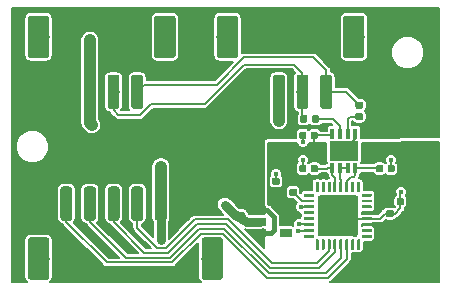
<source format=gbr>
G04 #@! TF.GenerationSoftware,KiCad,Pcbnew,5.0.1-33cea8e~68~ubuntu16.04.1*
G04 #@! TF.CreationDate,2019-02-13T12:33:41-05:00*
G04 #@! TF.ProjectId,RS485SPIConverter,5253343835535049436F6E7665727465,rev?*
G04 #@! TF.SameCoordinates,Original*
G04 #@! TF.FileFunction,Copper,L1,Top,Signal*
G04 #@! TF.FilePolarity,Positive*
%FSLAX46Y46*%
G04 Gerber Fmt 4.6, Leading zero omitted, Abs format (unit mm)*
G04 Created by KiCad (PCBNEW 5.0.1-33cea8e~68~ubuntu16.04.1) date Wed 13 Feb 2019 12:33:41 PM EST*
%MOMM*%
%LPD*%
G01*
G04 APERTURE LIST*
G04 #@! TA.AperFunction,Conductor*
%ADD10C,0.100000*%
G04 #@! TD*
G04 #@! TA.AperFunction,SMDPad,CuDef*
%ADD11C,0.590000*%
G04 #@! TD*
G04 #@! TA.AperFunction,SMDPad,CuDef*
%ADD12R,0.350000X0.850000*%
G04 #@! TD*
G04 #@! TA.AperFunction,SMDPad,CuDef*
%ADD13R,2.450000X1.700000*%
G04 #@! TD*
G04 #@! TA.AperFunction,SMDPad,CuDef*
%ADD14C,1.000000*%
G04 #@! TD*
G04 #@! TA.AperFunction,SMDPad,CuDef*
%ADD15C,1.800000*%
G04 #@! TD*
G04 #@! TA.AperFunction,SMDPad,CuDef*
%ADD16C,3.450000*%
G04 #@! TD*
G04 #@! TA.AperFunction,SMDPad,CuDef*
%ADD17C,0.250000*%
G04 #@! TD*
G04 #@! TA.AperFunction,SMDPad,CuDef*
%ADD18R,1.060000X0.650000*%
G04 #@! TD*
G04 #@! TA.AperFunction,ViaPad*
%ADD19C,0.400000*%
G04 #@! TD*
G04 #@! TA.AperFunction,Conductor*
%ADD20C,0.200000*%
G04 #@! TD*
G04 #@! TA.AperFunction,Conductor*
%ADD21C,1.000000*%
G04 #@! TD*
G04 #@! TA.AperFunction,Conductor*
%ADD22C,0.750000*%
G04 #@! TD*
G04 #@! TA.AperFunction,Conductor*
%ADD23C,0.400000*%
G04 #@! TD*
G04 #@! TA.AperFunction,Conductor*
%ADD24C,2.000000*%
G04 #@! TD*
G04 APERTURE END LIST*
D10*
G04 #@! TO.N,GND*
G04 #@! TO.C,C1*
G36*
X25191958Y-10880710D02*
X25206276Y-10882834D01*
X25220317Y-10886351D01*
X25233946Y-10891228D01*
X25247031Y-10897417D01*
X25259447Y-10904858D01*
X25271073Y-10913481D01*
X25281798Y-10923202D01*
X25291519Y-10933927D01*
X25300142Y-10945553D01*
X25307583Y-10957969D01*
X25313772Y-10971054D01*
X25318649Y-10984683D01*
X25322166Y-10998724D01*
X25324290Y-11013042D01*
X25325000Y-11027500D01*
X25325000Y-11372500D01*
X25324290Y-11386958D01*
X25322166Y-11401276D01*
X25318649Y-11415317D01*
X25313772Y-11428946D01*
X25307583Y-11442031D01*
X25300142Y-11454447D01*
X25291519Y-11466073D01*
X25281798Y-11476798D01*
X25271073Y-11486519D01*
X25259447Y-11495142D01*
X25247031Y-11502583D01*
X25233946Y-11508772D01*
X25220317Y-11513649D01*
X25206276Y-11517166D01*
X25191958Y-11519290D01*
X25177500Y-11520000D01*
X24882500Y-11520000D01*
X24868042Y-11519290D01*
X24853724Y-11517166D01*
X24839683Y-11513649D01*
X24826054Y-11508772D01*
X24812969Y-11502583D01*
X24800553Y-11495142D01*
X24788927Y-11486519D01*
X24778202Y-11476798D01*
X24768481Y-11466073D01*
X24759858Y-11454447D01*
X24752417Y-11442031D01*
X24746228Y-11428946D01*
X24741351Y-11415317D01*
X24737834Y-11401276D01*
X24735710Y-11386958D01*
X24735000Y-11372500D01*
X24735000Y-11027500D01*
X24735710Y-11013042D01*
X24737834Y-10998724D01*
X24741351Y-10984683D01*
X24746228Y-10971054D01*
X24752417Y-10957969D01*
X24759858Y-10945553D01*
X24768481Y-10933927D01*
X24778202Y-10923202D01*
X24788927Y-10913481D01*
X24800553Y-10904858D01*
X24812969Y-10897417D01*
X24826054Y-10891228D01*
X24839683Y-10886351D01*
X24853724Y-10882834D01*
X24868042Y-10880710D01*
X24882500Y-10880000D01*
X25177500Y-10880000D01*
X25191958Y-10880710D01*
X25191958Y-10880710D01*
G37*
D11*
G04 #@! TD*
G04 #@! TO.P,C1,1*
G04 #@! TO.N,GND*
X25030000Y-11200000D03*
D10*
G04 #@! TO.N,+3V3*
G04 #@! TO.C,C1*
G36*
X26161958Y-10880710D02*
X26176276Y-10882834D01*
X26190317Y-10886351D01*
X26203946Y-10891228D01*
X26217031Y-10897417D01*
X26229447Y-10904858D01*
X26241073Y-10913481D01*
X26251798Y-10923202D01*
X26261519Y-10933927D01*
X26270142Y-10945553D01*
X26277583Y-10957969D01*
X26283772Y-10971054D01*
X26288649Y-10984683D01*
X26292166Y-10998724D01*
X26294290Y-11013042D01*
X26295000Y-11027500D01*
X26295000Y-11372500D01*
X26294290Y-11386958D01*
X26292166Y-11401276D01*
X26288649Y-11415317D01*
X26283772Y-11428946D01*
X26277583Y-11442031D01*
X26270142Y-11454447D01*
X26261519Y-11466073D01*
X26251798Y-11476798D01*
X26241073Y-11486519D01*
X26229447Y-11495142D01*
X26217031Y-11502583D01*
X26203946Y-11508772D01*
X26190317Y-11513649D01*
X26176276Y-11517166D01*
X26161958Y-11519290D01*
X26147500Y-11520000D01*
X25852500Y-11520000D01*
X25838042Y-11519290D01*
X25823724Y-11517166D01*
X25809683Y-11513649D01*
X25796054Y-11508772D01*
X25782969Y-11502583D01*
X25770553Y-11495142D01*
X25758927Y-11486519D01*
X25748202Y-11476798D01*
X25738481Y-11466073D01*
X25729858Y-11454447D01*
X25722417Y-11442031D01*
X25716228Y-11428946D01*
X25711351Y-11415317D01*
X25707834Y-11401276D01*
X25705710Y-11386958D01*
X25705000Y-11372500D01*
X25705000Y-11027500D01*
X25705710Y-11013042D01*
X25707834Y-10998724D01*
X25711351Y-10984683D01*
X25716228Y-10971054D01*
X25722417Y-10957969D01*
X25729858Y-10945553D01*
X25738481Y-10933927D01*
X25748202Y-10923202D01*
X25758927Y-10913481D01*
X25770553Y-10904858D01*
X25782969Y-10897417D01*
X25796054Y-10891228D01*
X25809683Y-10886351D01*
X25823724Y-10882834D01*
X25838042Y-10880710D01*
X25852500Y-10880000D01*
X26147500Y-10880000D01*
X26161958Y-10880710D01*
X26161958Y-10880710D01*
G37*
D11*
G04 #@! TD*
G04 #@! TO.P,C1,2*
G04 #@! TO.N,+3V3*
X26000000Y-11200000D03*
D10*
G04 #@! TO.N,+BATT*
G04 #@! TO.C,C2*
G36*
X19986958Y-16735710D02*
X20001276Y-16737834D01*
X20015317Y-16741351D01*
X20028946Y-16746228D01*
X20042031Y-16752417D01*
X20054447Y-16759858D01*
X20066073Y-16768481D01*
X20076798Y-16778202D01*
X20086519Y-16788927D01*
X20095142Y-16800553D01*
X20102583Y-16812969D01*
X20108772Y-16826054D01*
X20113649Y-16839683D01*
X20117166Y-16853724D01*
X20119290Y-16868042D01*
X20120000Y-16882500D01*
X20120000Y-17177500D01*
X20119290Y-17191958D01*
X20117166Y-17206276D01*
X20113649Y-17220317D01*
X20108772Y-17233946D01*
X20102583Y-17247031D01*
X20095142Y-17259447D01*
X20086519Y-17271073D01*
X20076798Y-17281798D01*
X20066073Y-17291519D01*
X20054447Y-17300142D01*
X20042031Y-17307583D01*
X20028946Y-17313772D01*
X20015317Y-17318649D01*
X20001276Y-17322166D01*
X19986958Y-17324290D01*
X19972500Y-17325000D01*
X19627500Y-17325000D01*
X19613042Y-17324290D01*
X19598724Y-17322166D01*
X19584683Y-17318649D01*
X19571054Y-17313772D01*
X19557969Y-17307583D01*
X19545553Y-17300142D01*
X19533927Y-17291519D01*
X19523202Y-17281798D01*
X19513481Y-17271073D01*
X19504858Y-17259447D01*
X19497417Y-17247031D01*
X19491228Y-17233946D01*
X19486351Y-17220317D01*
X19482834Y-17206276D01*
X19480710Y-17191958D01*
X19480000Y-17177500D01*
X19480000Y-16882500D01*
X19480710Y-16868042D01*
X19482834Y-16853724D01*
X19486351Y-16839683D01*
X19491228Y-16826054D01*
X19497417Y-16812969D01*
X19504858Y-16800553D01*
X19513481Y-16788927D01*
X19523202Y-16778202D01*
X19533927Y-16768481D01*
X19545553Y-16759858D01*
X19557969Y-16752417D01*
X19571054Y-16746228D01*
X19584683Y-16741351D01*
X19598724Y-16737834D01*
X19613042Y-16735710D01*
X19627500Y-16735000D01*
X19972500Y-16735000D01*
X19986958Y-16735710D01*
X19986958Y-16735710D01*
G37*
D11*
G04 #@! TD*
G04 #@! TO.P,C2,2*
G04 #@! TO.N,+BATT*
X19800000Y-17030000D03*
D10*
G04 #@! TO.N,GND*
G04 #@! TO.C,C2*
G36*
X19986958Y-17705710D02*
X20001276Y-17707834D01*
X20015317Y-17711351D01*
X20028946Y-17716228D01*
X20042031Y-17722417D01*
X20054447Y-17729858D01*
X20066073Y-17738481D01*
X20076798Y-17748202D01*
X20086519Y-17758927D01*
X20095142Y-17770553D01*
X20102583Y-17782969D01*
X20108772Y-17796054D01*
X20113649Y-17809683D01*
X20117166Y-17823724D01*
X20119290Y-17838042D01*
X20120000Y-17852500D01*
X20120000Y-18147500D01*
X20119290Y-18161958D01*
X20117166Y-18176276D01*
X20113649Y-18190317D01*
X20108772Y-18203946D01*
X20102583Y-18217031D01*
X20095142Y-18229447D01*
X20086519Y-18241073D01*
X20076798Y-18251798D01*
X20066073Y-18261519D01*
X20054447Y-18270142D01*
X20042031Y-18277583D01*
X20028946Y-18283772D01*
X20015317Y-18288649D01*
X20001276Y-18292166D01*
X19986958Y-18294290D01*
X19972500Y-18295000D01*
X19627500Y-18295000D01*
X19613042Y-18294290D01*
X19598724Y-18292166D01*
X19584683Y-18288649D01*
X19571054Y-18283772D01*
X19557969Y-18277583D01*
X19545553Y-18270142D01*
X19533927Y-18261519D01*
X19523202Y-18251798D01*
X19513481Y-18241073D01*
X19504858Y-18229447D01*
X19497417Y-18217031D01*
X19491228Y-18203946D01*
X19486351Y-18190317D01*
X19482834Y-18176276D01*
X19480710Y-18161958D01*
X19480000Y-18147500D01*
X19480000Y-17852500D01*
X19480710Y-17838042D01*
X19482834Y-17823724D01*
X19486351Y-17809683D01*
X19491228Y-17796054D01*
X19497417Y-17782969D01*
X19504858Y-17770553D01*
X19513481Y-17758927D01*
X19523202Y-17748202D01*
X19533927Y-17738481D01*
X19545553Y-17729858D01*
X19557969Y-17722417D01*
X19571054Y-17716228D01*
X19584683Y-17711351D01*
X19598724Y-17707834D01*
X19613042Y-17705710D01*
X19627500Y-17705000D01*
X19972500Y-17705000D01*
X19986958Y-17705710D01*
X19986958Y-17705710D01*
G37*
D11*
G04 #@! TD*
G04 #@! TO.P,C2,1*
G04 #@! TO.N,GND*
X19800000Y-18000000D03*
D10*
G04 #@! TO.N,GND*
G04 #@! TO.C,C3*
G36*
X32586958Y-17535710D02*
X32601276Y-17537834D01*
X32615317Y-17541351D01*
X32628946Y-17546228D01*
X32642031Y-17552417D01*
X32654447Y-17559858D01*
X32666073Y-17568481D01*
X32676798Y-17578202D01*
X32686519Y-17588927D01*
X32695142Y-17600553D01*
X32702583Y-17612969D01*
X32708772Y-17626054D01*
X32713649Y-17639683D01*
X32717166Y-17653724D01*
X32719290Y-17668042D01*
X32720000Y-17682500D01*
X32720000Y-17977500D01*
X32719290Y-17991958D01*
X32717166Y-18006276D01*
X32713649Y-18020317D01*
X32708772Y-18033946D01*
X32702583Y-18047031D01*
X32695142Y-18059447D01*
X32686519Y-18071073D01*
X32676798Y-18081798D01*
X32666073Y-18091519D01*
X32654447Y-18100142D01*
X32642031Y-18107583D01*
X32628946Y-18113772D01*
X32615317Y-18118649D01*
X32601276Y-18122166D01*
X32586958Y-18124290D01*
X32572500Y-18125000D01*
X32227500Y-18125000D01*
X32213042Y-18124290D01*
X32198724Y-18122166D01*
X32184683Y-18118649D01*
X32171054Y-18113772D01*
X32157969Y-18107583D01*
X32145553Y-18100142D01*
X32133927Y-18091519D01*
X32123202Y-18081798D01*
X32113481Y-18071073D01*
X32104858Y-18059447D01*
X32097417Y-18047031D01*
X32091228Y-18033946D01*
X32086351Y-18020317D01*
X32082834Y-18006276D01*
X32080710Y-17991958D01*
X32080000Y-17977500D01*
X32080000Y-17682500D01*
X32080710Y-17668042D01*
X32082834Y-17653724D01*
X32086351Y-17639683D01*
X32091228Y-17626054D01*
X32097417Y-17612969D01*
X32104858Y-17600553D01*
X32113481Y-17588927D01*
X32123202Y-17578202D01*
X32133927Y-17568481D01*
X32145553Y-17559858D01*
X32157969Y-17552417D01*
X32171054Y-17546228D01*
X32184683Y-17541351D01*
X32198724Y-17537834D01*
X32213042Y-17535710D01*
X32227500Y-17535000D01*
X32572500Y-17535000D01*
X32586958Y-17535710D01*
X32586958Y-17535710D01*
G37*
D11*
G04 #@! TD*
G04 #@! TO.P,C3,1*
G04 #@! TO.N,GND*
X32400000Y-17830000D03*
D10*
G04 #@! TO.N,+3V3*
G04 #@! TO.C,C3*
G36*
X32586958Y-18505710D02*
X32601276Y-18507834D01*
X32615317Y-18511351D01*
X32628946Y-18516228D01*
X32642031Y-18522417D01*
X32654447Y-18529858D01*
X32666073Y-18538481D01*
X32676798Y-18548202D01*
X32686519Y-18558927D01*
X32695142Y-18570553D01*
X32702583Y-18582969D01*
X32708772Y-18596054D01*
X32713649Y-18609683D01*
X32717166Y-18623724D01*
X32719290Y-18638042D01*
X32720000Y-18652500D01*
X32720000Y-18947500D01*
X32719290Y-18961958D01*
X32717166Y-18976276D01*
X32713649Y-18990317D01*
X32708772Y-19003946D01*
X32702583Y-19017031D01*
X32695142Y-19029447D01*
X32686519Y-19041073D01*
X32676798Y-19051798D01*
X32666073Y-19061519D01*
X32654447Y-19070142D01*
X32642031Y-19077583D01*
X32628946Y-19083772D01*
X32615317Y-19088649D01*
X32601276Y-19092166D01*
X32586958Y-19094290D01*
X32572500Y-19095000D01*
X32227500Y-19095000D01*
X32213042Y-19094290D01*
X32198724Y-19092166D01*
X32184683Y-19088649D01*
X32171054Y-19083772D01*
X32157969Y-19077583D01*
X32145553Y-19070142D01*
X32133927Y-19061519D01*
X32123202Y-19051798D01*
X32113481Y-19041073D01*
X32104858Y-19029447D01*
X32097417Y-19017031D01*
X32091228Y-19003946D01*
X32086351Y-18990317D01*
X32082834Y-18976276D01*
X32080710Y-18961958D01*
X32080000Y-18947500D01*
X32080000Y-18652500D01*
X32080710Y-18638042D01*
X32082834Y-18623724D01*
X32086351Y-18609683D01*
X32091228Y-18596054D01*
X32097417Y-18582969D01*
X32104858Y-18570553D01*
X32113481Y-18558927D01*
X32123202Y-18548202D01*
X32133927Y-18538481D01*
X32145553Y-18529858D01*
X32157969Y-18522417D01*
X32171054Y-18516228D01*
X32184683Y-18511351D01*
X32198724Y-18507834D01*
X32213042Y-18505710D01*
X32227500Y-18505000D01*
X32572500Y-18505000D01*
X32586958Y-18505710D01*
X32586958Y-18505710D01*
G37*
D11*
G04 #@! TD*
G04 #@! TO.P,C3,2*
G04 #@! TO.N,+3V3*
X32400000Y-18800000D03*
D10*
G04 #@! TO.N,+3V3*
G04 #@! TO.C,C4*
G36*
X32476958Y-16480710D02*
X32491276Y-16482834D01*
X32505317Y-16486351D01*
X32518946Y-16491228D01*
X32532031Y-16497417D01*
X32544447Y-16504858D01*
X32556073Y-16513481D01*
X32566798Y-16523202D01*
X32576519Y-16533927D01*
X32585142Y-16545553D01*
X32592583Y-16557969D01*
X32598772Y-16571054D01*
X32603649Y-16584683D01*
X32607166Y-16598724D01*
X32609290Y-16613042D01*
X32610000Y-16627500D01*
X32610000Y-16972500D01*
X32609290Y-16986958D01*
X32607166Y-17001276D01*
X32603649Y-17015317D01*
X32598772Y-17028946D01*
X32592583Y-17042031D01*
X32585142Y-17054447D01*
X32576519Y-17066073D01*
X32566798Y-17076798D01*
X32556073Y-17086519D01*
X32544447Y-17095142D01*
X32532031Y-17102583D01*
X32518946Y-17108772D01*
X32505317Y-17113649D01*
X32491276Y-17117166D01*
X32476958Y-17119290D01*
X32462500Y-17120000D01*
X32167500Y-17120000D01*
X32153042Y-17119290D01*
X32138724Y-17117166D01*
X32124683Y-17113649D01*
X32111054Y-17108772D01*
X32097969Y-17102583D01*
X32085553Y-17095142D01*
X32073927Y-17086519D01*
X32063202Y-17076798D01*
X32053481Y-17066073D01*
X32044858Y-17054447D01*
X32037417Y-17042031D01*
X32031228Y-17028946D01*
X32026351Y-17015317D01*
X32022834Y-17001276D01*
X32020710Y-16986958D01*
X32020000Y-16972500D01*
X32020000Y-16627500D01*
X32020710Y-16613042D01*
X32022834Y-16598724D01*
X32026351Y-16584683D01*
X32031228Y-16571054D01*
X32037417Y-16557969D01*
X32044858Y-16545553D01*
X32053481Y-16533927D01*
X32063202Y-16523202D01*
X32073927Y-16513481D01*
X32085553Y-16504858D01*
X32097969Y-16497417D01*
X32111054Y-16491228D01*
X32124683Y-16486351D01*
X32138724Y-16482834D01*
X32153042Y-16480710D01*
X32167500Y-16480000D01*
X32462500Y-16480000D01*
X32476958Y-16480710D01*
X32476958Y-16480710D01*
G37*
D11*
G04 #@! TD*
G04 #@! TO.P,C4,2*
G04 #@! TO.N,+3V3*
X32315000Y-16800000D03*
D10*
G04 #@! TO.N,GND*
G04 #@! TO.C,C4*
G36*
X33446958Y-16480710D02*
X33461276Y-16482834D01*
X33475317Y-16486351D01*
X33488946Y-16491228D01*
X33502031Y-16497417D01*
X33514447Y-16504858D01*
X33526073Y-16513481D01*
X33536798Y-16523202D01*
X33546519Y-16533927D01*
X33555142Y-16545553D01*
X33562583Y-16557969D01*
X33568772Y-16571054D01*
X33573649Y-16584683D01*
X33577166Y-16598724D01*
X33579290Y-16613042D01*
X33580000Y-16627500D01*
X33580000Y-16972500D01*
X33579290Y-16986958D01*
X33577166Y-17001276D01*
X33573649Y-17015317D01*
X33568772Y-17028946D01*
X33562583Y-17042031D01*
X33555142Y-17054447D01*
X33546519Y-17066073D01*
X33536798Y-17076798D01*
X33526073Y-17086519D01*
X33514447Y-17095142D01*
X33502031Y-17102583D01*
X33488946Y-17108772D01*
X33475317Y-17113649D01*
X33461276Y-17117166D01*
X33446958Y-17119290D01*
X33432500Y-17120000D01*
X33137500Y-17120000D01*
X33123042Y-17119290D01*
X33108724Y-17117166D01*
X33094683Y-17113649D01*
X33081054Y-17108772D01*
X33067969Y-17102583D01*
X33055553Y-17095142D01*
X33043927Y-17086519D01*
X33033202Y-17076798D01*
X33023481Y-17066073D01*
X33014858Y-17054447D01*
X33007417Y-17042031D01*
X33001228Y-17028946D01*
X32996351Y-17015317D01*
X32992834Y-17001276D01*
X32990710Y-16986958D01*
X32990000Y-16972500D01*
X32990000Y-16627500D01*
X32990710Y-16613042D01*
X32992834Y-16598724D01*
X32996351Y-16584683D01*
X33001228Y-16571054D01*
X33007417Y-16557969D01*
X33014858Y-16545553D01*
X33023481Y-16533927D01*
X33033202Y-16523202D01*
X33043927Y-16513481D01*
X33055553Y-16504858D01*
X33067969Y-16497417D01*
X33081054Y-16491228D01*
X33094683Y-16486351D01*
X33108724Y-16482834D01*
X33123042Y-16480710D01*
X33137500Y-16480000D01*
X33432500Y-16480000D01*
X33446958Y-16480710D01*
X33446958Y-16480710D01*
G37*
D11*
G04 #@! TD*
G04 #@! TO.P,C4,1*
G04 #@! TO.N,GND*
X33285000Y-16800000D03*
D10*
G04 #@! TO.N,GND*
G04 #@! TO.C,C5*
G36*
X22936958Y-14770710D02*
X22951276Y-14772834D01*
X22965317Y-14776351D01*
X22978946Y-14781228D01*
X22992031Y-14787417D01*
X23004447Y-14794858D01*
X23016073Y-14803481D01*
X23026798Y-14813202D01*
X23036519Y-14823927D01*
X23045142Y-14835553D01*
X23052583Y-14847969D01*
X23058772Y-14861054D01*
X23063649Y-14874683D01*
X23067166Y-14888724D01*
X23069290Y-14903042D01*
X23070000Y-14917500D01*
X23070000Y-15212500D01*
X23069290Y-15226958D01*
X23067166Y-15241276D01*
X23063649Y-15255317D01*
X23058772Y-15268946D01*
X23052583Y-15282031D01*
X23045142Y-15294447D01*
X23036519Y-15306073D01*
X23026798Y-15316798D01*
X23016073Y-15326519D01*
X23004447Y-15335142D01*
X22992031Y-15342583D01*
X22978946Y-15348772D01*
X22965317Y-15353649D01*
X22951276Y-15357166D01*
X22936958Y-15359290D01*
X22922500Y-15360000D01*
X22577500Y-15360000D01*
X22563042Y-15359290D01*
X22548724Y-15357166D01*
X22534683Y-15353649D01*
X22521054Y-15348772D01*
X22507969Y-15342583D01*
X22495553Y-15335142D01*
X22483927Y-15326519D01*
X22473202Y-15316798D01*
X22463481Y-15306073D01*
X22454858Y-15294447D01*
X22447417Y-15282031D01*
X22441228Y-15268946D01*
X22436351Y-15255317D01*
X22432834Y-15241276D01*
X22430710Y-15226958D01*
X22430000Y-15212500D01*
X22430000Y-14917500D01*
X22430710Y-14903042D01*
X22432834Y-14888724D01*
X22436351Y-14874683D01*
X22441228Y-14861054D01*
X22447417Y-14847969D01*
X22454858Y-14835553D01*
X22463481Y-14823927D01*
X22473202Y-14813202D01*
X22483927Y-14803481D01*
X22495553Y-14794858D01*
X22507969Y-14787417D01*
X22521054Y-14781228D01*
X22534683Y-14776351D01*
X22548724Y-14772834D01*
X22563042Y-14770710D01*
X22577500Y-14770000D01*
X22922500Y-14770000D01*
X22936958Y-14770710D01*
X22936958Y-14770710D01*
G37*
D11*
G04 #@! TD*
G04 #@! TO.P,C5,1*
G04 #@! TO.N,GND*
X22750000Y-15065000D03*
D10*
G04 #@! TO.N,+3V3*
G04 #@! TO.C,C5*
G36*
X22936958Y-15740710D02*
X22951276Y-15742834D01*
X22965317Y-15746351D01*
X22978946Y-15751228D01*
X22992031Y-15757417D01*
X23004447Y-15764858D01*
X23016073Y-15773481D01*
X23026798Y-15783202D01*
X23036519Y-15793927D01*
X23045142Y-15805553D01*
X23052583Y-15817969D01*
X23058772Y-15831054D01*
X23063649Y-15844683D01*
X23067166Y-15858724D01*
X23069290Y-15873042D01*
X23070000Y-15887500D01*
X23070000Y-16182500D01*
X23069290Y-16196958D01*
X23067166Y-16211276D01*
X23063649Y-16225317D01*
X23058772Y-16238946D01*
X23052583Y-16252031D01*
X23045142Y-16264447D01*
X23036519Y-16276073D01*
X23026798Y-16286798D01*
X23016073Y-16296519D01*
X23004447Y-16305142D01*
X22992031Y-16312583D01*
X22978946Y-16318772D01*
X22965317Y-16323649D01*
X22951276Y-16327166D01*
X22936958Y-16329290D01*
X22922500Y-16330000D01*
X22577500Y-16330000D01*
X22563042Y-16329290D01*
X22548724Y-16327166D01*
X22534683Y-16323649D01*
X22521054Y-16318772D01*
X22507969Y-16312583D01*
X22495553Y-16305142D01*
X22483927Y-16296519D01*
X22473202Y-16286798D01*
X22463481Y-16276073D01*
X22454858Y-16264447D01*
X22447417Y-16252031D01*
X22441228Y-16238946D01*
X22436351Y-16225317D01*
X22432834Y-16211276D01*
X22430710Y-16196958D01*
X22430000Y-16182500D01*
X22430000Y-15887500D01*
X22430710Y-15873042D01*
X22432834Y-15858724D01*
X22436351Y-15844683D01*
X22441228Y-15831054D01*
X22447417Y-15817969D01*
X22454858Y-15805553D01*
X22463481Y-15793927D01*
X22473202Y-15783202D01*
X22483927Y-15773481D01*
X22495553Y-15764858D01*
X22507969Y-15757417D01*
X22521054Y-15751228D01*
X22534683Y-15746351D01*
X22548724Y-15742834D01*
X22563042Y-15740710D01*
X22577500Y-15740000D01*
X22922500Y-15740000D01*
X22936958Y-15740710D01*
X22936958Y-15740710D01*
G37*
D11*
G04 #@! TD*
G04 #@! TO.P,C5,2*
G04 #@! TO.N,+3V3*
X22750000Y-16035000D03*
D12*
G04 #@! TO.P,IC1,1*
G04 #@! TO.N,RX*
X27525000Y-13950000D03*
G04 #@! TO.P,IC1,2*
G04 #@! TO.N,DIR*
X28175000Y-13950000D03*
G04 #@! TO.P,IC1,3*
X28825000Y-13950000D03*
G04 #@! TO.P,IC1,4*
G04 #@! TO.N,TX*
X29475000Y-13950000D03*
G04 #@! TO.P,IC1,5*
G04 #@! TO.N,GND*
X29475000Y-11050000D03*
G04 #@! TO.P,IC1,6*
G04 #@! TO.N,Net-(IC1-Pad6)*
X28825000Y-11050000D03*
G04 #@! TO.P,IC1,7*
G04 #@! TO.N,Net-(IC1-Pad7)*
X28175000Y-11050000D03*
G04 #@! TO.P,IC1,8*
G04 #@! TO.N,+3V3*
X27525000Y-11050000D03*
D13*
G04 #@! TO.P,IC1,9*
G04 #@! TO.N,GND*
X28500000Y-12500000D03*
G04 #@! TD*
D10*
G04 #@! TO.N,+BATT*
G04 #@! TO.C,J1*
G36*
X21274504Y-6051204D02*
X21298773Y-6054804D01*
X21322571Y-6060765D01*
X21345671Y-6069030D01*
X21367849Y-6079520D01*
X21388893Y-6092133D01*
X21408598Y-6106747D01*
X21426777Y-6123223D01*
X21443253Y-6141402D01*
X21457867Y-6161107D01*
X21470480Y-6182151D01*
X21480970Y-6204329D01*
X21489235Y-6227429D01*
X21495196Y-6251227D01*
X21498796Y-6275496D01*
X21500000Y-6300000D01*
X21500000Y-8700000D01*
X21498796Y-8724504D01*
X21495196Y-8748773D01*
X21489235Y-8772571D01*
X21480970Y-8795671D01*
X21470480Y-8817849D01*
X21457867Y-8838893D01*
X21443253Y-8858598D01*
X21426777Y-8876777D01*
X21408598Y-8893253D01*
X21388893Y-8907867D01*
X21367849Y-8920480D01*
X21345671Y-8930970D01*
X21322571Y-8939235D01*
X21298773Y-8945196D01*
X21274504Y-8948796D01*
X21250000Y-8950000D01*
X20750000Y-8950000D01*
X20725496Y-8948796D01*
X20701227Y-8945196D01*
X20677429Y-8939235D01*
X20654329Y-8930970D01*
X20632151Y-8920480D01*
X20611107Y-8907867D01*
X20591402Y-8893253D01*
X20573223Y-8876777D01*
X20556747Y-8858598D01*
X20542133Y-8838893D01*
X20529520Y-8817849D01*
X20519030Y-8795671D01*
X20510765Y-8772571D01*
X20504804Y-8748773D01*
X20501204Y-8724504D01*
X20500000Y-8700000D01*
X20500000Y-6300000D01*
X20501204Y-6275496D01*
X20504804Y-6251227D01*
X20510765Y-6227429D01*
X20519030Y-6204329D01*
X20529520Y-6182151D01*
X20542133Y-6161107D01*
X20556747Y-6141402D01*
X20573223Y-6123223D01*
X20591402Y-6106747D01*
X20611107Y-6092133D01*
X20632151Y-6079520D01*
X20654329Y-6069030D01*
X20677429Y-6060765D01*
X20701227Y-6054804D01*
X20725496Y-6051204D01*
X20750000Y-6050000D01*
X21250000Y-6050000D01*
X21274504Y-6051204D01*
X21274504Y-6051204D01*
G37*
D14*
G04 #@! TD*
G04 #@! TO.P,J1,1*
G04 #@! TO.N,+BATT*
X21000000Y-7500000D03*
D10*
G04 #@! TO.N,GND*
G04 #@! TO.C,J1*
G36*
X23274504Y-6051204D02*
X23298773Y-6054804D01*
X23322571Y-6060765D01*
X23345671Y-6069030D01*
X23367849Y-6079520D01*
X23388893Y-6092133D01*
X23408598Y-6106747D01*
X23426777Y-6123223D01*
X23443253Y-6141402D01*
X23457867Y-6161107D01*
X23470480Y-6182151D01*
X23480970Y-6204329D01*
X23489235Y-6227429D01*
X23495196Y-6251227D01*
X23498796Y-6275496D01*
X23500000Y-6300000D01*
X23500000Y-8700000D01*
X23498796Y-8724504D01*
X23495196Y-8748773D01*
X23489235Y-8772571D01*
X23480970Y-8795671D01*
X23470480Y-8817849D01*
X23457867Y-8838893D01*
X23443253Y-8858598D01*
X23426777Y-8876777D01*
X23408598Y-8893253D01*
X23388893Y-8907867D01*
X23367849Y-8920480D01*
X23345671Y-8930970D01*
X23322571Y-8939235D01*
X23298773Y-8945196D01*
X23274504Y-8948796D01*
X23250000Y-8950000D01*
X22750000Y-8950000D01*
X22725496Y-8948796D01*
X22701227Y-8945196D01*
X22677429Y-8939235D01*
X22654329Y-8930970D01*
X22632151Y-8920480D01*
X22611107Y-8907867D01*
X22591402Y-8893253D01*
X22573223Y-8876777D01*
X22556747Y-8858598D01*
X22542133Y-8838893D01*
X22529520Y-8817849D01*
X22519030Y-8795671D01*
X22510765Y-8772571D01*
X22504804Y-8748773D01*
X22501204Y-8724504D01*
X22500000Y-8700000D01*
X22500000Y-6300000D01*
X22501204Y-6275496D01*
X22504804Y-6251227D01*
X22510765Y-6227429D01*
X22519030Y-6204329D01*
X22529520Y-6182151D01*
X22542133Y-6161107D01*
X22556747Y-6141402D01*
X22573223Y-6123223D01*
X22591402Y-6106747D01*
X22611107Y-6092133D01*
X22632151Y-6079520D01*
X22654329Y-6069030D01*
X22677429Y-6060765D01*
X22701227Y-6054804D01*
X22725496Y-6051204D01*
X22750000Y-6050000D01*
X23250000Y-6050000D01*
X23274504Y-6051204D01*
X23274504Y-6051204D01*
G37*
D14*
G04 #@! TD*
G04 #@! TO.P,J1,2*
G04 #@! TO.N,GND*
X23000000Y-7500000D03*
D10*
G04 #@! TO.N,A*
G04 #@! TO.C,J1*
G36*
X25274504Y-6051204D02*
X25298773Y-6054804D01*
X25322571Y-6060765D01*
X25345671Y-6069030D01*
X25367849Y-6079520D01*
X25388893Y-6092133D01*
X25408598Y-6106747D01*
X25426777Y-6123223D01*
X25443253Y-6141402D01*
X25457867Y-6161107D01*
X25470480Y-6182151D01*
X25480970Y-6204329D01*
X25489235Y-6227429D01*
X25495196Y-6251227D01*
X25498796Y-6275496D01*
X25500000Y-6300000D01*
X25500000Y-8700000D01*
X25498796Y-8724504D01*
X25495196Y-8748773D01*
X25489235Y-8772571D01*
X25480970Y-8795671D01*
X25470480Y-8817849D01*
X25457867Y-8838893D01*
X25443253Y-8858598D01*
X25426777Y-8876777D01*
X25408598Y-8893253D01*
X25388893Y-8907867D01*
X25367849Y-8920480D01*
X25345671Y-8930970D01*
X25322571Y-8939235D01*
X25298773Y-8945196D01*
X25274504Y-8948796D01*
X25250000Y-8950000D01*
X24750000Y-8950000D01*
X24725496Y-8948796D01*
X24701227Y-8945196D01*
X24677429Y-8939235D01*
X24654329Y-8930970D01*
X24632151Y-8920480D01*
X24611107Y-8907867D01*
X24591402Y-8893253D01*
X24573223Y-8876777D01*
X24556747Y-8858598D01*
X24542133Y-8838893D01*
X24529520Y-8817849D01*
X24519030Y-8795671D01*
X24510765Y-8772571D01*
X24504804Y-8748773D01*
X24501204Y-8724504D01*
X24500000Y-8700000D01*
X24500000Y-6300000D01*
X24501204Y-6275496D01*
X24504804Y-6251227D01*
X24510765Y-6227429D01*
X24519030Y-6204329D01*
X24529520Y-6182151D01*
X24542133Y-6161107D01*
X24556747Y-6141402D01*
X24573223Y-6123223D01*
X24591402Y-6106747D01*
X24611107Y-6092133D01*
X24632151Y-6079520D01*
X24654329Y-6069030D01*
X24677429Y-6060765D01*
X24701227Y-6054804D01*
X24725496Y-6051204D01*
X24750000Y-6050000D01*
X25250000Y-6050000D01*
X25274504Y-6051204D01*
X25274504Y-6051204D01*
G37*
D14*
G04 #@! TD*
G04 #@! TO.P,J1,3*
G04 #@! TO.N,A*
X25000000Y-7500000D03*
D10*
G04 #@! TO.N,B*
G04 #@! TO.C,J1*
G36*
X27274504Y-6051204D02*
X27298773Y-6054804D01*
X27322571Y-6060765D01*
X27345671Y-6069030D01*
X27367849Y-6079520D01*
X27388893Y-6092133D01*
X27408598Y-6106747D01*
X27426777Y-6123223D01*
X27443253Y-6141402D01*
X27457867Y-6161107D01*
X27470480Y-6182151D01*
X27480970Y-6204329D01*
X27489235Y-6227429D01*
X27495196Y-6251227D01*
X27498796Y-6275496D01*
X27500000Y-6300000D01*
X27500000Y-8700000D01*
X27498796Y-8724504D01*
X27495196Y-8748773D01*
X27489235Y-8772571D01*
X27480970Y-8795671D01*
X27470480Y-8817849D01*
X27457867Y-8838893D01*
X27443253Y-8858598D01*
X27426777Y-8876777D01*
X27408598Y-8893253D01*
X27388893Y-8907867D01*
X27367849Y-8920480D01*
X27345671Y-8930970D01*
X27322571Y-8939235D01*
X27298773Y-8945196D01*
X27274504Y-8948796D01*
X27250000Y-8950000D01*
X26750000Y-8950000D01*
X26725496Y-8948796D01*
X26701227Y-8945196D01*
X26677429Y-8939235D01*
X26654329Y-8930970D01*
X26632151Y-8920480D01*
X26611107Y-8907867D01*
X26591402Y-8893253D01*
X26573223Y-8876777D01*
X26556747Y-8858598D01*
X26542133Y-8838893D01*
X26529520Y-8817849D01*
X26519030Y-8795671D01*
X26510765Y-8772571D01*
X26504804Y-8748773D01*
X26501204Y-8724504D01*
X26500000Y-8700000D01*
X26500000Y-6300000D01*
X26501204Y-6275496D01*
X26504804Y-6251227D01*
X26510765Y-6227429D01*
X26519030Y-6204329D01*
X26529520Y-6182151D01*
X26542133Y-6161107D01*
X26556747Y-6141402D01*
X26573223Y-6123223D01*
X26591402Y-6106747D01*
X26611107Y-6092133D01*
X26632151Y-6079520D01*
X26654329Y-6069030D01*
X26677429Y-6060765D01*
X26701227Y-6054804D01*
X26725496Y-6051204D01*
X26750000Y-6050000D01*
X27250000Y-6050000D01*
X27274504Y-6051204D01*
X27274504Y-6051204D01*
G37*
D14*
G04 #@! TD*
G04 #@! TO.P,J1,4*
G04 #@! TO.N,B*
X27000000Y-7500000D03*
D10*
G04 #@! TO.N,N/C*
G04 #@! TO.C,J1*
G36*
X19324504Y-1051204D02*
X19348773Y-1054804D01*
X19372571Y-1060765D01*
X19395671Y-1069030D01*
X19417849Y-1079520D01*
X19438893Y-1092133D01*
X19458598Y-1106747D01*
X19476777Y-1123223D01*
X19493253Y-1141402D01*
X19507867Y-1161107D01*
X19520480Y-1182151D01*
X19530970Y-1204329D01*
X19539235Y-1227429D01*
X19545196Y-1251227D01*
X19548796Y-1275496D01*
X19550000Y-1300000D01*
X19550000Y-4400000D01*
X19548796Y-4424504D01*
X19545196Y-4448773D01*
X19539235Y-4472571D01*
X19530970Y-4495671D01*
X19520480Y-4517849D01*
X19507867Y-4538893D01*
X19493253Y-4558598D01*
X19476777Y-4576777D01*
X19458598Y-4593253D01*
X19438893Y-4607867D01*
X19417849Y-4620480D01*
X19395671Y-4630970D01*
X19372571Y-4639235D01*
X19348773Y-4645196D01*
X19324504Y-4648796D01*
X19300000Y-4650000D01*
X18000000Y-4650000D01*
X17975496Y-4648796D01*
X17951227Y-4645196D01*
X17927429Y-4639235D01*
X17904329Y-4630970D01*
X17882151Y-4620480D01*
X17861107Y-4607867D01*
X17841402Y-4593253D01*
X17823223Y-4576777D01*
X17806747Y-4558598D01*
X17792133Y-4538893D01*
X17779520Y-4517849D01*
X17769030Y-4495671D01*
X17760765Y-4472571D01*
X17754804Y-4448773D01*
X17751204Y-4424504D01*
X17750000Y-4400000D01*
X17750000Y-1300000D01*
X17751204Y-1275496D01*
X17754804Y-1251227D01*
X17760765Y-1227429D01*
X17769030Y-1204329D01*
X17779520Y-1182151D01*
X17792133Y-1161107D01*
X17806747Y-1141402D01*
X17823223Y-1123223D01*
X17841402Y-1106747D01*
X17861107Y-1092133D01*
X17882151Y-1079520D01*
X17904329Y-1069030D01*
X17927429Y-1060765D01*
X17951227Y-1054804D01*
X17975496Y-1051204D01*
X18000000Y-1050000D01*
X19300000Y-1050000D01*
X19324504Y-1051204D01*
X19324504Y-1051204D01*
G37*
D15*
G04 #@! TD*
G04 #@! TO.P,J1,MP*
G04 #@! TO.N,N/C*
X18650000Y-2850000D03*
D10*
G04 #@! TO.N,N/C*
G04 #@! TO.C,J1*
G36*
X30024504Y-1051204D02*
X30048773Y-1054804D01*
X30072571Y-1060765D01*
X30095671Y-1069030D01*
X30117849Y-1079520D01*
X30138893Y-1092133D01*
X30158598Y-1106747D01*
X30176777Y-1123223D01*
X30193253Y-1141402D01*
X30207867Y-1161107D01*
X30220480Y-1182151D01*
X30230970Y-1204329D01*
X30239235Y-1227429D01*
X30245196Y-1251227D01*
X30248796Y-1275496D01*
X30250000Y-1300000D01*
X30250000Y-4400000D01*
X30248796Y-4424504D01*
X30245196Y-4448773D01*
X30239235Y-4472571D01*
X30230970Y-4495671D01*
X30220480Y-4517849D01*
X30207867Y-4538893D01*
X30193253Y-4558598D01*
X30176777Y-4576777D01*
X30158598Y-4593253D01*
X30138893Y-4607867D01*
X30117849Y-4620480D01*
X30095671Y-4630970D01*
X30072571Y-4639235D01*
X30048773Y-4645196D01*
X30024504Y-4648796D01*
X30000000Y-4650000D01*
X28700000Y-4650000D01*
X28675496Y-4648796D01*
X28651227Y-4645196D01*
X28627429Y-4639235D01*
X28604329Y-4630970D01*
X28582151Y-4620480D01*
X28561107Y-4607867D01*
X28541402Y-4593253D01*
X28523223Y-4576777D01*
X28506747Y-4558598D01*
X28492133Y-4538893D01*
X28479520Y-4517849D01*
X28469030Y-4495671D01*
X28460765Y-4472571D01*
X28454804Y-4448773D01*
X28451204Y-4424504D01*
X28450000Y-4400000D01*
X28450000Y-1300000D01*
X28451204Y-1275496D01*
X28454804Y-1251227D01*
X28460765Y-1227429D01*
X28469030Y-1204329D01*
X28479520Y-1182151D01*
X28492133Y-1161107D01*
X28506747Y-1141402D01*
X28523223Y-1123223D01*
X28541402Y-1106747D01*
X28561107Y-1092133D01*
X28582151Y-1079520D01*
X28604329Y-1069030D01*
X28627429Y-1060765D01*
X28651227Y-1054804D01*
X28675496Y-1051204D01*
X28700000Y-1050000D01*
X30000000Y-1050000D01*
X30024504Y-1051204D01*
X30024504Y-1051204D01*
G37*
D15*
G04 #@! TD*
G04 #@! TO.P,J1,MP*
G04 #@! TO.N,N/C*
X29350000Y-2850000D03*
D10*
G04 #@! TO.N,N/C*
G04 #@! TO.C,J2*
G36*
X14024504Y-1051204D02*
X14048773Y-1054804D01*
X14072571Y-1060765D01*
X14095671Y-1069030D01*
X14117849Y-1079520D01*
X14138893Y-1092133D01*
X14158598Y-1106747D01*
X14176777Y-1123223D01*
X14193253Y-1141402D01*
X14207867Y-1161107D01*
X14220480Y-1182151D01*
X14230970Y-1204329D01*
X14239235Y-1227429D01*
X14245196Y-1251227D01*
X14248796Y-1275496D01*
X14250000Y-1300000D01*
X14250000Y-4400000D01*
X14248796Y-4424504D01*
X14245196Y-4448773D01*
X14239235Y-4472571D01*
X14230970Y-4495671D01*
X14220480Y-4517849D01*
X14207867Y-4538893D01*
X14193253Y-4558598D01*
X14176777Y-4576777D01*
X14158598Y-4593253D01*
X14138893Y-4607867D01*
X14117849Y-4620480D01*
X14095671Y-4630970D01*
X14072571Y-4639235D01*
X14048773Y-4645196D01*
X14024504Y-4648796D01*
X14000000Y-4650000D01*
X12700000Y-4650000D01*
X12675496Y-4648796D01*
X12651227Y-4645196D01*
X12627429Y-4639235D01*
X12604329Y-4630970D01*
X12582151Y-4620480D01*
X12561107Y-4607867D01*
X12541402Y-4593253D01*
X12523223Y-4576777D01*
X12506747Y-4558598D01*
X12492133Y-4538893D01*
X12479520Y-4517849D01*
X12469030Y-4495671D01*
X12460765Y-4472571D01*
X12454804Y-4448773D01*
X12451204Y-4424504D01*
X12450000Y-4400000D01*
X12450000Y-1300000D01*
X12451204Y-1275496D01*
X12454804Y-1251227D01*
X12460765Y-1227429D01*
X12469030Y-1204329D01*
X12479520Y-1182151D01*
X12492133Y-1161107D01*
X12506747Y-1141402D01*
X12523223Y-1123223D01*
X12541402Y-1106747D01*
X12561107Y-1092133D01*
X12582151Y-1079520D01*
X12604329Y-1069030D01*
X12627429Y-1060765D01*
X12651227Y-1054804D01*
X12675496Y-1051204D01*
X12700000Y-1050000D01*
X14000000Y-1050000D01*
X14024504Y-1051204D01*
X14024504Y-1051204D01*
G37*
D15*
G04 #@! TD*
G04 #@! TO.P,J2,MP*
G04 #@! TO.N,N/C*
X13350000Y-2850000D03*
D10*
G04 #@! TO.N,N/C*
G04 #@! TO.C,J2*
G36*
X3324504Y-1051204D02*
X3348773Y-1054804D01*
X3372571Y-1060765D01*
X3395671Y-1069030D01*
X3417849Y-1079520D01*
X3438893Y-1092133D01*
X3458598Y-1106747D01*
X3476777Y-1123223D01*
X3493253Y-1141402D01*
X3507867Y-1161107D01*
X3520480Y-1182151D01*
X3530970Y-1204329D01*
X3539235Y-1227429D01*
X3545196Y-1251227D01*
X3548796Y-1275496D01*
X3550000Y-1300000D01*
X3550000Y-4400000D01*
X3548796Y-4424504D01*
X3545196Y-4448773D01*
X3539235Y-4472571D01*
X3530970Y-4495671D01*
X3520480Y-4517849D01*
X3507867Y-4538893D01*
X3493253Y-4558598D01*
X3476777Y-4576777D01*
X3458598Y-4593253D01*
X3438893Y-4607867D01*
X3417849Y-4620480D01*
X3395671Y-4630970D01*
X3372571Y-4639235D01*
X3348773Y-4645196D01*
X3324504Y-4648796D01*
X3300000Y-4650000D01*
X2000000Y-4650000D01*
X1975496Y-4648796D01*
X1951227Y-4645196D01*
X1927429Y-4639235D01*
X1904329Y-4630970D01*
X1882151Y-4620480D01*
X1861107Y-4607867D01*
X1841402Y-4593253D01*
X1823223Y-4576777D01*
X1806747Y-4558598D01*
X1792133Y-4538893D01*
X1779520Y-4517849D01*
X1769030Y-4495671D01*
X1760765Y-4472571D01*
X1754804Y-4448773D01*
X1751204Y-4424504D01*
X1750000Y-4400000D01*
X1750000Y-1300000D01*
X1751204Y-1275496D01*
X1754804Y-1251227D01*
X1760765Y-1227429D01*
X1769030Y-1204329D01*
X1779520Y-1182151D01*
X1792133Y-1161107D01*
X1806747Y-1141402D01*
X1823223Y-1123223D01*
X1841402Y-1106747D01*
X1861107Y-1092133D01*
X1882151Y-1079520D01*
X1904329Y-1069030D01*
X1927429Y-1060765D01*
X1951227Y-1054804D01*
X1975496Y-1051204D01*
X2000000Y-1050000D01*
X3300000Y-1050000D01*
X3324504Y-1051204D01*
X3324504Y-1051204D01*
G37*
D15*
G04 #@! TD*
G04 #@! TO.P,J2,MP*
G04 #@! TO.N,N/C*
X2650000Y-2850000D03*
D10*
G04 #@! TO.N,B*
G04 #@! TO.C,J2*
G36*
X11274504Y-6051204D02*
X11298773Y-6054804D01*
X11322571Y-6060765D01*
X11345671Y-6069030D01*
X11367849Y-6079520D01*
X11388893Y-6092133D01*
X11408598Y-6106747D01*
X11426777Y-6123223D01*
X11443253Y-6141402D01*
X11457867Y-6161107D01*
X11470480Y-6182151D01*
X11480970Y-6204329D01*
X11489235Y-6227429D01*
X11495196Y-6251227D01*
X11498796Y-6275496D01*
X11500000Y-6300000D01*
X11500000Y-8700000D01*
X11498796Y-8724504D01*
X11495196Y-8748773D01*
X11489235Y-8772571D01*
X11480970Y-8795671D01*
X11470480Y-8817849D01*
X11457867Y-8838893D01*
X11443253Y-8858598D01*
X11426777Y-8876777D01*
X11408598Y-8893253D01*
X11388893Y-8907867D01*
X11367849Y-8920480D01*
X11345671Y-8930970D01*
X11322571Y-8939235D01*
X11298773Y-8945196D01*
X11274504Y-8948796D01*
X11250000Y-8950000D01*
X10750000Y-8950000D01*
X10725496Y-8948796D01*
X10701227Y-8945196D01*
X10677429Y-8939235D01*
X10654329Y-8930970D01*
X10632151Y-8920480D01*
X10611107Y-8907867D01*
X10591402Y-8893253D01*
X10573223Y-8876777D01*
X10556747Y-8858598D01*
X10542133Y-8838893D01*
X10529520Y-8817849D01*
X10519030Y-8795671D01*
X10510765Y-8772571D01*
X10504804Y-8748773D01*
X10501204Y-8724504D01*
X10500000Y-8700000D01*
X10500000Y-6300000D01*
X10501204Y-6275496D01*
X10504804Y-6251227D01*
X10510765Y-6227429D01*
X10519030Y-6204329D01*
X10529520Y-6182151D01*
X10542133Y-6161107D01*
X10556747Y-6141402D01*
X10573223Y-6123223D01*
X10591402Y-6106747D01*
X10611107Y-6092133D01*
X10632151Y-6079520D01*
X10654329Y-6069030D01*
X10677429Y-6060765D01*
X10701227Y-6054804D01*
X10725496Y-6051204D01*
X10750000Y-6050000D01*
X11250000Y-6050000D01*
X11274504Y-6051204D01*
X11274504Y-6051204D01*
G37*
D14*
G04 #@! TD*
G04 #@! TO.P,J2,4*
G04 #@! TO.N,B*
X11000000Y-7500000D03*
D10*
G04 #@! TO.N,A*
G04 #@! TO.C,J2*
G36*
X9274504Y-6051204D02*
X9298773Y-6054804D01*
X9322571Y-6060765D01*
X9345671Y-6069030D01*
X9367849Y-6079520D01*
X9388893Y-6092133D01*
X9408598Y-6106747D01*
X9426777Y-6123223D01*
X9443253Y-6141402D01*
X9457867Y-6161107D01*
X9470480Y-6182151D01*
X9480970Y-6204329D01*
X9489235Y-6227429D01*
X9495196Y-6251227D01*
X9498796Y-6275496D01*
X9500000Y-6300000D01*
X9500000Y-8700000D01*
X9498796Y-8724504D01*
X9495196Y-8748773D01*
X9489235Y-8772571D01*
X9480970Y-8795671D01*
X9470480Y-8817849D01*
X9457867Y-8838893D01*
X9443253Y-8858598D01*
X9426777Y-8876777D01*
X9408598Y-8893253D01*
X9388893Y-8907867D01*
X9367849Y-8920480D01*
X9345671Y-8930970D01*
X9322571Y-8939235D01*
X9298773Y-8945196D01*
X9274504Y-8948796D01*
X9250000Y-8950000D01*
X8750000Y-8950000D01*
X8725496Y-8948796D01*
X8701227Y-8945196D01*
X8677429Y-8939235D01*
X8654329Y-8930970D01*
X8632151Y-8920480D01*
X8611107Y-8907867D01*
X8591402Y-8893253D01*
X8573223Y-8876777D01*
X8556747Y-8858598D01*
X8542133Y-8838893D01*
X8529520Y-8817849D01*
X8519030Y-8795671D01*
X8510765Y-8772571D01*
X8504804Y-8748773D01*
X8501204Y-8724504D01*
X8500000Y-8700000D01*
X8500000Y-6300000D01*
X8501204Y-6275496D01*
X8504804Y-6251227D01*
X8510765Y-6227429D01*
X8519030Y-6204329D01*
X8529520Y-6182151D01*
X8542133Y-6161107D01*
X8556747Y-6141402D01*
X8573223Y-6123223D01*
X8591402Y-6106747D01*
X8611107Y-6092133D01*
X8632151Y-6079520D01*
X8654329Y-6069030D01*
X8677429Y-6060765D01*
X8701227Y-6054804D01*
X8725496Y-6051204D01*
X8750000Y-6050000D01*
X9250000Y-6050000D01*
X9274504Y-6051204D01*
X9274504Y-6051204D01*
G37*
D14*
G04 #@! TD*
G04 #@! TO.P,J2,3*
G04 #@! TO.N,A*
X9000000Y-7500000D03*
D10*
G04 #@! TO.N,GND*
G04 #@! TO.C,J2*
G36*
X7274504Y-6051204D02*
X7298773Y-6054804D01*
X7322571Y-6060765D01*
X7345671Y-6069030D01*
X7367849Y-6079520D01*
X7388893Y-6092133D01*
X7408598Y-6106747D01*
X7426777Y-6123223D01*
X7443253Y-6141402D01*
X7457867Y-6161107D01*
X7470480Y-6182151D01*
X7480970Y-6204329D01*
X7489235Y-6227429D01*
X7495196Y-6251227D01*
X7498796Y-6275496D01*
X7500000Y-6300000D01*
X7500000Y-8700000D01*
X7498796Y-8724504D01*
X7495196Y-8748773D01*
X7489235Y-8772571D01*
X7480970Y-8795671D01*
X7470480Y-8817849D01*
X7457867Y-8838893D01*
X7443253Y-8858598D01*
X7426777Y-8876777D01*
X7408598Y-8893253D01*
X7388893Y-8907867D01*
X7367849Y-8920480D01*
X7345671Y-8930970D01*
X7322571Y-8939235D01*
X7298773Y-8945196D01*
X7274504Y-8948796D01*
X7250000Y-8950000D01*
X6750000Y-8950000D01*
X6725496Y-8948796D01*
X6701227Y-8945196D01*
X6677429Y-8939235D01*
X6654329Y-8930970D01*
X6632151Y-8920480D01*
X6611107Y-8907867D01*
X6591402Y-8893253D01*
X6573223Y-8876777D01*
X6556747Y-8858598D01*
X6542133Y-8838893D01*
X6529520Y-8817849D01*
X6519030Y-8795671D01*
X6510765Y-8772571D01*
X6504804Y-8748773D01*
X6501204Y-8724504D01*
X6500000Y-8700000D01*
X6500000Y-6300000D01*
X6501204Y-6275496D01*
X6504804Y-6251227D01*
X6510765Y-6227429D01*
X6519030Y-6204329D01*
X6529520Y-6182151D01*
X6542133Y-6161107D01*
X6556747Y-6141402D01*
X6573223Y-6123223D01*
X6591402Y-6106747D01*
X6611107Y-6092133D01*
X6632151Y-6079520D01*
X6654329Y-6069030D01*
X6677429Y-6060765D01*
X6701227Y-6054804D01*
X6725496Y-6051204D01*
X6750000Y-6050000D01*
X7250000Y-6050000D01*
X7274504Y-6051204D01*
X7274504Y-6051204D01*
G37*
D14*
G04 #@! TD*
G04 #@! TO.P,J2,2*
G04 #@! TO.N,GND*
X7000000Y-7500000D03*
D10*
G04 #@! TO.N,+BATT*
G04 #@! TO.C,J2*
G36*
X5274504Y-6051204D02*
X5298773Y-6054804D01*
X5322571Y-6060765D01*
X5345671Y-6069030D01*
X5367849Y-6079520D01*
X5388893Y-6092133D01*
X5408598Y-6106747D01*
X5426777Y-6123223D01*
X5443253Y-6141402D01*
X5457867Y-6161107D01*
X5470480Y-6182151D01*
X5480970Y-6204329D01*
X5489235Y-6227429D01*
X5495196Y-6251227D01*
X5498796Y-6275496D01*
X5500000Y-6300000D01*
X5500000Y-8700000D01*
X5498796Y-8724504D01*
X5495196Y-8748773D01*
X5489235Y-8772571D01*
X5480970Y-8795671D01*
X5470480Y-8817849D01*
X5457867Y-8838893D01*
X5443253Y-8858598D01*
X5426777Y-8876777D01*
X5408598Y-8893253D01*
X5388893Y-8907867D01*
X5367849Y-8920480D01*
X5345671Y-8930970D01*
X5322571Y-8939235D01*
X5298773Y-8945196D01*
X5274504Y-8948796D01*
X5250000Y-8950000D01*
X4750000Y-8950000D01*
X4725496Y-8948796D01*
X4701227Y-8945196D01*
X4677429Y-8939235D01*
X4654329Y-8930970D01*
X4632151Y-8920480D01*
X4611107Y-8907867D01*
X4591402Y-8893253D01*
X4573223Y-8876777D01*
X4556747Y-8858598D01*
X4542133Y-8838893D01*
X4529520Y-8817849D01*
X4519030Y-8795671D01*
X4510765Y-8772571D01*
X4504804Y-8748773D01*
X4501204Y-8724504D01*
X4500000Y-8700000D01*
X4500000Y-6300000D01*
X4501204Y-6275496D01*
X4504804Y-6251227D01*
X4510765Y-6227429D01*
X4519030Y-6204329D01*
X4529520Y-6182151D01*
X4542133Y-6161107D01*
X4556747Y-6141402D01*
X4573223Y-6123223D01*
X4591402Y-6106747D01*
X4611107Y-6092133D01*
X4632151Y-6079520D01*
X4654329Y-6069030D01*
X4677429Y-6060765D01*
X4701227Y-6054804D01*
X4725496Y-6051204D01*
X4750000Y-6050000D01*
X5250000Y-6050000D01*
X5274504Y-6051204D01*
X5274504Y-6051204D01*
G37*
D14*
G04 #@! TD*
G04 #@! TO.P,J2,1*
G04 #@! TO.N,+BATT*
X5000000Y-7500000D03*
D10*
G04 #@! TO.N,+BATT*
G04 #@! TO.C,J3*
G36*
X15282104Y-15522844D02*
X15306373Y-15526444D01*
X15330171Y-15532405D01*
X15353271Y-15540670D01*
X15375449Y-15551160D01*
X15396493Y-15563773D01*
X15416198Y-15578387D01*
X15434377Y-15594863D01*
X15450853Y-15613042D01*
X15465467Y-15632747D01*
X15478080Y-15653791D01*
X15488570Y-15675969D01*
X15496835Y-15699069D01*
X15502796Y-15722867D01*
X15506396Y-15747136D01*
X15507600Y-15771640D01*
X15507600Y-18171640D01*
X15506396Y-18196144D01*
X15502796Y-18220413D01*
X15496835Y-18244211D01*
X15488570Y-18267311D01*
X15478080Y-18289489D01*
X15465467Y-18310533D01*
X15450853Y-18330238D01*
X15434377Y-18348417D01*
X15416198Y-18364893D01*
X15396493Y-18379507D01*
X15375449Y-18392120D01*
X15353271Y-18402610D01*
X15330171Y-18410875D01*
X15306373Y-18416836D01*
X15282104Y-18420436D01*
X15257600Y-18421640D01*
X14757600Y-18421640D01*
X14733096Y-18420436D01*
X14708827Y-18416836D01*
X14685029Y-18410875D01*
X14661929Y-18402610D01*
X14639751Y-18392120D01*
X14618707Y-18379507D01*
X14599002Y-18364893D01*
X14580823Y-18348417D01*
X14564347Y-18330238D01*
X14549733Y-18310533D01*
X14537120Y-18289489D01*
X14526630Y-18267311D01*
X14518365Y-18244211D01*
X14512404Y-18220413D01*
X14508804Y-18196144D01*
X14507600Y-18171640D01*
X14507600Y-15771640D01*
X14508804Y-15747136D01*
X14512404Y-15722867D01*
X14518365Y-15699069D01*
X14526630Y-15675969D01*
X14537120Y-15653791D01*
X14549733Y-15632747D01*
X14564347Y-15613042D01*
X14580823Y-15594863D01*
X14599002Y-15578387D01*
X14618707Y-15563773D01*
X14639751Y-15551160D01*
X14661929Y-15540670D01*
X14685029Y-15532405D01*
X14708827Y-15526444D01*
X14733096Y-15522844D01*
X14757600Y-15521640D01*
X15257600Y-15521640D01*
X15282104Y-15522844D01*
X15282104Y-15522844D01*
G37*
D14*
G04 #@! TD*
G04 #@! TO.P,J3,1*
G04 #@! TO.N,+BATT*
X15007600Y-16971640D03*
D10*
G04 #@! TO.N,GND*
G04 #@! TO.C,J3*
G36*
X13282104Y-15522844D02*
X13306373Y-15526444D01*
X13330171Y-15532405D01*
X13353271Y-15540670D01*
X13375449Y-15551160D01*
X13396493Y-15563773D01*
X13416198Y-15578387D01*
X13434377Y-15594863D01*
X13450853Y-15613042D01*
X13465467Y-15632747D01*
X13478080Y-15653791D01*
X13488570Y-15675969D01*
X13496835Y-15699069D01*
X13502796Y-15722867D01*
X13506396Y-15747136D01*
X13507600Y-15771640D01*
X13507600Y-18171640D01*
X13506396Y-18196144D01*
X13502796Y-18220413D01*
X13496835Y-18244211D01*
X13488570Y-18267311D01*
X13478080Y-18289489D01*
X13465467Y-18310533D01*
X13450853Y-18330238D01*
X13434377Y-18348417D01*
X13416198Y-18364893D01*
X13396493Y-18379507D01*
X13375449Y-18392120D01*
X13353271Y-18402610D01*
X13330171Y-18410875D01*
X13306373Y-18416836D01*
X13282104Y-18420436D01*
X13257600Y-18421640D01*
X12757600Y-18421640D01*
X12733096Y-18420436D01*
X12708827Y-18416836D01*
X12685029Y-18410875D01*
X12661929Y-18402610D01*
X12639751Y-18392120D01*
X12618707Y-18379507D01*
X12599002Y-18364893D01*
X12580823Y-18348417D01*
X12564347Y-18330238D01*
X12549733Y-18310533D01*
X12537120Y-18289489D01*
X12526630Y-18267311D01*
X12518365Y-18244211D01*
X12512404Y-18220413D01*
X12508804Y-18196144D01*
X12507600Y-18171640D01*
X12507600Y-15771640D01*
X12508804Y-15747136D01*
X12512404Y-15722867D01*
X12518365Y-15699069D01*
X12526630Y-15675969D01*
X12537120Y-15653791D01*
X12549733Y-15632747D01*
X12564347Y-15613042D01*
X12580823Y-15594863D01*
X12599002Y-15578387D01*
X12618707Y-15563773D01*
X12639751Y-15551160D01*
X12661929Y-15540670D01*
X12685029Y-15532405D01*
X12708827Y-15526444D01*
X12733096Y-15522844D01*
X12757600Y-15521640D01*
X13257600Y-15521640D01*
X13282104Y-15522844D01*
X13282104Y-15522844D01*
G37*
D14*
G04 #@! TD*
G04 #@! TO.P,J3,2*
G04 #@! TO.N,GND*
X13007600Y-16971640D03*
D10*
G04 #@! TO.N,MISO*
G04 #@! TO.C,J3*
G36*
X11282104Y-15522844D02*
X11306373Y-15526444D01*
X11330171Y-15532405D01*
X11353271Y-15540670D01*
X11375449Y-15551160D01*
X11396493Y-15563773D01*
X11416198Y-15578387D01*
X11434377Y-15594863D01*
X11450853Y-15613042D01*
X11465467Y-15632747D01*
X11478080Y-15653791D01*
X11488570Y-15675969D01*
X11496835Y-15699069D01*
X11502796Y-15722867D01*
X11506396Y-15747136D01*
X11507600Y-15771640D01*
X11507600Y-18171640D01*
X11506396Y-18196144D01*
X11502796Y-18220413D01*
X11496835Y-18244211D01*
X11488570Y-18267311D01*
X11478080Y-18289489D01*
X11465467Y-18310533D01*
X11450853Y-18330238D01*
X11434377Y-18348417D01*
X11416198Y-18364893D01*
X11396493Y-18379507D01*
X11375449Y-18392120D01*
X11353271Y-18402610D01*
X11330171Y-18410875D01*
X11306373Y-18416836D01*
X11282104Y-18420436D01*
X11257600Y-18421640D01*
X10757600Y-18421640D01*
X10733096Y-18420436D01*
X10708827Y-18416836D01*
X10685029Y-18410875D01*
X10661929Y-18402610D01*
X10639751Y-18392120D01*
X10618707Y-18379507D01*
X10599002Y-18364893D01*
X10580823Y-18348417D01*
X10564347Y-18330238D01*
X10549733Y-18310533D01*
X10537120Y-18289489D01*
X10526630Y-18267311D01*
X10518365Y-18244211D01*
X10512404Y-18220413D01*
X10508804Y-18196144D01*
X10507600Y-18171640D01*
X10507600Y-15771640D01*
X10508804Y-15747136D01*
X10512404Y-15722867D01*
X10518365Y-15699069D01*
X10526630Y-15675969D01*
X10537120Y-15653791D01*
X10549733Y-15632747D01*
X10564347Y-15613042D01*
X10580823Y-15594863D01*
X10599002Y-15578387D01*
X10618707Y-15563773D01*
X10639751Y-15551160D01*
X10661929Y-15540670D01*
X10685029Y-15532405D01*
X10708827Y-15526444D01*
X10733096Y-15522844D01*
X10757600Y-15521640D01*
X11257600Y-15521640D01*
X11282104Y-15522844D01*
X11282104Y-15522844D01*
G37*
D14*
G04 #@! TD*
G04 #@! TO.P,J3,3*
G04 #@! TO.N,MISO*
X11007600Y-16971640D03*
D10*
G04 #@! TO.N,MOSI*
G04 #@! TO.C,J3*
G36*
X9282104Y-15522844D02*
X9306373Y-15526444D01*
X9330171Y-15532405D01*
X9353271Y-15540670D01*
X9375449Y-15551160D01*
X9396493Y-15563773D01*
X9416198Y-15578387D01*
X9434377Y-15594863D01*
X9450853Y-15613042D01*
X9465467Y-15632747D01*
X9478080Y-15653791D01*
X9488570Y-15675969D01*
X9496835Y-15699069D01*
X9502796Y-15722867D01*
X9506396Y-15747136D01*
X9507600Y-15771640D01*
X9507600Y-18171640D01*
X9506396Y-18196144D01*
X9502796Y-18220413D01*
X9496835Y-18244211D01*
X9488570Y-18267311D01*
X9478080Y-18289489D01*
X9465467Y-18310533D01*
X9450853Y-18330238D01*
X9434377Y-18348417D01*
X9416198Y-18364893D01*
X9396493Y-18379507D01*
X9375449Y-18392120D01*
X9353271Y-18402610D01*
X9330171Y-18410875D01*
X9306373Y-18416836D01*
X9282104Y-18420436D01*
X9257600Y-18421640D01*
X8757600Y-18421640D01*
X8733096Y-18420436D01*
X8708827Y-18416836D01*
X8685029Y-18410875D01*
X8661929Y-18402610D01*
X8639751Y-18392120D01*
X8618707Y-18379507D01*
X8599002Y-18364893D01*
X8580823Y-18348417D01*
X8564347Y-18330238D01*
X8549733Y-18310533D01*
X8537120Y-18289489D01*
X8526630Y-18267311D01*
X8518365Y-18244211D01*
X8512404Y-18220413D01*
X8508804Y-18196144D01*
X8507600Y-18171640D01*
X8507600Y-15771640D01*
X8508804Y-15747136D01*
X8512404Y-15722867D01*
X8518365Y-15699069D01*
X8526630Y-15675969D01*
X8537120Y-15653791D01*
X8549733Y-15632747D01*
X8564347Y-15613042D01*
X8580823Y-15594863D01*
X8599002Y-15578387D01*
X8618707Y-15563773D01*
X8639751Y-15551160D01*
X8661929Y-15540670D01*
X8685029Y-15532405D01*
X8708827Y-15526444D01*
X8733096Y-15522844D01*
X8757600Y-15521640D01*
X9257600Y-15521640D01*
X9282104Y-15522844D01*
X9282104Y-15522844D01*
G37*
D14*
G04 #@! TD*
G04 #@! TO.P,J3,4*
G04 #@! TO.N,MOSI*
X9007600Y-16971640D03*
D10*
G04 #@! TO.N,SCK*
G04 #@! TO.C,J3*
G36*
X7282104Y-15522844D02*
X7306373Y-15526444D01*
X7330171Y-15532405D01*
X7353271Y-15540670D01*
X7375449Y-15551160D01*
X7396493Y-15563773D01*
X7416198Y-15578387D01*
X7434377Y-15594863D01*
X7450853Y-15613042D01*
X7465467Y-15632747D01*
X7478080Y-15653791D01*
X7488570Y-15675969D01*
X7496835Y-15699069D01*
X7502796Y-15722867D01*
X7506396Y-15747136D01*
X7507600Y-15771640D01*
X7507600Y-18171640D01*
X7506396Y-18196144D01*
X7502796Y-18220413D01*
X7496835Y-18244211D01*
X7488570Y-18267311D01*
X7478080Y-18289489D01*
X7465467Y-18310533D01*
X7450853Y-18330238D01*
X7434377Y-18348417D01*
X7416198Y-18364893D01*
X7396493Y-18379507D01*
X7375449Y-18392120D01*
X7353271Y-18402610D01*
X7330171Y-18410875D01*
X7306373Y-18416836D01*
X7282104Y-18420436D01*
X7257600Y-18421640D01*
X6757600Y-18421640D01*
X6733096Y-18420436D01*
X6708827Y-18416836D01*
X6685029Y-18410875D01*
X6661929Y-18402610D01*
X6639751Y-18392120D01*
X6618707Y-18379507D01*
X6599002Y-18364893D01*
X6580823Y-18348417D01*
X6564347Y-18330238D01*
X6549733Y-18310533D01*
X6537120Y-18289489D01*
X6526630Y-18267311D01*
X6518365Y-18244211D01*
X6512404Y-18220413D01*
X6508804Y-18196144D01*
X6507600Y-18171640D01*
X6507600Y-15771640D01*
X6508804Y-15747136D01*
X6512404Y-15722867D01*
X6518365Y-15699069D01*
X6526630Y-15675969D01*
X6537120Y-15653791D01*
X6549733Y-15632747D01*
X6564347Y-15613042D01*
X6580823Y-15594863D01*
X6599002Y-15578387D01*
X6618707Y-15563773D01*
X6639751Y-15551160D01*
X6661929Y-15540670D01*
X6685029Y-15532405D01*
X6708827Y-15526444D01*
X6733096Y-15522844D01*
X6757600Y-15521640D01*
X7257600Y-15521640D01*
X7282104Y-15522844D01*
X7282104Y-15522844D01*
G37*
D14*
G04 #@! TD*
G04 #@! TO.P,J3,5*
G04 #@! TO.N,SCK*
X7007600Y-16971640D03*
D10*
G04 #@! TO.N,CS*
G04 #@! TO.C,J3*
G36*
X5282104Y-15522844D02*
X5306373Y-15526444D01*
X5330171Y-15532405D01*
X5353271Y-15540670D01*
X5375449Y-15551160D01*
X5396493Y-15563773D01*
X5416198Y-15578387D01*
X5434377Y-15594863D01*
X5450853Y-15613042D01*
X5465467Y-15632747D01*
X5478080Y-15653791D01*
X5488570Y-15675969D01*
X5496835Y-15699069D01*
X5502796Y-15722867D01*
X5506396Y-15747136D01*
X5507600Y-15771640D01*
X5507600Y-18171640D01*
X5506396Y-18196144D01*
X5502796Y-18220413D01*
X5496835Y-18244211D01*
X5488570Y-18267311D01*
X5478080Y-18289489D01*
X5465467Y-18310533D01*
X5450853Y-18330238D01*
X5434377Y-18348417D01*
X5416198Y-18364893D01*
X5396493Y-18379507D01*
X5375449Y-18392120D01*
X5353271Y-18402610D01*
X5330171Y-18410875D01*
X5306373Y-18416836D01*
X5282104Y-18420436D01*
X5257600Y-18421640D01*
X4757600Y-18421640D01*
X4733096Y-18420436D01*
X4708827Y-18416836D01*
X4685029Y-18410875D01*
X4661929Y-18402610D01*
X4639751Y-18392120D01*
X4618707Y-18379507D01*
X4599002Y-18364893D01*
X4580823Y-18348417D01*
X4564347Y-18330238D01*
X4549733Y-18310533D01*
X4537120Y-18289489D01*
X4526630Y-18267311D01*
X4518365Y-18244211D01*
X4512404Y-18220413D01*
X4508804Y-18196144D01*
X4507600Y-18171640D01*
X4507600Y-15771640D01*
X4508804Y-15747136D01*
X4512404Y-15722867D01*
X4518365Y-15699069D01*
X4526630Y-15675969D01*
X4537120Y-15653791D01*
X4549733Y-15632747D01*
X4564347Y-15613042D01*
X4580823Y-15594863D01*
X4599002Y-15578387D01*
X4618707Y-15563773D01*
X4639751Y-15551160D01*
X4661929Y-15540670D01*
X4685029Y-15532405D01*
X4708827Y-15526444D01*
X4733096Y-15522844D01*
X4757600Y-15521640D01*
X5257600Y-15521640D01*
X5282104Y-15522844D01*
X5282104Y-15522844D01*
G37*
D14*
G04 #@! TD*
G04 #@! TO.P,J3,6*
G04 #@! TO.N,CS*
X5007600Y-16971640D03*
D10*
G04 #@! TO.N,N/C*
G04 #@! TO.C,J3*
G36*
X18032104Y-19822844D02*
X18056373Y-19826444D01*
X18080171Y-19832405D01*
X18103271Y-19840670D01*
X18125449Y-19851160D01*
X18146493Y-19863773D01*
X18166198Y-19878387D01*
X18184377Y-19894863D01*
X18200853Y-19913042D01*
X18215467Y-19932747D01*
X18228080Y-19953791D01*
X18238570Y-19975969D01*
X18246835Y-19999069D01*
X18252796Y-20022867D01*
X18256396Y-20047136D01*
X18257600Y-20071640D01*
X18257600Y-23171640D01*
X18256396Y-23196144D01*
X18252796Y-23220413D01*
X18246835Y-23244211D01*
X18238570Y-23267311D01*
X18228080Y-23289489D01*
X18215467Y-23310533D01*
X18200853Y-23330238D01*
X18184377Y-23348417D01*
X18166198Y-23364893D01*
X18146493Y-23379507D01*
X18125449Y-23392120D01*
X18103271Y-23402610D01*
X18080171Y-23410875D01*
X18056373Y-23416836D01*
X18032104Y-23420436D01*
X18007600Y-23421640D01*
X16707600Y-23421640D01*
X16683096Y-23420436D01*
X16658827Y-23416836D01*
X16635029Y-23410875D01*
X16611929Y-23402610D01*
X16589751Y-23392120D01*
X16568707Y-23379507D01*
X16549002Y-23364893D01*
X16530823Y-23348417D01*
X16514347Y-23330238D01*
X16499733Y-23310533D01*
X16487120Y-23289489D01*
X16476630Y-23267311D01*
X16468365Y-23244211D01*
X16462404Y-23220413D01*
X16458804Y-23196144D01*
X16457600Y-23171640D01*
X16457600Y-20071640D01*
X16458804Y-20047136D01*
X16462404Y-20022867D01*
X16468365Y-19999069D01*
X16476630Y-19975969D01*
X16487120Y-19953791D01*
X16499733Y-19932747D01*
X16514347Y-19913042D01*
X16530823Y-19894863D01*
X16549002Y-19878387D01*
X16568707Y-19863773D01*
X16589751Y-19851160D01*
X16611929Y-19840670D01*
X16635029Y-19832405D01*
X16658827Y-19826444D01*
X16683096Y-19822844D01*
X16707600Y-19821640D01*
X18007600Y-19821640D01*
X18032104Y-19822844D01*
X18032104Y-19822844D01*
G37*
D15*
G04 #@! TD*
G04 #@! TO.P,J3,MP*
G04 #@! TO.N,N/C*
X17357600Y-21621640D03*
D10*
G04 #@! TO.N,N/C*
G04 #@! TO.C,J3*
G36*
X3332104Y-19822844D02*
X3356373Y-19826444D01*
X3380171Y-19832405D01*
X3403271Y-19840670D01*
X3425449Y-19851160D01*
X3446493Y-19863773D01*
X3466198Y-19878387D01*
X3484377Y-19894863D01*
X3500853Y-19913042D01*
X3515467Y-19932747D01*
X3528080Y-19953791D01*
X3538570Y-19975969D01*
X3546835Y-19999069D01*
X3552796Y-20022867D01*
X3556396Y-20047136D01*
X3557600Y-20071640D01*
X3557600Y-23171640D01*
X3556396Y-23196144D01*
X3552796Y-23220413D01*
X3546835Y-23244211D01*
X3538570Y-23267311D01*
X3528080Y-23289489D01*
X3515467Y-23310533D01*
X3500853Y-23330238D01*
X3484377Y-23348417D01*
X3466198Y-23364893D01*
X3446493Y-23379507D01*
X3425449Y-23392120D01*
X3403271Y-23402610D01*
X3380171Y-23410875D01*
X3356373Y-23416836D01*
X3332104Y-23420436D01*
X3307600Y-23421640D01*
X2007600Y-23421640D01*
X1983096Y-23420436D01*
X1958827Y-23416836D01*
X1935029Y-23410875D01*
X1911929Y-23402610D01*
X1889751Y-23392120D01*
X1868707Y-23379507D01*
X1849002Y-23364893D01*
X1830823Y-23348417D01*
X1814347Y-23330238D01*
X1799733Y-23310533D01*
X1787120Y-23289489D01*
X1776630Y-23267311D01*
X1768365Y-23244211D01*
X1762404Y-23220413D01*
X1758804Y-23196144D01*
X1757600Y-23171640D01*
X1757600Y-20071640D01*
X1758804Y-20047136D01*
X1762404Y-20022867D01*
X1768365Y-19999069D01*
X1776630Y-19975969D01*
X1787120Y-19953791D01*
X1799733Y-19932747D01*
X1814347Y-19913042D01*
X1830823Y-19894863D01*
X1849002Y-19878387D01*
X1868707Y-19863773D01*
X1889751Y-19851160D01*
X1911929Y-19840670D01*
X1935029Y-19832405D01*
X1958827Y-19826444D01*
X1983096Y-19822844D01*
X2007600Y-19821640D01*
X3307600Y-19821640D01*
X3332104Y-19822844D01*
X3332104Y-19822844D01*
G37*
D15*
G04 #@! TD*
G04 #@! TO.P,J3,MP*
G04 #@! TO.N,N/C*
X2657600Y-21621640D03*
D10*
G04 #@! TO.N,TX*
G04 #@! TO.C,R1*
G36*
X31691958Y-13680710D02*
X31706276Y-13682834D01*
X31720317Y-13686351D01*
X31733946Y-13691228D01*
X31747031Y-13697417D01*
X31759447Y-13704858D01*
X31771073Y-13713481D01*
X31781798Y-13723202D01*
X31791519Y-13733927D01*
X31800142Y-13745553D01*
X31807583Y-13757969D01*
X31813772Y-13771054D01*
X31818649Y-13784683D01*
X31822166Y-13798724D01*
X31824290Y-13813042D01*
X31825000Y-13827500D01*
X31825000Y-14172500D01*
X31824290Y-14186958D01*
X31822166Y-14201276D01*
X31818649Y-14215317D01*
X31813772Y-14228946D01*
X31807583Y-14242031D01*
X31800142Y-14254447D01*
X31791519Y-14266073D01*
X31781798Y-14276798D01*
X31771073Y-14286519D01*
X31759447Y-14295142D01*
X31747031Y-14302583D01*
X31733946Y-14308772D01*
X31720317Y-14313649D01*
X31706276Y-14317166D01*
X31691958Y-14319290D01*
X31677500Y-14320000D01*
X31382500Y-14320000D01*
X31368042Y-14319290D01*
X31353724Y-14317166D01*
X31339683Y-14313649D01*
X31326054Y-14308772D01*
X31312969Y-14302583D01*
X31300553Y-14295142D01*
X31288927Y-14286519D01*
X31278202Y-14276798D01*
X31268481Y-14266073D01*
X31259858Y-14254447D01*
X31252417Y-14242031D01*
X31246228Y-14228946D01*
X31241351Y-14215317D01*
X31237834Y-14201276D01*
X31235710Y-14186958D01*
X31235000Y-14172500D01*
X31235000Y-13827500D01*
X31235710Y-13813042D01*
X31237834Y-13798724D01*
X31241351Y-13784683D01*
X31246228Y-13771054D01*
X31252417Y-13757969D01*
X31259858Y-13745553D01*
X31268481Y-13733927D01*
X31278202Y-13723202D01*
X31288927Y-13713481D01*
X31300553Y-13704858D01*
X31312969Y-13697417D01*
X31326054Y-13691228D01*
X31339683Y-13686351D01*
X31353724Y-13682834D01*
X31368042Y-13680710D01*
X31382500Y-13680000D01*
X31677500Y-13680000D01*
X31691958Y-13680710D01*
X31691958Y-13680710D01*
G37*
D11*
G04 #@! TD*
G04 #@! TO.P,R1,1*
G04 #@! TO.N,TX*
X31530000Y-14000000D03*
D10*
G04 #@! TO.N,GND*
G04 #@! TO.C,R1*
G36*
X32661958Y-13680710D02*
X32676276Y-13682834D01*
X32690317Y-13686351D01*
X32703946Y-13691228D01*
X32717031Y-13697417D01*
X32729447Y-13704858D01*
X32741073Y-13713481D01*
X32751798Y-13723202D01*
X32761519Y-13733927D01*
X32770142Y-13745553D01*
X32777583Y-13757969D01*
X32783772Y-13771054D01*
X32788649Y-13784683D01*
X32792166Y-13798724D01*
X32794290Y-13813042D01*
X32795000Y-13827500D01*
X32795000Y-14172500D01*
X32794290Y-14186958D01*
X32792166Y-14201276D01*
X32788649Y-14215317D01*
X32783772Y-14228946D01*
X32777583Y-14242031D01*
X32770142Y-14254447D01*
X32761519Y-14266073D01*
X32751798Y-14276798D01*
X32741073Y-14286519D01*
X32729447Y-14295142D01*
X32717031Y-14302583D01*
X32703946Y-14308772D01*
X32690317Y-14313649D01*
X32676276Y-14317166D01*
X32661958Y-14319290D01*
X32647500Y-14320000D01*
X32352500Y-14320000D01*
X32338042Y-14319290D01*
X32323724Y-14317166D01*
X32309683Y-14313649D01*
X32296054Y-14308772D01*
X32282969Y-14302583D01*
X32270553Y-14295142D01*
X32258927Y-14286519D01*
X32248202Y-14276798D01*
X32238481Y-14266073D01*
X32229858Y-14254447D01*
X32222417Y-14242031D01*
X32216228Y-14228946D01*
X32211351Y-14215317D01*
X32207834Y-14201276D01*
X32205710Y-14186958D01*
X32205000Y-14172500D01*
X32205000Y-13827500D01*
X32205710Y-13813042D01*
X32207834Y-13798724D01*
X32211351Y-13784683D01*
X32216228Y-13771054D01*
X32222417Y-13757969D01*
X32229858Y-13745553D01*
X32238481Y-13733927D01*
X32248202Y-13723202D01*
X32258927Y-13713481D01*
X32270553Y-13704858D01*
X32282969Y-13697417D01*
X32296054Y-13691228D01*
X32309683Y-13686351D01*
X32323724Y-13682834D01*
X32338042Y-13680710D01*
X32352500Y-13680000D01*
X32647500Y-13680000D01*
X32661958Y-13680710D01*
X32661958Y-13680710D01*
G37*
D11*
G04 #@! TD*
G04 #@! TO.P,R1,2*
G04 #@! TO.N,GND*
X32500000Y-14000000D03*
D10*
G04 #@! TO.N,RX*
G04 #@! TO.C,R2*
G36*
X26161958Y-13680710D02*
X26176276Y-13682834D01*
X26190317Y-13686351D01*
X26203946Y-13691228D01*
X26217031Y-13697417D01*
X26229447Y-13704858D01*
X26241073Y-13713481D01*
X26251798Y-13723202D01*
X26261519Y-13733927D01*
X26270142Y-13745553D01*
X26277583Y-13757969D01*
X26283772Y-13771054D01*
X26288649Y-13784683D01*
X26292166Y-13798724D01*
X26294290Y-13813042D01*
X26295000Y-13827500D01*
X26295000Y-14172500D01*
X26294290Y-14186958D01*
X26292166Y-14201276D01*
X26288649Y-14215317D01*
X26283772Y-14228946D01*
X26277583Y-14242031D01*
X26270142Y-14254447D01*
X26261519Y-14266073D01*
X26251798Y-14276798D01*
X26241073Y-14286519D01*
X26229447Y-14295142D01*
X26217031Y-14302583D01*
X26203946Y-14308772D01*
X26190317Y-14313649D01*
X26176276Y-14317166D01*
X26161958Y-14319290D01*
X26147500Y-14320000D01*
X25852500Y-14320000D01*
X25838042Y-14319290D01*
X25823724Y-14317166D01*
X25809683Y-14313649D01*
X25796054Y-14308772D01*
X25782969Y-14302583D01*
X25770553Y-14295142D01*
X25758927Y-14286519D01*
X25748202Y-14276798D01*
X25738481Y-14266073D01*
X25729858Y-14254447D01*
X25722417Y-14242031D01*
X25716228Y-14228946D01*
X25711351Y-14215317D01*
X25707834Y-14201276D01*
X25705710Y-14186958D01*
X25705000Y-14172500D01*
X25705000Y-13827500D01*
X25705710Y-13813042D01*
X25707834Y-13798724D01*
X25711351Y-13784683D01*
X25716228Y-13771054D01*
X25722417Y-13757969D01*
X25729858Y-13745553D01*
X25738481Y-13733927D01*
X25748202Y-13723202D01*
X25758927Y-13713481D01*
X25770553Y-13704858D01*
X25782969Y-13697417D01*
X25796054Y-13691228D01*
X25809683Y-13686351D01*
X25823724Y-13682834D01*
X25838042Y-13680710D01*
X25852500Y-13680000D01*
X26147500Y-13680000D01*
X26161958Y-13680710D01*
X26161958Y-13680710D01*
G37*
D11*
G04 #@! TD*
G04 #@! TO.P,R2,2*
G04 #@! TO.N,RX*
X26000000Y-14000000D03*
D10*
G04 #@! TO.N,GND*
G04 #@! TO.C,R2*
G36*
X25191958Y-13680710D02*
X25206276Y-13682834D01*
X25220317Y-13686351D01*
X25233946Y-13691228D01*
X25247031Y-13697417D01*
X25259447Y-13704858D01*
X25271073Y-13713481D01*
X25281798Y-13723202D01*
X25291519Y-13733927D01*
X25300142Y-13745553D01*
X25307583Y-13757969D01*
X25313772Y-13771054D01*
X25318649Y-13784683D01*
X25322166Y-13798724D01*
X25324290Y-13813042D01*
X25325000Y-13827500D01*
X25325000Y-14172500D01*
X25324290Y-14186958D01*
X25322166Y-14201276D01*
X25318649Y-14215317D01*
X25313772Y-14228946D01*
X25307583Y-14242031D01*
X25300142Y-14254447D01*
X25291519Y-14266073D01*
X25281798Y-14276798D01*
X25271073Y-14286519D01*
X25259447Y-14295142D01*
X25247031Y-14302583D01*
X25233946Y-14308772D01*
X25220317Y-14313649D01*
X25206276Y-14317166D01*
X25191958Y-14319290D01*
X25177500Y-14320000D01*
X24882500Y-14320000D01*
X24868042Y-14319290D01*
X24853724Y-14317166D01*
X24839683Y-14313649D01*
X24826054Y-14308772D01*
X24812969Y-14302583D01*
X24800553Y-14295142D01*
X24788927Y-14286519D01*
X24778202Y-14276798D01*
X24768481Y-14266073D01*
X24759858Y-14254447D01*
X24752417Y-14242031D01*
X24746228Y-14228946D01*
X24741351Y-14215317D01*
X24737834Y-14201276D01*
X24735710Y-14186958D01*
X24735000Y-14172500D01*
X24735000Y-13827500D01*
X24735710Y-13813042D01*
X24737834Y-13798724D01*
X24741351Y-13784683D01*
X24746228Y-13771054D01*
X24752417Y-13757969D01*
X24759858Y-13745553D01*
X24768481Y-13733927D01*
X24778202Y-13723202D01*
X24788927Y-13713481D01*
X24800553Y-13704858D01*
X24812969Y-13697417D01*
X24826054Y-13691228D01*
X24839683Y-13686351D01*
X24853724Y-13682834D01*
X24868042Y-13680710D01*
X24882500Y-13680000D01*
X25177500Y-13680000D01*
X25191958Y-13680710D01*
X25191958Y-13680710D01*
G37*
D11*
G04 #@! TD*
G04 #@! TO.P,R2,1*
G04 #@! TO.N,GND*
X25030000Y-14000000D03*
D10*
G04 #@! TO.N,Net-(IC1-Pad7)*
G04 #@! TO.C,R4*
G36*
X26246958Y-9480710D02*
X26261276Y-9482834D01*
X26275317Y-9486351D01*
X26288946Y-9491228D01*
X26302031Y-9497417D01*
X26314447Y-9504858D01*
X26326073Y-9513481D01*
X26336798Y-9523202D01*
X26346519Y-9533927D01*
X26355142Y-9545553D01*
X26362583Y-9557969D01*
X26368772Y-9571054D01*
X26373649Y-9584683D01*
X26377166Y-9598724D01*
X26379290Y-9613042D01*
X26380000Y-9627500D01*
X26380000Y-9972500D01*
X26379290Y-9986958D01*
X26377166Y-10001276D01*
X26373649Y-10015317D01*
X26368772Y-10028946D01*
X26362583Y-10042031D01*
X26355142Y-10054447D01*
X26346519Y-10066073D01*
X26336798Y-10076798D01*
X26326073Y-10086519D01*
X26314447Y-10095142D01*
X26302031Y-10102583D01*
X26288946Y-10108772D01*
X26275317Y-10113649D01*
X26261276Y-10117166D01*
X26246958Y-10119290D01*
X26232500Y-10120000D01*
X25937500Y-10120000D01*
X25923042Y-10119290D01*
X25908724Y-10117166D01*
X25894683Y-10113649D01*
X25881054Y-10108772D01*
X25867969Y-10102583D01*
X25855553Y-10095142D01*
X25843927Y-10086519D01*
X25833202Y-10076798D01*
X25823481Y-10066073D01*
X25814858Y-10054447D01*
X25807417Y-10042031D01*
X25801228Y-10028946D01*
X25796351Y-10015317D01*
X25792834Y-10001276D01*
X25790710Y-9986958D01*
X25790000Y-9972500D01*
X25790000Y-9627500D01*
X25790710Y-9613042D01*
X25792834Y-9598724D01*
X25796351Y-9584683D01*
X25801228Y-9571054D01*
X25807417Y-9557969D01*
X25814858Y-9545553D01*
X25823481Y-9533927D01*
X25833202Y-9523202D01*
X25843927Y-9513481D01*
X25855553Y-9504858D01*
X25867969Y-9497417D01*
X25881054Y-9491228D01*
X25894683Y-9486351D01*
X25908724Y-9482834D01*
X25923042Y-9480710D01*
X25937500Y-9480000D01*
X26232500Y-9480000D01*
X26246958Y-9480710D01*
X26246958Y-9480710D01*
G37*
D11*
G04 #@! TD*
G04 #@! TO.P,R4,2*
G04 #@! TO.N,Net-(IC1-Pad7)*
X26085000Y-9800000D03*
D10*
G04 #@! TO.N,A*
G04 #@! TO.C,R4*
G36*
X25276958Y-9480710D02*
X25291276Y-9482834D01*
X25305317Y-9486351D01*
X25318946Y-9491228D01*
X25332031Y-9497417D01*
X25344447Y-9504858D01*
X25356073Y-9513481D01*
X25366798Y-9523202D01*
X25376519Y-9533927D01*
X25385142Y-9545553D01*
X25392583Y-9557969D01*
X25398772Y-9571054D01*
X25403649Y-9584683D01*
X25407166Y-9598724D01*
X25409290Y-9613042D01*
X25410000Y-9627500D01*
X25410000Y-9972500D01*
X25409290Y-9986958D01*
X25407166Y-10001276D01*
X25403649Y-10015317D01*
X25398772Y-10028946D01*
X25392583Y-10042031D01*
X25385142Y-10054447D01*
X25376519Y-10066073D01*
X25366798Y-10076798D01*
X25356073Y-10086519D01*
X25344447Y-10095142D01*
X25332031Y-10102583D01*
X25318946Y-10108772D01*
X25305317Y-10113649D01*
X25291276Y-10117166D01*
X25276958Y-10119290D01*
X25262500Y-10120000D01*
X24967500Y-10120000D01*
X24953042Y-10119290D01*
X24938724Y-10117166D01*
X24924683Y-10113649D01*
X24911054Y-10108772D01*
X24897969Y-10102583D01*
X24885553Y-10095142D01*
X24873927Y-10086519D01*
X24863202Y-10076798D01*
X24853481Y-10066073D01*
X24844858Y-10054447D01*
X24837417Y-10042031D01*
X24831228Y-10028946D01*
X24826351Y-10015317D01*
X24822834Y-10001276D01*
X24820710Y-9986958D01*
X24820000Y-9972500D01*
X24820000Y-9627500D01*
X24820710Y-9613042D01*
X24822834Y-9598724D01*
X24826351Y-9584683D01*
X24831228Y-9571054D01*
X24837417Y-9557969D01*
X24844858Y-9545553D01*
X24853481Y-9533927D01*
X24863202Y-9523202D01*
X24873927Y-9513481D01*
X24885553Y-9504858D01*
X24897969Y-9497417D01*
X24911054Y-9491228D01*
X24924683Y-9486351D01*
X24938724Y-9482834D01*
X24953042Y-9480710D01*
X24967500Y-9480000D01*
X25262500Y-9480000D01*
X25276958Y-9480710D01*
X25276958Y-9480710D01*
G37*
D11*
G04 #@! TD*
G04 #@! TO.P,R4,1*
G04 #@! TO.N,A*
X25115000Y-9800000D03*
D10*
G04 #@! TO.N,B*
G04 #@! TO.C,R5*
G36*
X29986958Y-8335710D02*
X30001276Y-8337834D01*
X30015317Y-8341351D01*
X30028946Y-8346228D01*
X30042031Y-8352417D01*
X30054447Y-8359858D01*
X30066073Y-8368481D01*
X30076798Y-8378202D01*
X30086519Y-8388927D01*
X30095142Y-8400553D01*
X30102583Y-8412969D01*
X30108772Y-8426054D01*
X30113649Y-8439683D01*
X30117166Y-8453724D01*
X30119290Y-8468042D01*
X30120000Y-8482500D01*
X30120000Y-8777500D01*
X30119290Y-8791958D01*
X30117166Y-8806276D01*
X30113649Y-8820317D01*
X30108772Y-8833946D01*
X30102583Y-8847031D01*
X30095142Y-8859447D01*
X30086519Y-8871073D01*
X30076798Y-8881798D01*
X30066073Y-8891519D01*
X30054447Y-8900142D01*
X30042031Y-8907583D01*
X30028946Y-8913772D01*
X30015317Y-8918649D01*
X30001276Y-8922166D01*
X29986958Y-8924290D01*
X29972500Y-8925000D01*
X29627500Y-8925000D01*
X29613042Y-8924290D01*
X29598724Y-8922166D01*
X29584683Y-8918649D01*
X29571054Y-8913772D01*
X29557969Y-8907583D01*
X29545553Y-8900142D01*
X29533927Y-8891519D01*
X29523202Y-8881798D01*
X29513481Y-8871073D01*
X29504858Y-8859447D01*
X29497417Y-8847031D01*
X29491228Y-8833946D01*
X29486351Y-8820317D01*
X29482834Y-8806276D01*
X29480710Y-8791958D01*
X29480000Y-8777500D01*
X29480000Y-8482500D01*
X29480710Y-8468042D01*
X29482834Y-8453724D01*
X29486351Y-8439683D01*
X29491228Y-8426054D01*
X29497417Y-8412969D01*
X29504858Y-8400553D01*
X29513481Y-8388927D01*
X29523202Y-8378202D01*
X29533927Y-8368481D01*
X29545553Y-8359858D01*
X29557969Y-8352417D01*
X29571054Y-8346228D01*
X29584683Y-8341351D01*
X29598724Y-8337834D01*
X29613042Y-8335710D01*
X29627500Y-8335000D01*
X29972500Y-8335000D01*
X29986958Y-8335710D01*
X29986958Y-8335710D01*
G37*
D11*
G04 #@! TD*
G04 #@! TO.P,R5,1*
G04 #@! TO.N,B*
X29800000Y-8630000D03*
D10*
G04 #@! TO.N,Net-(IC1-Pad6)*
G04 #@! TO.C,R5*
G36*
X29986958Y-9305710D02*
X30001276Y-9307834D01*
X30015317Y-9311351D01*
X30028946Y-9316228D01*
X30042031Y-9322417D01*
X30054447Y-9329858D01*
X30066073Y-9338481D01*
X30076798Y-9348202D01*
X30086519Y-9358927D01*
X30095142Y-9370553D01*
X30102583Y-9382969D01*
X30108772Y-9396054D01*
X30113649Y-9409683D01*
X30117166Y-9423724D01*
X30119290Y-9438042D01*
X30120000Y-9452500D01*
X30120000Y-9747500D01*
X30119290Y-9761958D01*
X30117166Y-9776276D01*
X30113649Y-9790317D01*
X30108772Y-9803946D01*
X30102583Y-9817031D01*
X30095142Y-9829447D01*
X30086519Y-9841073D01*
X30076798Y-9851798D01*
X30066073Y-9861519D01*
X30054447Y-9870142D01*
X30042031Y-9877583D01*
X30028946Y-9883772D01*
X30015317Y-9888649D01*
X30001276Y-9892166D01*
X29986958Y-9894290D01*
X29972500Y-9895000D01*
X29627500Y-9895000D01*
X29613042Y-9894290D01*
X29598724Y-9892166D01*
X29584683Y-9888649D01*
X29571054Y-9883772D01*
X29557969Y-9877583D01*
X29545553Y-9870142D01*
X29533927Y-9861519D01*
X29523202Y-9851798D01*
X29513481Y-9841073D01*
X29504858Y-9829447D01*
X29497417Y-9817031D01*
X29491228Y-9803946D01*
X29486351Y-9790317D01*
X29482834Y-9776276D01*
X29480710Y-9761958D01*
X29480000Y-9747500D01*
X29480000Y-9452500D01*
X29480710Y-9438042D01*
X29482834Y-9423724D01*
X29486351Y-9409683D01*
X29491228Y-9396054D01*
X29497417Y-9382969D01*
X29504858Y-9370553D01*
X29513481Y-9358927D01*
X29523202Y-9348202D01*
X29533927Y-9338481D01*
X29545553Y-9329858D01*
X29557969Y-9322417D01*
X29571054Y-9316228D01*
X29584683Y-9311351D01*
X29598724Y-9307834D01*
X29613042Y-9305710D01*
X29627500Y-9305000D01*
X29972500Y-9305000D01*
X29986958Y-9305710D01*
X29986958Y-9305710D01*
G37*
D11*
G04 #@! TD*
G04 #@! TO.P,R5,2*
G04 #@! TO.N,Net-(IC1-Pad6)*
X29800000Y-9600000D03*
D10*
G04 #@! TO.N,+3V3*
G04 #@! TO.C,R6*
G36*
X24386958Y-14735710D02*
X24401276Y-14737834D01*
X24415317Y-14741351D01*
X24428946Y-14746228D01*
X24442031Y-14752417D01*
X24454447Y-14759858D01*
X24466073Y-14768481D01*
X24476798Y-14778202D01*
X24486519Y-14788927D01*
X24495142Y-14800553D01*
X24502583Y-14812969D01*
X24508772Y-14826054D01*
X24513649Y-14839683D01*
X24517166Y-14853724D01*
X24519290Y-14868042D01*
X24520000Y-14882500D01*
X24520000Y-15177500D01*
X24519290Y-15191958D01*
X24517166Y-15206276D01*
X24513649Y-15220317D01*
X24508772Y-15233946D01*
X24502583Y-15247031D01*
X24495142Y-15259447D01*
X24486519Y-15271073D01*
X24476798Y-15281798D01*
X24466073Y-15291519D01*
X24454447Y-15300142D01*
X24442031Y-15307583D01*
X24428946Y-15313772D01*
X24415317Y-15318649D01*
X24401276Y-15322166D01*
X24386958Y-15324290D01*
X24372500Y-15325000D01*
X24027500Y-15325000D01*
X24013042Y-15324290D01*
X23998724Y-15322166D01*
X23984683Y-15318649D01*
X23971054Y-15313772D01*
X23957969Y-15307583D01*
X23945553Y-15300142D01*
X23933927Y-15291519D01*
X23923202Y-15281798D01*
X23913481Y-15271073D01*
X23904858Y-15259447D01*
X23897417Y-15247031D01*
X23891228Y-15233946D01*
X23886351Y-15220317D01*
X23882834Y-15206276D01*
X23880710Y-15191958D01*
X23880000Y-15177500D01*
X23880000Y-14882500D01*
X23880710Y-14868042D01*
X23882834Y-14853724D01*
X23886351Y-14839683D01*
X23891228Y-14826054D01*
X23897417Y-14812969D01*
X23904858Y-14800553D01*
X23913481Y-14788927D01*
X23923202Y-14778202D01*
X23933927Y-14768481D01*
X23945553Y-14759858D01*
X23957969Y-14752417D01*
X23971054Y-14746228D01*
X23984683Y-14741351D01*
X23998724Y-14737834D01*
X24013042Y-14735710D01*
X24027500Y-14735000D01*
X24372500Y-14735000D01*
X24386958Y-14735710D01*
X24386958Y-14735710D01*
G37*
D11*
G04 #@! TD*
G04 #@! TO.P,R6,1*
G04 #@! TO.N,+3V3*
X24200000Y-15030000D03*
D10*
G04 #@! TO.N,Net-(R6-Pad2)*
G04 #@! TO.C,R6*
G36*
X24386958Y-15705710D02*
X24401276Y-15707834D01*
X24415317Y-15711351D01*
X24428946Y-15716228D01*
X24442031Y-15722417D01*
X24454447Y-15729858D01*
X24466073Y-15738481D01*
X24476798Y-15748202D01*
X24486519Y-15758927D01*
X24495142Y-15770553D01*
X24502583Y-15782969D01*
X24508772Y-15796054D01*
X24513649Y-15809683D01*
X24517166Y-15823724D01*
X24519290Y-15838042D01*
X24520000Y-15852500D01*
X24520000Y-16147500D01*
X24519290Y-16161958D01*
X24517166Y-16176276D01*
X24513649Y-16190317D01*
X24508772Y-16203946D01*
X24502583Y-16217031D01*
X24495142Y-16229447D01*
X24486519Y-16241073D01*
X24476798Y-16251798D01*
X24466073Y-16261519D01*
X24454447Y-16270142D01*
X24442031Y-16277583D01*
X24428946Y-16283772D01*
X24415317Y-16288649D01*
X24401276Y-16292166D01*
X24386958Y-16294290D01*
X24372500Y-16295000D01*
X24027500Y-16295000D01*
X24013042Y-16294290D01*
X23998724Y-16292166D01*
X23984683Y-16288649D01*
X23971054Y-16283772D01*
X23957969Y-16277583D01*
X23945553Y-16270142D01*
X23933927Y-16261519D01*
X23923202Y-16251798D01*
X23913481Y-16241073D01*
X23904858Y-16229447D01*
X23897417Y-16217031D01*
X23891228Y-16203946D01*
X23886351Y-16190317D01*
X23882834Y-16176276D01*
X23880710Y-16161958D01*
X23880000Y-16147500D01*
X23880000Y-15852500D01*
X23880710Y-15838042D01*
X23882834Y-15823724D01*
X23886351Y-15809683D01*
X23891228Y-15796054D01*
X23897417Y-15782969D01*
X23904858Y-15770553D01*
X23913481Y-15758927D01*
X23923202Y-15748202D01*
X23933927Y-15738481D01*
X23945553Y-15729858D01*
X23957969Y-15722417D01*
X23971054Y-15716228D01*
X23984683Y-15711351D01*
X23998724Y-15707834D01*
X24013042Y-15705710D01*
X24027500Y-15705000D01*
X24372500Y-15705000D01*
X24386958Y-15705710D01*
X24386958Y-15705710D01*
G37*
D11*
G04 #@! TD*
G04 #@! TO.P,R6,2*
G04 #@! TO.N,Net-(R6-Pad2)*
X24200000Y-16000000D03*
D10*
G04 #@! TO.N,GND*
G04 #@! TO.C,U1*
G36*
X29499504Y-16276204D02*
X29523773Y-16279804D01*
X29547571Y-16285765D01*
X29570671Y-16294030D01*
X29592849Y-16304520D01*
X29613893Y-16317133D01*
X29633598Y-16331747D01*
X29651777Y-16348223D01*
X29668253Y-16366402D01*
X29682867Y-16386107D01*
X29695480Y-16407151D01*
X29705970Y-16429329D01*
X29714235Y-16452429D01*
X29720196Y-16476227D01*
X29723796Y-16500496D01*
X29725000Y-16525000D01*
X29725000Y-19475000D01*
X29723796Y-19499504D01*
X29720196Y-19523773D01*
X29714235Y-19547571D01*
X29705970Y-19570671D01*
X29695480Y-19592849D01*
X29682867Y-19613893D01*
X29668253Y-19633598D01*
X29651777Y-19651777D01*
X29633598Y-19668253D01*
X29613893Y-19682867D01*
X29592849Y-19695480D01*
X29570671Y-19705970D01*
X29547571Y-19714235D01*
X29523773Y-19720196D01*
X29499504Y-19723796D01*
X29475000Y-19725000D01*
X26525000Y-19725000D01*
X26500496Y-19723796D01*
X26476227Y-19720196D01*
X26452429Y-19714235D01*
X26429329Y-19705970D01*
X26407151Y-19695480D01*
X26386107Y-19682867D01*
X26366402Y-19668253D01*
X26348223Y-19651777D01*
X26331747Y-19633598D01*
X26317133Y-19613893D01*
X26304520Y-19592849D01*
X26294030Y-19570671D01*
X26285765Y-19547571D01*
X26279804Y-19523773D01*
X26276204Y-19499504D01*
X26275000Y-19475000D01*
X26275000Y-16525000D01*
X26276204Y-16500496D01*
X26279804Y-16476227D01*
X26285765Y-16452429D01*
X26294030Y-16429329D01*
X26304520Y-16407151D01*
X26317133Y-16386107D01*
X26331747Y-16366402D01*
X26348223Y-16348223D01*
X26366402Y-16331747D01*
X26386107Y-16317133D01*
X26407151Y-16304520D01*
X26429329Y-16294030D01*
X26452429Y-16285765D01*
X26476227Y-16279804D01*
X26500496Y-16276204D01*
X26525000Y-16275000D01*
X29475000Y-16275000D01*
X29499504Y-16276204D01*
X29499504Y-16276204D01*
G37*
D16*
G04 #@! TD*
G04 #@! TO.P,U1,33*
G04 #@! TO.N,GND*
X28000000Y-18000000D03*
D10*
G04 #@! TO.N,Net-(U1-Pad1)*
G04 #@! TO.C,U1*
G36*
X25943626Y-16125301D02*
X25949693Y-16126201D01*
X25955643Y-16127691D01*
X25961418Y-16129758D01*
X25966962Y-16132380D01*
X25972223Y-16135533D01*
X25977150Y-16139187D01*
X25981694Y-16143306D01*
X25985813Y-16147850D01*
X25989467Y-16152777D01*
X25992620Y-16158038D01*
X25995242Y-16163582D01*
X25997309Y-16169357D01*
X25998799Y-16175307D01*
X25999699Y-16181374D01*
X26000000Y-16187500D01*
X26000000Y-16312500D01*
X25999699Y-16318626D01*
X25998799Y-16324693D01*
X25997309Y-16330643D01*
X25995242Y-16336418D01*
X25992620Y-16341962D01*
X25989467Y-16347223D01*
X25985813Y-16352150D01*
X25981694Y-16356694D01*
X25977150Y-16360813D01*
X25972223Y-16364467D01*
X25966962Y-16367620D01*
X25961418Y-16370242D01*
X25955643Y-16372309D01*
X25949693Y-16373799D01*
X25943626Y-16374699D01*
X25937500Y-16375000D01*
X25187500Y-16375000D01*
X25181374Y-16374699D01*
X25175307Y-16373799D01*
X25169357Y-16372309D01*
X25163582Y-16370242D01*
X25158038Y-16367620D01*
X25152777Y-16364467D01*
X25147850Y-16360813D01*
X25143306Y-16356694D01*
X25139187Y-16352150D01*
X25135533Y-16347223D01*
X25132380Y-16341962D01*
X25129758Y-16336418D01*
X25127691Y-16330643D01*
X25126201Y-16324693D01*
X25125301Y-16318626D01*
X25125000Y-16312500D01*
X25125000Y-16187500D01*
X25125301Y-16181374D01*
X25126201Y-16175307D01*
X25127691Y-16169357D01*
X25129758Y-16163582D01*
X25132380Y-16158038D01*
X25135533Y-16152777D01*
X25139187Y-16147850D01*
X25143306Y-16143306D01*
X25147850Y-16139187D01*
X25152777Y-16135533D01*
X25158038Y-16132380D01*
X25163582Y-16129758D01*
X25169357Y-16127691D01*
X25175307Y-16126201D01*
X25181374Y-16125301D01*
X25187500Y-16125000D01*
X25937500Y-16125000D01*
X25943626Y-16125301D01*
X25943626Y-16125301D01*
G37*
D17*
G04 #@! TD*
G04 #@! TO.P,U1,1*
G04 #@! TO.N,Net-(U1-Pad1)*
X25562500Y-16250000D03*
D10*
G04 #@! TO.N,Net-(R6-Pad2)*
G04 #@! TO.C,U1*
G36*
X25943626Y-16625301D02*
X25949693Y-16626201D01*
X25955643Y-16627691D01*
X25961418Y-16629758D01*
X25966962Y-16632380D01*
X25972223Y-16635533D01*
X25977150Y-16639187D01*
X25981694Y-16643306D01*
X25985813Y-16647850D01*
X25989467Y-16652777D01*
X25992620Y-16658038D01*
X25995242Y-16663582D01*
X25997309Y-16669357D01*
X25998799Y-16675307D01*
X25999699Y-16681374D01*
X26000000Y-16687500D01*
X26000000Y-16812500D01*
X25999699Y-16818626D01*
X25998799Y-16824693D01*
X25997309Y-16830643D01*
X25995242Y-16836418D01*
X25992620Y-16841962D01*
X25989467Y-16847223D01*
X25985813Y-16852150D01*
X25981694Y-16856694D01*
X25977150Y-16860813D01*
X25972223Y-16864467D01*
X25966962Y-16867620D01*
X25961418Y-16870242D01*
X25955643Y-16872309D01*
X25949693Y-16873799D01*
X25943626Y-16874699D01*
X25937500Y-16875000D01*
X25187500Y-16875000D01*
X25181374Y-16874699D01*
X25175307Y-16873799D01*
X25169357Y-16872309D01*
X25163582Y-16870242D01*
X25158038Y-16867620D01*
X25152777Y-16864467D01*
X25147850Y-16860813D01*
X25143306Y-16856694D01*
X25139187Y-16852150D01*
X25135533Y-16847223D01*
X25132380Y-16841962D01*
X25129758Y-16836418D01*
X25127691Y-16830643D01*
X25126201Y-16824693D01*
X25125301Y-16818626D01*
X25125000Y-16812500D01*
X25125000Y-16687500D01*
X25125301Y-16681374D01*
X25126201Y-16675307D01*
X25127691Y-16669357D01*
X25129758Y-16663582D01*
X25132380Y-16658038D01*
X25135533Y-16652777D01*
X25139187Y-16647850D01*
X25143306Y-16643306D01*
X25147850Y-16639187D01*
X25152777Y-16635533D01*
X25158038Y-16632380D01*
X25163582Y-16629758D01*
X25169357Y-16627691D01*
X25175307Y-16626201D01*
X25181374Y-16625301D01*
X25187500Y-16625000D01*
X25937500Y-16625000D01*
X25943626Y-16625301D01*
X25943626Y-16625301D01*
G37*
D17*
G04 #@! TD*
G04 #@! TO.P,U1,2*
G04 #@! TO.N,Net-(R6-Pad2)*
X25562500Y-16750000D03*
D10*
G04 #@! TO.N,RESET*
G04 #@! TO.C,U1*
G36*
X25943626Y-17125301D02*
X25949693Y-17126201D01*
X25955643Y-17127691D01*
X25961418Y-17129758D01*
X25966962Y-17132380D01*
X25972223Y-17135533D01*
X25977150Y-17139187D01*
X25981694Y-17143306D01*
X25985813Y-17147850D01*
X25989467Y-17152777D01*
X25992620Y-17158038D01*
X25995242Y-17163582D01*
X25997309Y-17169357D01*
X25998799Y-17175307D01*
X25999699Y-17181374D01*
X26000000Y-17187500D01*
X26000000Y-17312500D01*
X25999699Y-17318626D01*
X25998799Y-17324693D01*
X25997309Y-17330643D01*
X25995242Y-17336418D01*
X25992620Y-17341962D01*
X25989467Y-17347223D01*
X25985813Y-17352150D01*
X25981694Y-17356694D01*
X25977150Y-17360813D01*
X25972223Y-17364467D01*
X25966962Y-17367620D01*
X25961418Y-17370242D01*
X25955643Y-17372309D01*
X25949693Y-17373799D01*
X25943626Y-17374699D01*
X25937500Y-17375000D01*
X25187500Y-17375000D01*
X25181374Y-17374699D01*
X25175307Y-17373799D01*
X25169357Y-17372309D01*
X25163582Y-17370242D01*
X25158038Y-17367620D01*
X25152777Y-17364467D01*
X25147850Y-17360813D01*
X25143306Y-17356694D01*
X25139187Y-17352150D01*
X25135533Y-17347223D01*
X25132380Y-17341962D01*
X25129758Y-17336418D01*
X25127691Y-17330643D01*
X25126201Y-17324693D01*
X25125301Y-17318626D01*
X25125000Y-17312500D01*
X25125000Y-17187500D01*
X25125301Y-17181374D01*
X25126201Y-17175307D01*
X25127691Y-17169357D01*
X25129758Y-17163582D01*
X25132380Y-17158038D01*
X25135533Y-17152777D01*
X25139187Y-17147850D01*
X25143306Y-17143306D01*
X25147850Y-17139187D01*
X25152777Y-17135533D01*
X25158038Y-17132380D01*
X25163582Y-17129758D01*
X25169357Y-17127691D01*
X25175307Y-17126201D01*
X25181374Y-17125301D01*
X25187500Y-17125000D01*
X25937500Y-17125000D01*
X25943626Y-17125301D01*
X25943626Y-17125301D01*
G37*
D17*
G04 #@! TD*
G04 #@! TO.P,U1,3*
G04 #@! TO.N,RESET*
X25562500Y-17250000D03*
D10*
G04 #@! TO.N,Net-(U1-Pad4)*
G04 #@! TO.C,U1*
G36*
X25943626Y-17625301D02*
X25949693Y-17626201D01*
X25955643Y-17627691D01*
X25961418Y-17629758D01*
X25966962Y-17632380D01*
X25972223Y-17635533D01*
X25977150Y-17639187D01*
X25981694Y-17643306D01*
X25985813Y-17647850D01*
X25989467Y-17652777D01*
X25992620Y-17658038D01*
X25995242Y-17663582D01*
X25997309Y-17669357D01*
X25998799Y-17675307D01*
X25999699Y-17681374D01*
X26000000Y-17687500D01*
X26000000Y-17812500D01*
X25999699Y-17818626D01*
X25998799Y-17824693D01*
X25997309Y-17830643D01*
X25995242Y-17836418D01*
X25992620Y-17841962D01*
X25989467Y-17847223D01*
X25985813Y-17852150D01*
X25981694Y-17856694D01*
X25977150Y-17860813D01*
X25972223Y-17864467D01*
X25966962Y-17867620D01*
X25961418Y-17870242D01*
X25955643Y-17872309D01*
X25949693Y-17873799D01*
X25943626Y-17874699D01*
X25937500Y-17875000D01*
X25187500Y-17875000D01*
X25181374Y-17874699D01*
X25175307Y-17873799D01*
X25169357Y-17872309D01*
X25163582Y-17870242D01*
X25158038Y-17867620D01*
X25152777Y-17864467D01*
X25147850Y-17860813D01*
X25143306Y-17856694D01*
X25139187Y-17852150D01*
X25135533Y-17847223D01*
X25132380Y-17841962D01*
X25129758Y-17836418D01*
X25127691Y-17830643D01*
X25126201Y-17824693D01*
X25125301Y-17818626D01*
X25125000Y-17812500D01*
X25125000Y-17687500D01*
X25125301Y-17681374D01*
X25126201Y-17675307D01*
X25127691Y-17669357D01*
X25129758Y-17663582D01*
X25132380Y-17658038D01*
X25135533Y-17652777D01*
X25139187Y-17647850D01*
X25143306Y-17643306D01*
X25147850Y-17639187D01*
X25152777Y-17635533D01*
X25158038Y-17632380D01*
X25163582Y-17629758D01*
X25169357Y-17627691D01*
X25175307Y-17626201D01*
X25181374Y-17625301D01*
X25187500Y-17625000D01*
X25937500Y-17625000D01*
X25943626Y-17625301D01*
X25943626Y-17625301D01*
G37*
D17*
G04 #@! TD*
G04 #@! TO.P,U1,4*
G04 #@! TO.N,Net-(U1-Pad4)*
X25562500Y-17750000D03*
D10*
G04 #@! TO.N,Net-(U1-Pad5)*
G04 #@! TO.C,U1*
G36*
X25943626Y-18125301D02*
X25949693Y-18126201D01*
X25955643Y-18127691D01*
X25961418Y-18129758D01*
X25966962Y-18132380D01*
X25972223Y-18135533D01*
X25977150Y-18139187D01*
X25981694Y-18143306D01*
X25985813Y-18147850D01*
X25989467Y-18152777D01*
X25992620Y-18158038D01*
X25995242Y-18163582D01*
X25997309Y-18169357D01*
X25998799Y-18175307D01*
X25999699Y-18181374D01*
X26000000Y-18187500D01*
X26000000Y-18312500D01*
X25999699Y-18318626D01*
X25998799Y-18324693D01*
X25997309Y-18330643D01*
X25995242Y-18336418D01*
X25992620Y-18341962D01*
X25989467Y-18347223D01*
X25985813Y-18352150D01*
X25981694Y-18356694D01*
X25977150Y-18360813D01*
X25972223Y-18364467D01*
X25966962Y-18367620D01*
X25961418Y-18370242D01*
X25955643Y-18372309D01*
X25949693Y-18373799D01*
X25943626Y-18374699D01*
X25937500Y-18375000D01*
X25187500Y-18375000D01*
X25181374Y-18374699D01*
X25175307Y-18373799D01*
X25169357Y-18372309D01*
X25163582Y-18370242D01*
X25158038Y-18367620D01*
X25152777Y-18364467D01*
X25147850Y-18360813D01*
X25143306Y-18356694D01*
X25139187Y-18352150D01*
X25135533Y-18347223D01*
X25132380Y-18341962D01*
X25129758Y-18336418D01*
X25127691Y-18330643D01*
X25126201Y-18324693D01*
X25125301Y-18318626D01*
X25125000Y-18312500D01*
X25125000Y-18187500D01*
X25125301Y-18181374D01*
X25126201Y-18175307D01*
X25127691Y-18169357D01*
X25129758Y-18163582D01*
X25132380Y-18158038D01*
X25135533Y-18152777D01*
X25139187Y-18147850D01*
X25143306Y-18143306D01*
X25147850Y-18139187D01*
X25152777Y-18135533D01*
X25158038Y-18132380D01*
X25163582Y-18129758D01*
X25169357Y-18127691D01*
X25175307Y-18126201D01*
X25181374Y-18125301D01*
X25187500Y-18125000D01*
X25937500Y-18125000D01*
X25943626Y-18125301D01*
X25943626Y-18125301D01*
G37*
D17*
G04 #@! TD*
G04 #@! TO.P,U1,5*
G04 #@! TO.N,Net-(U1-Pad5)*
X25562500Y-18250000D03*
D10*
G04 #@! TO.N,SWCLK*
G04 #@! TO.C,U1*
G36*
X25943626Y-18625301D02*
X25949693Y-18626201D01*
X25955643Y-18627691D01*
X25961418Y-18629758D01*
X25966962Y-18632380D01*
X25972223Y-18635533D01*
X25977150Y-18639187D01*
X25981694Y-18643306D01*
X25985813Y-18647850D01*
X25989467Y-18652777D01*
X25992620Y-18658038D01*
X25995242Y-18663582D01*
X25997309Y-18669357D01*
X25998799Y-18675307D01*
X25999699Y-18681374D01*
X26000000Y-18687500D01*
X26000000Y-18812500D01*
X25999699Y-18818626D01*
X25998799Y-18824693D01*
X25997309Y-18830643D01*
X25995242Y-18836418D01*
X25992620Y-18841962D01*
X25989467Y-18847223D01*
X25985813Y-18852150D01*
X25981694Y-18856694D01*
X25977150Y-18860813D01*
X25972223Y-18864467D01*
X25966962Y-18867620D01*
X25961418Y-18870242D01*
X25955643Y-18872309D01*
X25949693Y-18873799D01*
X25943626Y-18874699D01*
X25937500Y-18875000D01*
X25187500Y-18875000D01*
X25181374Y-18874699D01*
X25175307Y-18873799D01*
X25169357Y-18872309D01*
X25163582Y-18870242D01*
X25158038Y-18867620D01*
X25152777Y-18864467D01*
X25147850Y-18860813D01*
X25143306Y-18856694D01*
X25139187Y-18852150D01*
X25135533Y-18847223D01*
X25132380Y-18841962D01*
X25129758Y-18836418D01*
X25127691Y-18830643D01*
X25126201Y-18824693D01*
X25125301Y-18818626D01*
X25125000Y-18812500D01*
X25125000Y-18687500D01*
X25125301Y-18681374D01*
X25126201Y-18675307D01*
X25127691Y-18669357D01*
X25129758Y-18663582D01*
X25132380Y-18658038D01*
X25135533Y-18652777D01*
X25139187Y-18647850D01*
X25143306Y-18643306D01*
X25147850Y-18639187D01*
X25152777Y-18635533D01*
X25158038Y-18632380D01*
X25163582Y-18629758D01*
X25169357Y-18627691D01*
X25175307Y-18626201D01*
X25181374Y-18625301D01*
X25187500Y-18625000D01*
X25937500Y-18625000D01*
X25943626Y-18625301D01*
X25943626Y-18625301D01*
G37*
D17*
G04 #@! TD*
G04 #@! TO.P,U1,6*
G04 #@! TO.N,SWCLK*
X25562500Y-18750000D03*
D10*
G04 #@! TO.N,SWDIO*
G04 #@! TO.C,U1*
G36*
X25943626Y-19125301D02*
X25949693Y-19126201D01*
X25955643Y-19127691D01*
X25961418Y-19129758D01*
X25966962Y-19132380D01*
X25972223Y-19135533D01*
X25977150Y-19139187D01*
X25981694Y-19143306D01*
X25985813Y-19147850D01*
X25989467Y-19152777D01*
X25992620Y-19158038D01*
X25995242Y-19163582D01*
X25997309Y-19169357D01*
X25998799Y-19175307D01*
X25999699Y-19181374D01*
X26000000Y-19187500D01*
X26000000Y-19312500D01*
X25999699Y-19318626D01*
X25998799Y-19324693D01*
X25997309Y-19330643D01*
X25995242Y-19336418D01*
X25992620Y-19341962D01*
X25989467Y-19347223D01*
X25985813Y-19352150D01*
X25981694Y-19356694D01*
X25977150Y-19360813D01*
X25972223Y-19364467D01*
X25966962Y-19367620D01*
X25961418Y-19370242D01*
X25955643Y-19372309D01*
X25949693Y-19373799D01*
X25943626Y-19374699D01*
X25937500Y-19375000D01*
X25187500Y-19375000D01*
X25181374Y-19374699D01*
X25175307Y-19373799D01*
X25169357Y-19372309D01*
X25163582Y-19370242D01*
X25158038Y-19367620D01*
X25152777Y-19364467D01*
X25147850Y-19360813D01*
X25143306Y-19356694D01*
X25139187Y-19352150D01*
X25135533Y-19347223D01*
X25132380Y-19341962D01*
X25129758Y-19336418D01*
X25127691Y-19330643D01*
X25126201Y-19324693D01*
X25125301Y-19318626D01*
X25125000Y-19312500D01*
X25125000Y-19187500D01*
X25125301Y-19181374D01*
X25126201Y-19175307D01*
X25127691Y-19169357D01*
X25129758Y-19163582D01*
X25132380Y-19158038D01*
X25135533Y-19152777D01*
X25139187Y-19147850D01*
X25143306Y-19143306D01*
X25147850Y-19139187D01*
X25152777Y-19135533D01*
X25158038Y-19132380D01*
X25163582Y-19129758D01*
X25169357Y-19127691D01*
X25175307Y-19126201D01*
X25181374Y-19125301D01*
X25187500Y-19125000D01*
X25937500Y-19125000D01*
X25943626Y-19125301D01*
X25943626Y-19125301D01*
G37*
D17*
G04 #@! TD*
G04 #@! TO.P,U1,7*
G04 #@! TO.N,SWDIO*
X25562500Y-19250000D03*
D10*
G04 #@! TO.N,Net-(U1-Pad8)*
G04 #@! TO.C,U1*
G36*
X25943626Y-19625301D02*
X25949693Y-19626201D01*
X25955643Y-19627691D01*
X25961418Y-19629758D01*
X25966962Y-19632380D01*
X25972223Y-19635533D01*
X25977150Y-19639187D01*
X25981694Y-19643306D01*
X25985813Y-19647850D01*
X25989467Y-19652777D01*
X25992620Y-19658038D01*
X25995242Y-19663582D01*
X25997309Y-19669357D01*
X25998799Y-19675307D01*
X25999699Y-19681374D01*
X26000000Y-19687500D01*
X26000000Y-19812500D01*
X25999699Y-19818626D01*
X25998799Y-19824693D01*
X25997309Y-19830643D01*
X25995242Y-19836418D01*
X25992620Y-19841962D01*
X25989467Y-19847223D01*
X25985813Y-19852150D01*
X25981694Y-19856694D01*
X25977150Y-19860813D01*
X25972223Y-19864467D01*
X25966962Y-19867620D01*
X25961418Y-19870242D01*
X25955643Y-19872309D01*
X25949693Y-19873799D01*
X25943626Y-19874699D01*
X25937500Y-19875000D01*
X25187500Y-19875000D01*
X25181374Y-19874699D01*
X25175307Y-19873799D01*
X25169357Y-19872309D01*
X25163582Y-19870242D01*
X25158038Y-19867620D01*
X25152777Y-19864467D01*
X25147850Y-19860813D01*
X25143306Y-19856694D01*
X25139187Y-19852150D01*
X25135533Y-19847223D01*
X25132380Y-19841962D01*
X25129758Y-19836418D01*
X25127691Y-19830643D01*
X25126201Y-19824693D01*
X25125301Y-19818626D01*
X25125000Y-19812500D01*
X25125000Y-19687500D01*
X25125301Y-19681374D01*
X25126201Y-19675307D01*
X25127691Y-19669357D01*
X25129758Y-19663582D01*
X25132380Y-19658038D01*
X25135533Y-19652777D01*
X25139187Y-19647850D01*
X25143306Y-19643306D01*
X25147850Y-19639187D01*
X25152777Y-19635533D01*
X25158038Y-19632380D01*
X25163582Y-19629758D01*
X25169357Y-19627691D01*
X25175307Y-19626201D01*
X25181374Y-19625301D01*
X25187500Y-19625000D01*
X25937500Y-19625000D01*
X25943626Y-19625301D01*
X25943626Y-19625301D01*
G37*
D17*
G04 #@! TD*
G04 #@! TO.P,U1,8*
G04 #@! TO.N,Net-(U1-Pad8)*
X25562500Y-19750000D03*
D10*
G04 #@! TO.N,Net-(U1-Pad9)*
G04 #@! TO.C,U1*
G36*
X26318626Y-20000301D02*
X26324693Y-20001201D01*
X26330643Y-20002691D01*
X26336418Y-20004758D01*
X26341962Y-20007380D01*
X26347223Y-20010533D01*
X26352150Y-20014187D01*
X26356694Y-20018306D01*
X26360813Y-20022850D01*
X26364467Y-20027777D01*
X26367620Y-20033038D01*
X26370242Y-20038582D01*
X26372309Y-20044357D01*
X26373799Y-20050307D01*
X26374699Y-20056374D01*
X26375000Y-20062500D01*
X26375000Y-20812500D01*
X26374699Y-20818626D01*
X26373799Y-20824693D01*
X26372309Y-20830643D01*
X26370242Y-20836418D01*
X26367620Y-20841962D01*
X26364467Y-20847223D01*
X26360813Y-20852150D01*
X26356694Y-20856694D01*
X26352150Y-20860813D01*
X26347223Y-20864467D01*
X26341962Y-20867620D01*
X26336418Y-20870242D01*
X26330643Y-20872309D01*
X26324693Y-20873799D01*
X26318626Y-20874699D01*
X26312500Y-20875000D01*
X26187500Y-20875000D01*
X26181374Y-20874699D01*
X26175307Y-20873799D01*
X26169357Y-20872309D01*
X26163582Y-20870242D01*
X26158038Y-20867620D01*
X26152777Y-20864467D01*
X26147850Y-20860813D01*
X26143306Y-20856694D01*
X26139187Y-20852150D01*
X26135533Y-20847223D01*
X26132380Y-20841962D01*
X26129758Y-20836418D01*
X26127691Y-20830643D01*
X26126201Y-20824693D01*
X26125301Y-20818626D01*
X26125000Y-20812500D01*
X26125000Y-20062500D01*
X26125301Y-20056374D01*
X26126201Y-20050307D01*
X26127691Y-20044357D01*
X26129758Y-20038582D01*
X26132380Y-20033038D01*
X26135533Y-20027777D01*
X26139187Y-20022850D01*
X26143306Y-20018306D01*
X26147850Y-20014187D01*
X26152777Y-20010533D01*
X26158038Y-20007380D01*
X26163582Y-20004758D01*
X26169357Y-20002691D01*
X26175307Y-20001201D01*
X26181374Y-20000301D01*
X26187500Y-20000000D01*
X26312500Y-20000000D01*
X26318626Y-20000301D01*
X26318626Y-20000301D01*
G37*
D17*
G04 #@! TD*
G04 #@! TO.P,U1,9*
G04 #@! TO.N,Net-(U1-Pad9)*
X26250000Y-20437500D03*
D10*
G04 #@! TO.N,Net-(U1-Pad10)*
G04 #@! TO.C,U1*
G36*
X26818626Y-20000301D02*
X26824693Y-20001201D01*
X26830643Y-20002691D01*
X26836418Y-20004758D01*
X26841962Y-20007380D01*
X26847223Y-20010533D01*
X26852150Y-20014187D01*
X26856694Y-20018306D01*
X26860813Y-20022850D01*
X26864467Y-20027777D01*
X26867620Y-20033038D01*
X26870242Y-20038582D01*
X26872309Y-20044357D01*
X26873799Y-20050307D01*
X26874699Y-20056374D01*
X26875000Y-20062500D01*
X26875000Y-20812500D01*
X26874699Y-20818626D01*
X26873799Y-20824693D01*
X26872309Y-20830643D01*
X26870242Y-20836418D01*
X26867620Y-20841962D01*
X26864467Y-20847223D01*
X26860813Y-20852150D01*
X26856694Y-20856694D01*
X26852150Y-20860813D01*
X26847223Y-20864467D01*
X26841962Y-20867620D01*
X26836418Y-20870242D01*
X26830643Y-20872309D01*
X26824693Y-20873799D01*
X26818626Y-20874699D01*
X26812500Y-20875000D01*
X26687500Y-20875000D01*
X26681374Y-20874699D01*
X26675307Y-20873799D01*
X26669357Y-20872309D01*
X26663582Y-20870242D01*
X26658038Y-20867620D01*
X26652777Y-20864467D01*
X26647850Y-20860813D01*
X26643306Y-20856694D01*
X26639187Y-20852150D01*
X26635533Y-20847223D01*
X26632380Y-20841962D01*
X26629758Y-20836418D01*
X26627691Y-20830643D01*
X26626201Y-20824693D01*
X26625301Y-20818626D01*
X26625000Y-20812500D01*
X26625000Y-20062500D01*
X26625301Y-20056374D01*
X26626201Y-20050307D01*
X26627691Y-20044357D01*
X26629758Y-20038582D01*
X26632380Y-20033038D01*
X26635533Y-20027777D01*
X26639187Y-20022850D01*
X26643306Y-20018306D01*
X26647850Y-20014187D01*
X26652777Y-20010533D01*
X26658038Y-20007380D01*
X26663582Y-20004758D01*
X26669357Y-20002691D01*
X26675307Y-20001201D01*
X26681374Y-20000301D01*
X26687500Y-20000000D01*
X26812500Y-20000000D01*
X26818626Y-20000301D01*
X26818626Y-20000301D01*
G37*
D17*
G04 #@! TD*
G04 #@! TO.P,U1,10*
G04 #@! TO.N,Net-(U1-Pad10)*
X26750000Y-20437500D03*
D10*
G04 #@! TO.N,MISO*
G04 #@! TO.C,U1*
G36*
X27318626Y-20000301D02*
X27324693Y-20001201D01*
X27330643Y-20002691D01*
X27336418Y-20004758D01*
X27341962Y-20007380D01*
X27347223Y-20010533D01*
X27352150Y-20014187D01*
X27356694Y-20018306D01*
X27360813Y-20022850D01*
X27364467Y-20027777D01*
X27367620Y-20033038D01*
X27370242Y-20038582D01*
X27372309Y-20044357D01*
X27373799Y-20050307D01*
X27374699Y-20056374D01*
X27375000Y-20062500D01*
X27375000Y-20812500D01*
X27374699Y-20818626D01*
X27373799Y-20824693D01*
X27372309Y-20830643D01*
X27370242Y-20836418D01*
X27367620Y-20841962D01*
X27364467Y-20847223D01*
X27360813Y-20852150D01*
X27356694Y-20856694D01*
X27352150Y-20860813D01*
X27347223Y-20864467D01*
X27341962Y-20867620D01*
X27336418Y-20870242D01*
X27330643Y-20872309D01*
X27324693Y-20873799D01*
X27318626Y-20874699D01*
X27312500Y-20875000D01*
X27187500Y-20875000D01*
X27181374Y-20874699D01*
X27175307Y-20873799D01*
X27169357Y-20872309D01*
X27163582Y-20870242D01*
X27158038Y-20867620D01*
X27152777Y-20864467D01*
X27147850Y-20860813D01*
X27143306Y-20856694D01*
X27139187Y-20852150D01*
X27135533Y-20847223D01*
X27132380Y-20841962D01*
X27129758Y-20836418D01*
X27127691Y-20830643D01*
X27126201Y-20824693D01*
X27125301Y-20818626D01*
X27125000Y-20812500D01*
X27125000Y-20062500D01*
X27125301Y-20056374D01*
X27126201Y-20050307D01*
X27127691Y-20044357D01*
X27129758Y-20038582D01*
X27132380Y-20033038D01*
X27135533Y-20027777D01*
X27139187Y-20022850D01*
X27143306Y-20018306D01*
X27147850Y-20014187D01*
X27152777Y-20010533D01*
X27158038Y-20007380D01*
X27163582Y-20004758D01*
X27169357Y-20002691D01*
X27175307Y-20001201D01*
X27181374Y-20000301D01*
X27187500Y-20000000D01*
X27312500Y-20000000D01*
X27318626Y-20000301D01*
X27318626Y-20000301D01*
G37*
D17*
G04 #@! TD*
G04 #@! TO.P,U1,11*
G04 #@! TO.N,MISO*
X27250000Y-20437500D03*
D10*
G04 #@! TO.N,MOSI*
G04 #@! TO.C,U1*
G36*
X27818626Y-20000301D02*
X27824693Y-20001201D01*
X27830643Y-20002691D01*
X27836418Y-20004758D01*
X27841962Y-20007380D01*
X27847223Y-20010533D01*
X27852150Y-20014187D01*
X27856694Y-20018306D01*
X27860813Y-20022850D01*
X27864467Y-20027777D01*
X27867620Y-20033038D01*
X27870242Y-20038582D01*
X27872309Y-20044357D01*
X27873799Y-20050307D01*
X27874699Y-20056374D01*
X27875000Y-20062500D01*
X27875000Y-20812500D01*
X27874699Y-20818626D01*
X27873799Y-20824693D01*
X27872309Y-20830643D01*
X27870242Y-20836418D01*
X27867620Y-20841962D01*
X27864467Y-20847223D01*
X27860813Y-20852150D01*
X27856694Y-20856694D01*
X27852150Y-20860813D01*
X27847223Y-20864467D01*
X27841962Y-20867620D01*
X27836418Y-20870242D01*
X27830643Y-20872309D01*
X27824693Y-20873799D01*
X27818626Y-20874699D01*
X27812500Y-20875000D01*
X27687500Y-20875000D01*
X27681374Y-20874699D01*
X27675307Y-20873799D01*
X27669357Y-20872309D01*
X27663582Y-20870242D01*
X27658038Y-20867620D01*
X27652777Y-20864467D01*
X27647850Y-20860813D01*
X27643306Y-20856694D01*
X27639187Y-20852150D01*
X27635533Y-20847223D01*
X27632380Y-20841962D01*
X27629758Y-20836418D01*
X27627691Y-20830643D01*
X27626201Y-20824693D01*
X27625301Y-20818626D01*
X27625000Y-20812500D01*
X27625000Y-20062500D01*
X27625301Y-20056374D01*
X27626201Y-20050307D01*
X27627691Y-20044357D01*
X27629758Y-20038582D01*
X27632380Y-20033038D01*
X27635533Y-20027777D01*
X27639187Y-20022850D01*
X27643306Y-20018306D01*
X27647850Y-20014187D01*
X27652777Y-20010533D01*
X27658038Y-20007380D01*
X27663582Y-20004758D01*
X27669357Y-20002691D01*
X27675307Y-20001201D01*
X27681374Y-20000301D01*
X27687500Y-20000000D01*
X27812500Y-20000000D01*
X27818626Y-20000301D01*
X27818626Y-20000301D01*
G37*
D17*
G04 #@! TD*
G04 #@! TO.P,U1,12*
G04 #@! TO.N,MOSI*
X27750000Y-20437500D03*
D10*
G04 #@! TO.N,SCK*
G04 #@! TO.C,U1*
G36*
X28318626Y-20000301D02*
X28324693Y-20001201D01*
X28330643Y-20002691D01*
X28336418Y-20004758D01*
X28341962Y-20007380D01*
X28347223Y-20010533D01*
X28352150Y-20014187D01*
X28356694Y-20018306D01*
X28360813Y-20022850D01*
X28364467Y-20027777D01*
X28367620Y-20033038D01*
X28370242Y-20038582D01*
X28372309Y-20044357D01*
X28373799Y-20050307D01*
X28374699Y-20056374D01*
X28375000Y-20062500D01*
X28375000Y-20812500D01*
X28374699Y-20818626D01*
X28373799Y-20824693D01*
X28372309Y-20830643D01*
X28370242Y-20836418D01*
X28367620Y-20841962D01*
X28364467Y-20847223D01*
X28360813Y-20852150D01*
X28356694Y-20856694D01*
X28352150Y-20860813D01*
X28347223Y-20864467D01*
X28341962Y-20867620D01*
X28336418Y-20870242D01*
X28330643Y-20872309D01*
X28324693Y-20873799D01*
X28318626Y-20874699D01*
X28312500Y-20875000D01*
X28187500Y-20875000D01*
X28181374Y-20874699D01*
X28175307Y-20873799D01*
X28169357Y-20872309D01*
X28163582Y-20870242D01*
X28158038Y-20867620D01*
X28152777Y-20864467D01*
X28147850Y-20860813D01*
X28143306Y-20856694D01*
X28139187Y-20852150D01*
X28135533Y-20847223D01*
X28132380Y-20841962D01*
X28129758Y-20836418D01*
X28127691Y-20830643D01*
X28126201Y-20824693D01*
X28125301Y-20818626D01*
X28125000Y-20812500D01*
X28125000Y-20062500D01*
X28125301Y-20056374D01*
X28126201Y-20050307D01*
X28127691Y-20044357D01*
X28129758Y-20038582D01*
X28132380Y-20033038D01*
X28135533Y-20027777D01*
X28139187Y-20022850D01*
X28143306Y-20018306D01*
X28147850Y-20014187D01*
X28152777Y-20010533D01*
X28158038Y-20007380D01*
X28163582Y-20004758D01*
X28169357Y-20002691D01*
X28175307Y-20001201D01*
X28181374Y-20000301D01*
X28187500Y-20000000D01*
X28312500Y-20000000D01*
X28318626Y-20000301D01*
X28318626Y-20000301D01*
G37*
D17*
G04 #@! TD*
G04 #@! TO.P,U1,13*
G04 #@! TO.N,SCK*
X28250000Y-20437500D03*
D10*
G04 #@! TO.N,CS*
G04 #@! TO.C,U1*
G36*
X28818626Y-20000301D02*
X28824693Y-20001201D01*
X28830643Y-20002691D01*
X28836418Y-20004758D01*
X28841962Y-20007380D01*
X28847223Y-20010533D01*
X28852150Y-20014187D01*
X28856694Y-20018306D01*
X28860813Y-20022850D01*
X28864467Y-20027777D01*
X28867620Y-20033038D01*
X28870242Y-20038582D01*
X28872309Y-20044357D01*
X28873799Y-20050307D01*
X28874699Y-20056374D01*
X28875000Y-20062500D01*
X28875000Y-20812500D01*
X28874699Y-20818626D01*
X28873799Y-20824693D01*
X28872309Y-20830643D01*
X28870242Y-20836418D01*
X28867620Y-20841962D01*
X28864467Y-20847223D01*
X28860813Y-20852150D01*
X28856694Y-20856694D01*
X28852150Y-20860813D01*
X28847223Y-20864467D01*
X28841962Y-20867620D01*
X28836418Y-20870242D01*
X28830643Y-20872309D01*
X28824693Y-20873799D01*
X28818626Y-20874699D01*
X28812500Y-20875000D01*
X28687500Y-20875000D01*
X28681374Y-20874699D01*
X28675307Y-20873799D01*
X28669357Y-20872309D01*
X28663582Y-20870242D01*
X28658038Y-20867620D01*
X28652777Y-20864467D01*
X28647850Y-20860813D01*
X28643306Y-20856694D01*
X28639187Y-20852150D01*
X28635533Y-20847223D01*
X28632380Y-20841962D01*
X28629758Y-20836418D01*
X28627691Y-20830643D01*
X28626201Y-20824693D01*
X28625301Y-20818626D01*
X28625000Y-20812500D01*
X28625000Y-20062500D01*
X28625301Y-20056374D01*
X28626201Y-20050307D01*
X28627691Y-20044357D01*
X28629758Y-20038582D01*
X28632380Y-20033038D01*
X28635533Y-20027777D01*
X28639187Y-20022850D01*
X28643306Y-20018306D01*
X28647850Y-20014187D01*
X28652777Y-20010533D01*
X28658038Y-20007380D01*
X28663582Y-20004758D01*
X28669357Y-20002691D01*
X28675307Y-20001201D01*
X28681374Y-20000301D01*
X28687500Y-20000000D01*
X28812500Y-20000000D01*
X28818626Y-20000301D01*
X28818626Y-20000301D01*
G37*
D17*
G04 #@! TD*
G04 #@! TO.P,U1,14*
G04 #@! TO.N,CS*
X28750000Y-20437500D03*
D10*
G04 #@! TO.N,Net-(U1-Pad15)*
G04 #@! TO.C,U1*
G36*
X29318626Y-20000301D02*
X29324693Y-20001201D01*
X29330643Y-20002691D01*
X29336418Y-20004758D01*
X29341962Y-20007380D01*
X29347223Y-20010533D01*
X29352150Y-20014187D01*
X29356694Y-20018306D01*
X29360813Y-20022850D01*
X29364467Y-20027777D01*
X29367620Y-20033038D01*
X29370242Y-20038582D01*
X29372309Y-20044357D01*
X29373799Y-20050307D01*
X29374699Y-20056374D01*
X29375000Y-20062500D01*
X29375000Y-20812500D01*
X29374699Y-20818626D01*
X29373799Y-20824693D01*
X29372309Y-20830643D01*
X29370242Y-20836418D01*
X29367620Y-20841962D01*
X29364467Y-20847223D01*
X29360813Y-20852150D01*
X29356694Y-20856694D01*
X29352150Y-20860813D01*
X29347223Y-20864467D01*
X29341962Y-20867620D01*
X29336418Y-20870242D01*
X29330643Y-20872309D01*
X29324693Y-20873799D01*
X29318626Y-20874699D01*
X29312500Y-20875000D01*
X29187500Y-20875000D01*
X29181374Y-20874699D01*
X29175307Y-20873799D01*
X29169357Y-20872309D01*
X29163582Y-20870242D01*
X29158038Y-20867620D01*
X29152777Y-20864467D01*
X29147850Y-20860813D01*
X29143306Y-20856694D01*
X29139187Y-20852150D01*
X29135533Y-20847223D01*
X29132380Y-20841962D01*
X29129758Y-20836418D01*
X29127691Y-20830643D01*
X29126201Y-20824693D01*
X29125301Y-20818626D01*
X29125000Y-20812500D01*
X29125000Y-20062500D01*
X29125301Y-20056374D01*
X29126201Y-20050307D01*
X29127691Y-20044357D01*
X29129758Y-20038582D01*
X29132380Y-20033038D01*
X29135533Y-20027777D01*
X29139187Y-20022850D01*
X29143306Y-20018306D01*
X29147850Y-20014187D01*
X29152777Y-20010533D01*
X29158038Y-20007380D01*
X29163582Y-20004758D01*
X29169357Y-20002691D01*
X29175307Y-20001201D01*
X29181374Y-20000301D01*
X29187500Y-20000000D01*
X29312500Y-20000000D01*
X29318626Y-20000301D01*
X29318626Y-20000301D01*
G37*
D17*
G04 #@! TD*
G04 #@! TO.P,U1,15*
G04 #@! TO.N,Net-(U1-Pad15)*
X29250000Y-20437500D03*
D10*
G04 #@! TO.N,Net-(U1-Pad16)*
G04 #@! TO.C,U1*
G36*
X29818626Y-20000301D02*
X29824693Y-20001201D01*
X29830643Y-20002691D01*
X29836418Y-20004758D01*
X29841962Y-20007380D01*
X29847223Y-20010533D01*
X29852150Y-20014187D01*
X29856694Y-20018306D01*
X29860813Y-20022850D01*
X29864467Y-20027777D01*
X29867620Y-20033038D01*
X29870242Y-20038582D01*
X29872309Y-20044357D01*
X29873799Y-20050307D01*
X29874699Y-20056374D01*
X29875000Y-20062500D01*
X29875000Y-20812500D01*
X29874699Y-20818626D01*
X29873799Y-20824693D01*
X29872309Y-20830643D01*
X29870242Y-20836418D01*
X29867620Y-20841962D01*
X29864467Y-20847223D01*
X29860813Y-20852150D01*
X29856694Y-20856694D01*
X29852150Y-20860813D01*
X29847223Y-20864467D01*
X29841962Y-20867620D01*
X29836418Y-20870242D01*
X29830643Y-20872309D01*
X29824693Y-20873799D01*
X29818626Y-20874699D01*
X29812500Y-20875000D01*
X29687500Y-20875000D01*
X29681374Y-20874699D01*
X29675307Y-20873799D01*
X29669357Y-20872309D01*
X29663582Y-20870242D01*
X29658038Y-20867620D01*
X29652777Y-20864467D01*
X29647850Y-20860813D01*
X29643306Y-20856694D01*
X29639187Y-20852150D01*
X29635533Y-20847223D01*
X29632380Y-20841962D01*
X29629758Y-20836418D01*
X29627691Y-20830643D01*
X29626201Y-20824693D01*
X29625301Y-20818626D01*
X29625000Y-20812500D01*
X29625000Y-20062500D01*
X29625301Y-20056374D01*
X29626201Y-20050307D01*
X29627691Y-20044357D01*
X29629758Y-20038582D01*
X29632380Y-20033038D01*
X29635533Y-20027777D01*
X29639187Y-20022850D01*
X29643306Y-20018306D01*
X29647850Y-20014187D01*
X29652777Y-20010533D01*
X29658038Y-20007380D01*
X29663582Y-20004758D01*
X29669357Y-20002691D01*
X29675307Y-20001201D01*
X29681374Y-20000301D01*
X29687500Y-20000000D01*
X29812500Y-20000000D01*
X29818626Y-20000301D01*
X29818626Y-20000301D01*
G37*
D17*
G04 #@! TD*
G04 #@! TO.P,U1,16*
G04 #@! TO.N,Net-(U1-Pad16)*
X29750000Y-20437500D03*
D10*
G04 #@! TO.N,Net-(U1-Pad17)*
G04 #@! TO.C,U1*
G36*
X30818626Y-19625301D02*
X30824693Y-19626201D01*
X30830643Y-19627691D01*
X30836418Y-19629758D01*
X30841962Y-19632380D01*
X30847223Y-19635533D01*
X30852150Y-19639187D01*
X30856694Y-19643306D01*
X30860813Y-19647850D01*
X30864467Y-19652777D01*
X30867620Y-19658038D01*
X30870242Y-19663582D01*
X30872309Y-19669357D01*
X30873799Y-19675307D01*
X30874699Y-19681374D01*
X30875000Y-19687500D01*
X30875000Y-19812500D01*
X30874699Y-19818626D01*
X30873799Y-19824693D01*
X30872309Y-19830643D01*
X30870242Y-19836418D01*
X30867620Y-19841962D01*
X30864467Y-19847223D01*
X30860813Y-19852150D01*
X30856694Y-19856694D01*
X30852150Y-19860813D01*
X30847223Y-19864467D01*
X30841962Y-19867620D01*
X30836418Y-19870242D01*
X30830643Y-19872309D01*
X30824693Y-19873799D01*
X30818626Y-19874699D01*
X30812500Y-19875000D01*
X30062500Y-19875000D01*
X30056374Y-19874699D01*
X30050307Y-19873799D01*
X30044357Y-19872309D01*
X30038582Y-19870242D01*
X30033038Y-19867620D01*
X30027777Y-19864467D01*
X30022850Y-19860813D01*
X30018306Y-19856694D01*
X30014187Y-19852150D01*
X30010533Y-19847223D01*
X30007380Y-19841962D01*
X30004758Y-19836418D01*
X30002691Y-19830643D01*
X30001201Y-19824693D01*
X30000301Y-19818626D01*
X30000000Y-19812500D01*
X30000000Y-19687500D01*
X30000301Y-19681374D01*
X30001201Y-19675307D01*
X30002691Y-19669357D01*
X30004758Y-19663582D01*
X30007380Y-19658038D01*
X30010533Y-19652777D01*
X30014187Y-19647850D01*
X30018306Y-19643306D01*
X30022850Y-19639187D01*
X30027777Y-19635533D01*
X30033038Y-19632380D01*
X30038582Y-19629758D01*
X30044357Y-19627691D01*
X30050307Y-19626201D01*
X30056374Y-19625301D01*
X30062500Y-19625000D01*
X30812500Y-19625000D01*
X30818626Y-19625301D01*
X30818626Y-19625301D01*
G37*
D17*
G04 #@! TD*
G04 #@! TO.P,U1,17*
G04 #@! TO.N,Net-(U1-Pad17)*
X30437500Y-19750000D03*
D10*
G04 #@! TO.N,Net-(U1-Pad18)*
G04 #@! TO.C,U1*
G36*
X30818626Y-19125301D02*
X30824693Y-19126201D01*
X30830643Y-19127691D01*
X30836418Y-19129758D01*
X30841962Y-19132380D01*
X30847223Y-19135533D01*
X30852150Y-19139187D01*
X30856694Y-19143306D01*
X30860813Y-19147850D01*
X30864467Y-19152777D01*
X30867620Y-19158038D01*
X30870242Y-19163582D01*
X30872309Y-19169357D01*
X30873799Y-19175307D01*
X30874699Y-19181374D01*
X30875000Y-19187500D01*
X30875000Y-19312500D01*
X30874699Y-19318626D01*
X30873799Y-19324693D01*
X30872309Y-19330643D01*
X30870242Y-19336418D01*
X30867620Y-19341962D01*
X30864467Y-19347223D01*
X30860813Y-19352150D01*
X30856694Y-19356694D01*
X30852150Y-19360813D01*
X30847223Y-19364467D01*
X30841962Y-19367620D01*
X30836418Y-19370242D01*
X30830643Y-19372309D01*
X30824693Y-19373799D01*
X30818626Y-19374699D01*
X30812500Y-19375000D01*
X30062500Y-19375000D01*
X30056374Y-19374699D01*
X30050307Y-19373799D01*
X30044357Y-19372309D01*
X30038582Y-19370242D01*
X30033038Y-19367620D01*
X30027777Y-19364467D01*
X30022850Y-19360813D01*
X30018306Y-19356694D01*
X30014187Y-19352150D01*
X30010533Y-19347223D01*
X30007380Y-19341962D01*
X30004758Y-19336418D01*
X30002691Y-19330643D01*
X30001201Y-19324693D01*
X30000301Y-19318626D01*
X30000000Y-19312500D01*
X30000000Y-19187500D01*
X30000301Y-19181374D01*
X30001201Y-19175307D01*
X30002691Y-19169357D01*
X30004758Y-19163582D01*
X30007380Y-19158038D01*
X30010533Y-19152777D01*
X30014187Y-19147850D01*
X30018306Y-19143306D01*
X30022850Y-19139187D01*
X30027777Y-19135533D01*
X30033038Y-19132380D01*
X30038582Y-19129758D01*
X30044357Y-19127691D01*
X30050307Y-19126201D01*
X30056374Y-19125301D01*
X30062500Y-19125000D01*
X30812500Y-19125000D01*
X30818626Y-19125301D01*
X30818626Y-19125301D01*
G37*
D17*
G04 #@! TD*
G04 #@! TO.P,U1,18*
G04 #@! TO.N,Net-(U1-Pad18)*
X30437500Y-19250000D03*
D10*
G04 #@! TO.N,+3V3*
G04 #@! TO.C,U1*
G36*
X30818626Y-18625301D02*
X30824693Y-18626201D01*
X30830643Y-18627691D01*
X30836418Y-18629758D01*
X30841962Y-18632380D01*
X30847223Y-18635533D01*
X30852150Y-18639187D01*
X30856694Y-18643306D01*
X30860813Y-18647850D01*
X30864467Y-18652777D01*
X30867620Y-18658038D01*
X30870242Y-18663582D01*
X30872309Y-18669357D01*
X30873799Y-18675307D01*
X30874699Y-18681374D01*
X30875000Y-18687500D01*
X30875000Y-18812500D01*
X30874699Y-18818626D01*
X30873799Y-18824693D01*
X30872309Y-18830643D01*
X30870242Y-18836418D01*
X30867620Y-18841962D01*
X30864467Y-18847223D01*
X30860813Y-18852150D01*
X30856694Y-18856694D01*
X30852150Y-18860813D01*
X30847223Y-18864467D01*
X30841962Y-18867620D01*
X30836418Y-18870242D01*
X30830643Y-18872309D01*
X30824693Y-18873799D01*
X30818626Y-18874699D01*
X30812500Y-18875000D01*
X30062500Y-18875000D01*
X30056374Y-18874699D01*
X30050307Y-18873799D01*
X30044357Y-18872309D01*
X30038582Y-18870242D01*
X30033038Y-18867620D01*
X30027777Y-18864467D01*
X30022850Y-18860813D01*
X30018306Y-18856694D01*
X30014187Y-18852150D01*
X30010533Y-18847223D01*
X30007380Y-18841962D01*
X30004758Y-18836418D01*
X30002691Y-18830643D01*
X30001201Y-18824693D01*
X30000301Y-18818626D01*
X30000000Y-18812500D01*
X30000000Y-18687500D01*
X30000301Y-18681374D01*
X30001201Y-18675307D01*
X30002691Y-18669357D01*
X30004758Y-18663582D01*
X30007380Y-18658038D01*
X30010533Y-18652777D01*
X30014187Y-18647850D01*
X30018306Y-18643306D01*
X30022850Y-18639187D01*
X30027777Y-18635533D01*
X30033038Y-18632380D01*
X30038582Y-18629758D01*
X30044357Y-18627691D01*
X30050307Y-18626201D01*
X30056374Y-18625301D01*
X30062500Y-18625000D01*
X30812500Y-18625000D01*
X30818626Y-18625301D01*
X30818626Y-18625301D01*
G37*
D17*
G04 #@! TD*
G04 #@! TO.P,U1,19*
G04 #@! TO.N,+3V3*
X30437500Y-18750000D03*
D10*
G04 #@! TO.N,GND*
G04 #@! TO.C,U1*
G36*
X30818626Y-18125301D02*
X30824693Y-18126201D01*
X30830643Y-18127691D01*
X30836418Y-18129758D01*
X30841962Y-18132380D01*
X30847223Y-18135533D01*
X30852150Y-18139187D01*
X30856694Y-18143306D01*
X30860813Y-18147850D01*
X30864467Y-18152777D01*
X30867620Y-18158038D01*
X30870242Y-18163582D01*
X30872309Y-18169357D01*
X30873799Y-18175307D01*
X30874699Y-18181374D01*
X30875000Y-18187500D01*
X30875000Y-18312500D01*
X30874699Y-18318626D01*
X30873799Y-18324693D01*
X30872309Y-18330643D01*
X30870242Y-18336418D01*
X30867620Y-18341962D01*
X30864467Y-18347223D01*
X30860813Y-18352150D01*
X30856694Y-18356694D01*
X30852150Y-18360813D01*
X30847223Y-18364467D01*
X30841962Y-18367620D01*
X30836418Y-18370242D01*
X30830643Y-18372309D01*
X30824693Y-18373799D01*
X30818626Y-18374699D01*
X30812500Y-18375000D01*
X30062500Y-18375000D01*
X30056374Y-18374699D01*
X30050307Y-18373799D01*
X30044357Y-18372309D01*
X30038582Y-18370242D01*
X30033038Y-18367620D01*
X30027777Y-18364467D01*
X30022850Y-18360813D01*
X30018306Y-18356694D01*
X30014187Y-18352150D01*
X30010533Y-18347223D01*
X30007380Y-18341962D01*
X30004758Y-18336418D01*
X30002691Y-18330643D01*
X30001201Y-18324693D01*
X30000301Y-18318626D01*
X30000000Y-18312500D01*
X30000000Y-18187500D01*
X30000301Y-18181374D01*
X30001201Y-18175307D01*
X30002691Y-18169357D01*
X30004758Y-18163582D01*
X30007380Y-18158038D01*
X30010533Y-18152777D01*
X30014187Y-18147850D01*
X30018306Y-18143306D01*
X30022850Y-18139187D01*
X30027777Y-18135533D01*
X30033038Y-18132380D01*
X30038582Y-18129758D01*
X30044357Y-18127691D01*
X30050307Y-18126201D01*
X30056374Y-18125301D01*
X30062500Y-18125000D01*
X30812500Y-18125000D01*
X30818626Y-18125301D01*
X30818626Y-18125301D01*
G37*
D17*
G04 #@! TD*
G04 #@! TO.P,U1,20*
G04 #@! TO.N,GND*
X30437500Y-18250000D03*
D10*
G04 #@! TO.N,+3V3*
G04 #@! TO.C,U1*
G36*
X30818626Y-17625301D02*
X30824693Y-17626201D01*
X30830643Y-17627691D01*
X30836418Y-17629758D01*
X30841962Y-17632380D01*
X30847223Y-17635533D01*
X30852150Y-17639187D01*
X30856694Y-17643306D01*
X30860813Y-17647850D01*
X30864467Y-17652777D01*
X30867620Y-17658038D01*
X30870242Y-17663582D01*
X30872309Y-17669357D01*
X30873799Y-17675307D01*
X30874699Y-17681374D01*
X30875000Y-17687500D01*
X30875000Y-17812500D01*
X30874699Y-17818626D01*
X30873799Y-17824693D01*
X30872309Y-17830643D01*
X30870242Y-17836418D01*
X30867620Y-17841962D01*
X30864467Y-17847223D01*
X30860813Y-17852150D01*
X30856694Y-17856694D01*
X30852150Y-17860813D01*
X30847223Y-17864467D01*
X30841962Y-17867620D01*
X30836418Y-17870242D01*
X30830643Y-17872309D01*
X30824693Y-17873799D01*
X30818626Y-17874699D01*
X30812500Y-17875000D01*
X30062500Y-17875000D01*
X30056374Y-17874699D01*
X30050307Y-17873799D01*
X30044357Y-17872309D01*
X30038582Y-17870242D01*
X30033038Y-17867620D01*
X30027777Y-17864467D01*
X30022850Y-17860813D01*
X30018306Y-17856694D01*
X30014187Y-17852150D01*
X30010533Y-17847223D01*
X30007380Y-17841962D01*
X30004758Y-17836418D01*
X30002691Y-17830643D01*
X30001201Y-17824693D01*
X30000301Y-17818626D01*
X30000000Y-17812500D01*
X30000000Y-17687500D01*
X30000301Y-17681374D01*
X30001201Y-17675307D01*
X30002691Y-17669357D01*
X30004758Y-17663582D01*
X30007380Y-17658038D01*
X30010533Y-17652777D01*
X30014187Y-17647850D01*
X30018306Y-17643306D01*
X30022850Y-17639187D01*
X30027777Y-17635533D01*
X30033038Y-17632380D01*
X30038582Y-17629758D01*
X30044357Y-17627691D01*
X30050307Y-17626201D01*
X30056374Y-17625301D01*
X30062500Y-17625000D01*
X30812500Y-17625000D01*
X30818626Y-17625301D01*
X30818626Y-17625301D01*
G37*
D17*
G04 #@! TD*
G04 #@! TO.P,U1,21*
G04 #@! TO.N,+3V3*
X30437500Y-17750000D03*
D10*
G04 #@! TO.N,Net-(U1-Pad22)*
G04 #@! TO.C,U1*
G36*
X30818626Y-17125301D02*
X30824693Y-17126201D01*
X30830643Y-17127691D01*
X30836418Y-17129758D01*
X30841962Y-17132380D01*
X30847223Y-17135533D01*
X30852150Y-17139187D01*
X30856694Y-17143306D01*
X30860813Y-17147850D01*
X30864467Y-17152777D01*
X30867620Y-17158038D01*
X30870242Y-17163582D01*
X30872309Y-17169357D01*
X30873799Y-17175307D01*
X30874699Y-17181374D01*
X30875000Y-17187500D01*
X30875000Y-17312500D01*
X30874699Y-17318626D01*
X30873799Y-17324693D01*
X30872309Y-17330643D01*
X30870242Y-17336418D01*
X30867620Y-17341962D01*
X30864467Y-17347223D01*
X30860813Y-17352150D01*
X30856694Y-17356694D01*
X30852150Y-17360813D01*
X30847223Y-17364467D01*
X30841962Y-17367620D01*
X30836418Y-17370242D01*
X30830643Y-17372309D01*
X30824693Y-17373799D01*
X30818626Y-17374699D01*
X30812500Y-17375000D01*
X30062500Y-17375000D01*
X30056374Y-17374699D01*
X30050307Y-17373799D01*
X30044357Y-17372309D01*
X30038582Y-17370242D01*
X30033038Y-17367620D01*
X30027777Y-17364467D01*
X30022850Y-17360813D01*
X30018306Y-17356694D01*
X30014187Y-17352150D01*
X30010533Y-17347223D01*
X30007380Y-17341962D01*
X30004758Y-17336418D01*
X30002691Y-17330643D01*
X30001201Y-17324693D01*
X30000301Y-17318626D01*
X30000000Y-17312500D01*
X30000000Y-17187500D01*
X30000301Y-17181374D01*
X30001201Y-17175307D01*
X30002691Y-17169357D01*
X30004758Y-17163582D01*
X30007380Y-17158038D01*
X30010533Y-17152777D01*
X30014187Y-17147850D01*
X30018306Y-17143306D01*
X30022850Y-17139187D01*
X30027777Y-17135533D01*
X30033038Y-17132380D01*
X30038582Y-17129758D01*
X30044357Y-17127691D01*
X30050307Y-17126201D01*
X30056374Y-17125301D01*
X30062500Y-17125000D01*
X30812500Y-17125000D01*
X30818626Y-17125301D01*
X30818626Y-17125301D01*
G37*
D17*
G04 #@! TD*
G04 #@! TO.P,U1,22*
G04 #@! TO.N,Net-(U1-Pad22)*
X30437500Y-17250000D03*
D10*
G04 #@! TO.N,Net-(U1-Pad23)*
G04 #@! TO.C,U1*
G36*
X30818626Y-16625301D02*
X30824693Y-16626201D01*
X30830643Y-16627691D01*
X30836418Y-16629758D01*
X30841962Y-16632380D01*
X30847223Y-16635533D01*
X30852150Y-16639187D01*
X30856694Y-16643306D01*
X30860813Y-16647850D01*
X30864467Y-16652777D01*
X30867620Y-16658038D01*
X30870242Y-16663582D01*
X30872309Y-16669357D01*
X30873799Y-16675307D01*
X30874699Y-16681374D01*
X30875000Y-16687500D01*
X30875000Y-16812500D01*
X30874699Y-16818626D01*
X30873799Y-16824693D01*
X30872309Y-16830643D01*
X30870242Y-16836418D01*
X30867620Y-16841962D01*
X30864467Y-16847223D01*
X30860813Y-16852150D01*
X30856694Y-16856694D01*
X30852150Y-16860813D01*
X30847223Y-16864467D01*
X30841962Y-16867620D01*
X30836418Y-16870242D01*
X30830643Y-16872309D01*
X30824693Y-16873799D01*
X30818626Y-16874699D01*
X30812500Y-16875000D01*
X30062500Y-16875000D01*
X30056374Y-16874699D01*
X30050307Y-16873799D01*
X30044357Y-16872309D01*
X30038582Y-16870242D01*
X30033038Y-16867620D01*
X30027777Y-16864467D01*
X30022850Y-16860813D01*
X30018306Y-16856694D01*
X30014187Y-16852150D01*
X30010533Y-16847223D01*
X30007380Y-16841962D01*
X30004758Y-16836418D01*
X30002691Y-16830643D01*
X30001201Y-16824693D01*
X30000301Y-16818626D01*
X30000000Y-16812500D01*
X30000000Y-16687500D01*
X30000301Y-16681374D01*
X30001201Y-16675307D01*
X30002691Y-16669357D01*
X30004758Y-16663582D01*
X30007380Y-16658038D01*
X30010533Y-16652777D01*
X30014187Y-16647850D01*
X30018306Y-16643306D01*
X30022850Y-16639187D01*
X30027777Y-16635533D01*
X30033038Y-16632380D01*
X30038582Y-16629758D01*
X30044357Y-16627691D01*
X30050307Y-16626201D01*
X30056374Y-16625301D01*
X30062500Y-16625000D01*
X30812500Y-16625000D01*
X30818626Y-16625301D01*
X30818626Y-16625301D01*
G37*
D17*
G04 #@! TD*
G04 #@! TO.P,U1,23*
G04 #@! TO.N,Net-(U1-Pad23)*
X30437500Y-16750000D03*
D10*
G04 #@! TO.N,Net-(U1-Pad24)*
G04 #@! TO.C,U1*
G36*
X30818626Y-16125301D02*
X30824693Y-16126201D01*
X30830643Y-16127691D01*
X30836418Y-16129758D01*
X30841962Y-16132380D01*
X30847223Y-16135533D01*
X30852150Y-16139187D01*
X30856694Y-16143306D01*
X30860813Y-16147850D01*
X30864467Y-16152777D01*
X30867620Y-16158038D01*
X30870242Y-16163582D01*
X30872309Y-16169357D01*
X30873799Y-16175307D01*
X30874699Y-16181374D01*
X30875000Y-16187500D01*
X30875000Y-16312500D01*
X30874699Y-16318626D01*
X30873799Y-16324693D01*
X30872309Y-16330643D01*
X30870242Y-16336418D01*
X30867620Y-16341962D01*
X30864467Y-16347223D01*
X30860813Y-16352150D01*
X30856694Y-16356694D01*
X30852150Y-16360813D01*
X30847223Y-16364467D01*
X30841962Y-16367620D01*
X30836418Y-16370242D01*
X30830643Y-16372309D01*
X30824693Y-16373799D01*
X30818626Y-16374699D01*
X30812500Y-16375000D01*
X30062500Y-16375000D01*
X30056374Y-16374699D01*
X30050307Y-16373799D01*
X30044357Y-16372309D01*
X30038582Y-16370242D01*
X30033038Y-16367620D01*
X30027777Y-16364467D01*
X30022850Y-16360813D01*
X30018306Y-16356694D01*
X30014187Y-16352150D01*
X30010533Y-16347223D01*
X30007380Y-16341962D01*
X30004758Y-16336418D01*
X30002691Y-16330643D01*
X30001201Y-16324693D01*
X30000301Y-16318626D01*
X30000000Y-16312500D01*
X30000000Y-16187500D01*
X30000301Y-16181374D01*
X30001201Y-16175307D01*
X30002691Y-16169357D01*
X30004758Y-16163582D01*
X30007380Y-16158038D01*
X30010533Y-16152777D01*
X30014187Y-16147850D01*
X30018306Y-16143306D01*
X30022850Y-16139187D01*
X30027777Y-16135533D01*
X30033038Y-16132380D01*
X30038582Y-16129758D01*
X30044357Y-16127691D01*
X30050307Y-16126201D01*
X30056374Y-16125301D01*
X30062500Y-16125000D01*
X30812500Y-16125000D01*
X30818626Y-16125301D01*
X30818626Y-16125301D01*
G37*
D17*
G04 #@! TD*
G04 #@! TO.P,U1,24*
G04 #@! TO.N,Net-(U1-Pad24)*
X30437500Y-16250000D03*
D10*
G04 #@! TO.N,Net-(U1-Pad25)*
G04 #@! TO.C,U1*
G36*
X29818626Y-15125301D02*
X29824693Y-15126201D01*
X29830643Y-15127691D01*
X29836418Y-15129758D01*
X29841962Y-15132380D01*
X29847223Y-15135533D01*
X29852150Y-15139187D01*
X29856694Y-15143306D01*
X29860813Y-15147850D01*
X29864467Y-15152777D01*
X29867620Y-15158038D01*
X29870242Y-15163582D01*
X29872309Y-15169357D01*
X29873799Y-15175307D01*
X29874699Y-15181374D01*
X29875000Y-15187500D01*
X29875000Y-15937500D01*
X29874699Y-15943626D01*
X29873799Y-15949693D01*
X29872309Y-15955643D01*
X29870242Y-15961418D01*
X29867620Y-15966962D01*
X29864467Y-15972223D01*
X29860813Y-15977150D01*
X29856694Y-15981694D01*
X29852150Y-15985813D01*
X29847223Y-15989467D01*
X29841962Y-15992620D01*
X29836418Y-15995242D01*
X29830643Y-15997309D01*
X29824693Y-15998799D01*
X29818626Y-15999699D01*
X29812500Y-16000000D01*
X29687500Y-16000000D01*
X29681374Y-15999699D01*
X29675307Y-15998799D01*
X29669357Y-15997309D01*
X29663582Y-15995242D01*
X29658038Y-15992620D01*
X29652777Y-15989467D01*
X29647850Y-15985813D01*
X29643306Y-15981694D01*
X29639187Y-15977150D01*
X29635533Y-15972223D01*
X29632380Y-15966962D01*
X29629758Y-15961418D01*
X29627691Y-15955643D01*
X29626201Y-15949693D01*
X29625301Y-15943626D01*
X29625000Y-15937500D01*
X29625000Y-15187500D01*
X29625301Y-15181374D01*
X29626201Y-15175307D01*
X29627691Y-15169357D01*
X29629758Y-15163582D01*
X29632380Y-15158038D01*
X29635533Y-15152777D01*
X29639187Y-15147850D01*
X29643306Y-15143306D01*
X29647850Y-15139187D01*
X29652777Y-15135533D01*
X29658038Y-15132380D01*
X29663582Y-15129758D01*
X29669357Y-15127691D01*
X29675307Y-15126201D01*
X29681374Y-15125301D01*
X29687500Y-15125000D01*
X29812500Y-15125000D01*
X29818626Y-15125301D01*
X29818626Y-15125301D01*
G37*
D17*
G04 #@! TD*
G04 #@! TO.P,U1,25*
G04 #@! TO.N,Net-(U1-Pad25)*
X29750000Y-15562500D03*
D10*
G04 #@! TO.N,Net-(U1-Pad26)*
G04 #@! TO.C,U1*
G36*
X29318626Y-15125301D02*
X29324693Y-15126201D01*
X29330643Y-15127691D01*
X29336418Y-15129758D01*
X29341962Y-15132380D01*
X29347223Y-15135533D01*
X29352150Y-15139187D01*
X29356694Y-15143306D01*
X29360813Y-15147850D01*
X29364467Y-15152777D01*
X29367620Y-15158038D01*
X29370242Y-15163582D01*
X29372309Y-15169357D01*
X29373799Y-15175307D01*
X29374699Y-15181374D01*
X29375000Y-15187500D01*
X29375000Y-15937500D01*
X29374699Y-15943626D01*
X29373799Y-15949693D01*
X29372309Y-15955643D01*
X29370242Y-15961418D01*
X29367620Y-15966962D01*
X29364467Y-15972223D01*
X29360813Y-15977150D01*
X29356694Y-15981694D01*
X29352150Y-15985813D01*
X29347223Y-15989467D01*
X29341962Y-15992620D01*
X29336418Y-15995242D01*
X29330643Y-15997309D01*
X29324693Y-15998799D01*
X29318626Y-15999699D01*
X29312500Y-16000000D01*
X29187500Y-16000000D01*
X29181374Y-15999699D01*
X29175307Y-15998799D01*
X29169357Y-15997309D01*
X29163582Y-15995242D01*
X29158038Y-15992620D01*
X29152777Y-15989467D01*
X29147850Y-15985813D01*
X29143306Y-15981694D01*
X29139187Y-15977150D01*
X29135533Y-15972223D01*
X29132380Y-15966962D01*
X29129758Y-15961418D01*
X29127691Y-15955643D01*
X29126201Y-15949693D01*
X29125301Y-15943626D01*
X29125000Y-15937500D01*
X29125000Y-15187500D01*
X29125301Y-15181374D01*
X29126201Y-15175307D01*
X29127691Y-15169357D01*
X29129758Y-15163582D01*
X29132380Y-15158038D01*
X29135533Y-15152777D01*
X29139187Y-15147850D01*
X29143306Y-15143306D01*
X29147850Y-15139187D01*
X29152777Y-15135533D01*
X29158038Y-15132380D01*
X29163582Y-15129758D01*
X29169357Y-15127691D01*
X29175307Y-15126201D01*
X29181374Y-15125301D01*
X29187500Y-15125000D01*
X29312500Y-15125000D01*
X29318626Y-15125301D01*
X29318626Y-15125301D01*
G37*
D17*
G04 #@! TD*
G04 #@! TO.P,U1,26*
G04 #@! TO.N,Net-(U1-Pad26)*
X29250000Y-15562500D03*
D10*
G04 #@! TO.N,TX*
G04 #@! TO.C,U1*
G36*
X28818626Y-15125301D02*
X28824693Y-15126201D01*
X28830643Y-15127691D01*
X28836418Y-15129758D01*
X28841962Y-15132380D01*
X28847223Y-15135533D01*
X28852150Y-15139187D01*
X28856694Y-15143306D01*
X28860813Y-15147850D01*
X28864467Y-15152777D01*
X28867620Y-15158038D01*
X28870242Y-15163582D01*
X28872309Y-15169357D01*
X28873799Y-15175307D01*
X28874699Y-15181374D01*
X28875000Y-15187500D01*
X28875000Y-15937500D01*
X28874699Y-15943626D01*
X28873799Y-15949693D01*
X28872309Y-15955643D01*
X28870242Y-15961418D01*
X28867620Y-15966962D01*
X28864467Y-15972223D01*
X28860813Y-15977150D01*
X28856694Y-15981694D01*
X28852150Y-15985813D01*
X28847223Y-15989467D01*
X28841962Y-15992620D01*
X28836418Y-15995242D01*
X28830643Y-15997309D01*
X28824693Y-15998799D01*
X28818626Y-15999699D01*
X28812500Y-16000000D01*
X28687500Y-16000000D01*
X28681374Y-15999699D01*
X28675307Y-15998799D01*
X28669357Y-15997309D01*
X28663582Y-15995242D01*
X28658038Y-15992620D01*
X28652777Y-15989467D01*
X28647850Y-15985813D01*
X28643306Y-15981694D01*
X28639187Y-15977150D01*
X28635533Y-15972223D01*
X28632380Y-15966962D01*
X28629758Y-15961418D01*
X28627691Y-15955643D01*
X28626201Y-15949693D01*
X28625301Y-15943626D01*
X28625000Y-15937500D01*
X28625000Y-15187500D01*
X28625301Y-15181374D01*
X28626201Y-15175307D01*
X28627691Y-15169357D01*
X28629758Y-15163582D01*
X28632380Y-15158038D01*
X28635533Y-15152777D01*
X28639187Y-15147850D01*
X28643306Y-15143306D01*
X28647850Y-15139187D01*
X28652777Y-15135533D01*
X28658038Y-15132380D01*
X28663582Y-15129758D01*
X28669357Y-15127691D01*
X28675307Y-15126201D01*
X28681374Y-15125301D01*
X28687500Y-15125000D01*
X28812500Y-15125000D01*
X28818626Y-15125301D01*
X28818626Y-15125301D01*
G37*
D17*
G04 #@! TD*
G04 #@! TO.P,U1,27*
G04 #@! TO.N,TX*
X28750000Y-15562500D03*
D10*
G04 #@! TO.N,DIR*
G04 #@! TO.C,U1*
G36*
X28318626Y-15125301D02*
X28324693Y-15126201D01*
X28330643Y-15127691D01*
X28336418Y-15129758D01*
X28341962Y-15132380D01*
X28347223Y-15135533D01*
X28352150Y-15139187D01*
X28356694Y-15143306D01*
X28360813Y-15147850D01*
X28364467Y-15152777D01*
X28367620Y-15158038D01*
X28370242Y-15163582D01*
X28372309Y-15169357D01*
X28373799Y-15175307D01*
X28374699Y-15181374D01*
X28375000Y-15187500D01*
X28375000Y-15937500D01*
X28374699Y-15943626D01*
X28373799Y-15949693D01*
X28372309Y-15955643D01*
X28370242Y-15961418D01*
X28367620Y-15966962D01*
X28364467Y-15972223D01*
X28360813Y-15977150D01*
X28356694Y-15981694D01*
X28352150Y-15985813D01*
X28347223Y-15989467D01*
X28341962Y-15992620D01*
X28336418Y-15995242D01*
X28330643Y-15997309D01*
X28324693Y-15998799D01*
X28318626Y-15999699D01*
X28312500Y-16000000D01*
X28187500Y-16000000D01*
X28181374Y-15999699D01*
X28175307Y-15998799D01*
X28169357Y-15997309D01*
X28163582Y-15995242D01*
X28158038Y-15992620D01*
X28152777Y-15989467D01*
X28147850Y-15985813D01*
X28143306Y-15981694D01*
X28139187Y-15977150D01*
X28135533Y-15972223D01*
X28132380Y-15966962D01*
X28129758Y-15961418D01*
X28127691Y-15955643D01*
X28126201Y-15949693D01*
X28125301Y-15943626D01*
X28125000Y-15937500D01*
X28125000Y-15187500D01*
X28125301Y-15181374D01*
X28126201Y-15175307D01*
X28127691Y-15169357D01*
X28129758Y-15163582D01*
X28132380Y-15158038D01*
X28135533Y-15152777D01*
X28139187Y-15147850D01*
X28143306Y-15143306D01*
X28147850Y-15139187D01*
X28152777Y-15135533D01*
X28158038Y-15132380D01*
X28163582Y-15129758D01*
X28169357Y-15127691D01*
X28175307Y-15126201D01*
X28181374Y-15125301D01*
X28187500Y-15125000D01*
X28312500Y-15125000D01*
X28318626Y-15125301D01*
X28318626Y-15125301D01*
G37*
D17*
G04 #@! TD*
G04 #@! TO.P,U1,28*
G04 #@! TO.N,DIR*
X28250000Y-15562500D03*
D10*
G04 #@! TO.N,RX*
G04 #@! TO.C,U1*
G36*
X27818626Y-15125301D02*
X27824693Y-15126201D01*
X27830643Y-15127691D01*
X27836418Y-15129758D01*
X27841962Y-15132380D01*
X27847223Y-15135533D01*
X27852150Y-15139187D01*
X27856694Y-15143306D01*
X27860813Y-15147850D01*
X27864467Y-15152777D01*
X27867620Y-15158038D01*
X27870242Y-15163582D01*
X27872309Y-15169357D01*
X27873799Y-15175307D01*
X27874699Y-15181374D01*
X27875000Y-15187500D01*
X27875000Y-15937500D01*
X27874699Y-15943626D01*
X27873799Y-15949693D01*
X27872309Y-15955643D01*
X27870242Y-15961418D01*
X27867620Y-15966962D01*
X27864467Y-15972223D01*
X27860813Y-15977150D01*
X27856694Y-15981694D01*
X27852150Y-15985813D01*
X27847223Y-15989467D01*
X27841962Y-15992620D01*
X27836418Y-15995242D01*
X27830643Y-15997309D01*
X27824693Y-15998799D01*
X27818626Y-15999699D01*
X27812500Y-16000000D01*
X27687500Y-16000000D01*
X27681374Y-15999699D01*
X27675307Y-15998799D01*
X27669357Y-15997309D01*
X27663582Y-15995242D01*
X27658038Y-15992620D01*
X27652777Y-15989467D01*
X27647850Y-15985813D01*
X27643306Y-15981694D01*
X27639187Y-15977150D01*
X27635533Y-15972223D01*
X27632380Y-15966962D01*
X27629758Y-15961418D01*
X27627691Y-15955643D01*
X27626201Y-15949693D01*
X27625301Y-15943626D01*
X27625000Y-15937500D01*
X27625000Y-15187500D01*
X27625301Y-15181374D01*
X27626201Y-15175307D01*
X27627691Y-15169357D01*
X27629758Y-15163582D01*
X27632380Y-15158038D01*
X27635533Y-15152777D01*
X27639187Y-15147850D01*
X27643306Y-15143306D01*
X27647850Y-15139187D01*
X27652777Y-15135533D01*
X27658038Y-15132380D01*
X27663582Y-15129758D01*
X27669357Y-15127691D01*
X27675307Y-15126201D01*
X27681374Y-15125301D01*
X27687500Y-15125000D01*
X27812500Y-15125000D01*
X27818626Y-15125301D01*
X27818626Y-15125301D01*
G37*
D17*
G04 #@! TD*
G04 #@! TO.P,U1,29*
G04 #@! TO.N,RX*
X27750000Y-15562500D03*
D10*
G04 #@! TO.N,Net-(U1-Pad30)*
G04 #@! TO.C,U1*
G36*
X27318626Y-15125301D02*
X27324693Y-15126201D01*
X27330643Y-15127691D01*
X27336418Y-15129758D01*
X27341962Y-15132380D01*
X27347223Y-15135533D01*
X27352150Y-15139187D01*
X27356694Y-15143306D01*
X27360813Y-15147850D01*
X27364467Y-15152777D01*
X27367620Y-15158038D01*
X27370242Y-15163582D01*
X27372309Y-15169357D01*
X27373799Y-15175307D01*
X27374699Y-15181374D01*
X27375000Y-15187500D01*
X27375000Y-15937500D01*
X27374699Y-15943626D01*
X27373799Y-15949693D01*
X27372309Y-15955643D01*
X27370242Y-15961418D01*
X27367620Y-15966962D01*
X27364467Y-15972223D01*
X27360813Y-15977150D01*
X27356694Y-15981694D01*
X27352150Y-15985813D01*
X27347223Y-15989467D01*
X27341962Y-15992620D01*
X27336418Y-15995242D01*
X27330643Y-15997309D01*
X27324693Y-15998799D01*
X27318626Y-15999699D01*
X27312500Y-16000000D01*
X27187500Y-16000000D01*
X27181374Y-15999699D01*
X27175307Y-15998799D01*
X27169357Y-15997309D01*
X27163582Y-15995242D01*
X27158038Y-15992620D01*
X27152777Y-15989467D01*
X27147850Y-15985813D01*
X27143306Y-15981694D01*
X27139187Y-15977150D01*
X27135533Y-15972223D01*
X27132380Y-15966962D01*
X27129758Y-15961418D01*
X27127691Y-15955643D01*
X27126201Y-15949693D01*
X27125301Y-15943626D01*
X27125000Y-15937500D01*
X27125000Y-15187500D01*
X27125301Y-15181374D01*
X27126201Y-15175307D01*
X27127691Y-15169357D01*
X27129758Y-15163582D01*
X27132380Y-15158038D01*
X27135533Y-15152777D01*
X27139187Y-15147850D01*
X27143306Y-15143306D01*
X27147850Y-15139187D01*
X27152777Y-15135533D01*
X27158038Y-15132380D01*
X27163582Y-15129758D01*
X27169357Y-15127691D01*
X27175307Y-15126201D01*
X27181374Y-15125301D01*
X27187500Y-15125000D01*
X27312500Y-15125000D01*
X27318626Y-15125301D01*
X27318626Y-15125301D01*
G37*
D17*
G04 #@! TD*
G04 #@! TO.P,U1,30*
G04 #@! TO.N,Net-(U1-Pad30)*
X27250000Y-15562500D03*
D10*
G04 #@! TO.N,Net-(U1-Pad31)*
G04 #@! TO.C,U1*
G36*
X26818626Y-15125301D02*
X26824693Y-15126201D01*
X26830643Y-15127691D01*
X26836418Y-15129758D01*
X26841962Y-15132380D01*
X26847223Y-15135533D01*
X26852150Y-15139187D01*
X26856694Y-15143306D01*
X26860813Y-15147850D01*
X26864467Y-15152777D01*
X26867620Y-15158038D01*
X26870242Y-15163582D01*
X26872309Y-15169357D01*
X26873799Y-15175307D01*
X26874699Y-15181374D01*
X26875000Y-15187500D01*
X26875000Y-15937500D01*
X26874699Y-15943626D01*
X26873799Y-15949693D01*
X26872309Y-15955643D01*
X26870242Y-15961418D01*
X26867620Y-15966962D01*
X26864467Y-15972223D01*
X26860813Y-15977150D01*
X26856694Y-15981694D01*
X26852150Y-15985813D01*
X26847223Y-15989467D01*
X26841962Y-15992620D01*
X26836418Y-15995242D01*
X26830643Y-15997309D01*
X26824693Y-15998799D01*
X26818626Y-15999699D01*
X26812500Y-16000000D01*
X26687500Y-16000000D01*
X26681374Y-15999699D01*
X26675307Y-15998799D01*
X26669357Y-15997309D01*
X26663582Y-15995242D01*
X26658038Y-15992620D01*
X26652777Y-15989467D01*
X26647850Y-15985813D01*
X26643306Y-15981694D01*
X26639187Y-15977150D01*
X26635533Y-15972223D01*
X26632380Y-15966962D01*
X26629758Y-15961418D01*
X26627691Y-15955643D01*
X26626201Y-15949693D01*
X26625301Y-15943626D01*
X26625000Y-15937500D01*
X26625000Y-15187500D01*
X26625301Y-15181374D01*
X26626201Y-15175307D01*
X26627691Y-15169357D01*
X26629758Y-15163582D01*
X26632380Y-15158038D01*
X26635533Y-15152777D01*
X26639187Y-15147850D01*
X26643306Y-15143306D01*
X26647850Y-15139187D01*
X26652777Y-15135533D01*
X26658038Y-15132380D01*
X26663582Y-15129758D01*
X26669357Y-15127691D01*
X26675307Y-15126201D01*
X26681374Y-15125301D01*
X26687500Y-15125000D01*
X26812500Y-15125000D01*
X26818626Y-15125301D01*
X26818626Y-15125301D01*
G37*
D17*
G04 #@! TD*
G04 #@! TO.P,U1,31*
G04 #@! TO.N,Net-(U1-Pad31)*
X26750000Y-15562500D03*
D10*
G04 #@! TO.N,Net-(U1-Pad32)*
G04 #@! TO.C,U1*
G36*
X26318626Y-15125301D02*
X26324693Y-15126201D01*
X26330643Y-15127691D01*
X26336418Y-15129758D01*
X26341962Y-15132380D01*
X26347223Y-15135533D01*
X26352150Y-15139187D01*
X26356694Y-15143306D01*
X26360813Y-15147850D01*
X26364467Y-15152777D01*
X26367620Y-15158038D01*
X26370242Y-15163582D01*
X26372309Y-15169357D01*
X26373799Y-15175307D01*
X26374699Y-15181374D01*
X26375000Y-15187500D01*
X26375000Y-15937500D01*
X26374699Y-15943626D01*
X26373799Y-15949693D01*
X26372309Y-15955643D01*
X26370242Y-15961418D01*
X26367620Y-15966962D01*
X26364467Y-15972223D01*
X26360813Y-15977150D01*
X26356694Y-15981694D01*
X26352150Y-15985813D01*
X26347223Y-15989467D01*
X26341962Y-15992620D01*
X26336418Y-15995242D01*
X26330643Y-15997309D01*
X26324693Y-15998799D01*
X26318626Y-15999699D01*
X26312500Y-16000000D01*
X26187500Y-16000000D01*
X26181374Y-15999699D01*
X26175307Y-15998799D01*
X26169357Y-15997309D01*
X26163582Y-15995242D01*
X26158038Y-15992620D01*
X26152777Y-15989467D01*
X26147850Y-15985813D01*
X26143306Y-15981694D01*
X26139187Y-15977150D01*
X26135533Y-15972223D01*
X26132380Y-15966962D01*
X26129758Y-15961418D01*
X26127691Y-15955643D01*
X26126201Y-15949693D01*
X26125301Y-15943626D01*
X26125000Y-15937500D01*
X26125000Y-15187500D01*
X26125301Y-15181374D01*
X26126201Y-15175307D01*
X26127691Y-15169357D01*
X26129758Y-15163582D01*
X26132380Y-15158038D01*
X26135533Y-15152777D01*
X26139187Y-15147850D01*
X26143306Y-15143306D01*
X26147850Y-15139187D01*
X26152777Y-15135533D01*
X26158038Y-15132380D01*
X26163582Y-15129758D01*
X26169357Y-15127691D01*
X26175307Y-15126201D01*
X26181374Y-15125301D01*
X26187500Y-15125000D01*
X26312500Y-15125000D01*
X26318626Y-15125301D01*
X26318626Y-15125301D01*
G37*
D17*
G04 #@! TD*
G04 #@! TO.P,U1,32*
G04 #@! TO.N,Net-(U1-Pad32)*
X26250000Y-15562500D03*
D18*
G04 #@! TO.P,U2,1*
G04 #@! TO.N,+BATT*
X21400000Y-17550000D03*
G04 #@! TO.P,U2,2*
G04 #@! TO.N,GND*
X21400000Y-18500000D03*
G04 #@! TO.P,U2,3*
G04 #@! TO.N,+BATT*
X21400000Y-19450000D03*
G04 #@! TO.P,U2,4*
G04 #@! TO.N,Net-(U2-Pad4)*
X23600000Y-19450000D03*
G04 #@! TO.P,U2,5*
G04 #@! TO.N,+3V3*
X23600000Y-17550000D03*
G04 #@! TD*
D19*
G04 #@! TO.N,GND*
X29400000Y-16550000D03*
X26550000Y-16550000D03*
X29500000Y-13150000D03*
X29550000Y-11950000D03*
X27650000Y-13050000D03*
X27600000Y-11900000D03*
X23000000Y-9950000D03*
X23000000Y-9500000D03*
X23000000Y-9050000D03*
X23000000Y-8550000D03*
X7150000Y-10300000D03*
X13007600Y-15250000D03*
X13007600Y-13857600D03*
X13000000Y-14800000D03*
X13000000Y-14350000D03*
X7000000Y-9850000D03*
X7000000Y-9400000D03*
X7000000Y-8950000D03*
X7000000Y-6050000D03*
X7000000Y-5550000D03*
X7000000Y-5100000D03*
X7000000Y-4650000D03*
X7000000Y-4150000D03*
X7000000Y-3700000D03*
X7000000Y-3250000D03*
X18415503Y-17050000D03*
X18715503Y-17350000D03*
X19015503Y-17650000D03*
X19315503Y-17950000D03*
X22750000Y-14450000D03*
X25050000Y-13300000D03*
X25030000Y-11770000D03*
X28500000Y-12500000D03*
X32500000Y-13300000D03*
X33350000Y-16000000D03*
X28000000Y-18000000D03*
X13007600Y-20047960D03*
X13007600Y-19568160D03*
X13007600Y-19085560D03*
X13007600Y-18658840D03*
X26522302Y-19547880D03*
X29470420Y-19600810D03*
G04 #@! TO.N,+3V3*
X29750000Y-22500000D03*
X29250000Y-22500000D03*
X28750000Y-22500000D03*
X23750000Y-13499992D03*
X23750000Y-14000000D03*
X23750000Y-14500000D03*
X34036000Y-14198600D03*
G04 #@! TO.N,RESET*
X24892000Y-17272000D03*
G04 #@! TO.N,SWCLK*
X24714200Y-18694400D03*
G04 #@! TO.N,SWDIO*
X24638000Y-19304000D03*
G04 #@! TD*
D20*
G04 #@! TO.N,GND*
X33285000Y-17365000D02*
X33285000Y-16800000D01*
X32820000Y-17830000D02*
X33285000Y-17365000D01*
X32400000Y-17830000D02*
X32820000Y-17830000D01*
X28250000Y-18250000D02*
X28000000Y-18000000D01*
X30437500Y-18250000D02*
X28250000Y-18250000D01*
X31970000Y-17830000D02*
X32400000Y-17830000D01*
X31550000Y-18250000D02*
X31970000Y-17830000D01*
X30437500Y-18250000D02*
X31550000Y-18250000D01*
X29475000Y-11050000D02*
X29475000Y-11525000D01*
X29475000Y-11525000D02*
X28500000Y-12500000D01*
D21*
X23000000Y-7500000D02*
X23000000Y-8550000D01*
X23000000Y-9950000D02*
X23000000Y-9950000D01*
X23000000Y-9500000D02*
X23000000Y-9950000D01*
X23000000Y-9050000D02*
X23000000Y-9500000D01*
X23000000Y-8550000D02*
X23000000Y-9050000D01*
X7000000Y-10150000D02*
X7150000Y-10300000D01*
X13007600Y-16971640D02*
X13007600Y-15250000D01*
X13007600Y-15250000D02*
X13007600Y-13857600D01*
X7000000Y-7500000D02*
X7000000Y-10150000D01*
X7000000Y-7500000D02*
X7000000Y-6050000D01*
X7000000Y-6050000D02*
X7000000Y-3150000D01*
D22*
X20300000Y-18500000D02*
X19315503Y-17950000D01*
X21400000Y-18500000D02*
X20300000Y-18500000D01*
X19365503Y-18000000D02*
X19015503Y-17650000D01*
X19800000Y-18000000D02*
X19365503Y-18000000D01*
X18415503Y-17050000D02*
X18415503Y-17050000D01*
X18715503Y-17350000D02*
X18415503Y-17050000D01*
X19015503Y-17650000D02*
X18715503Y-17350000D01*
X19315503Y-17950000D02*
X19800000Y-18000000D01*
D20*
X22750000Y-15065000D02*
X22750000Y-14450000D01*
X25030000Y-13320000D02*
X25050000Y-13300000D01*
X25030000Y-14000000D02*
X25030000Y-13320000D01*
X25030000Y-11200000D02*
X25030000Y-11770000D01*
X28500000Y-12500000D02*
X28500000Y-12500000D01*
X32500000Y-14000000D02*
X32500000Y-13300000D01*
X33285000Y-16065000D02*
X33350000Y-16000000D01*
X33285000Y-16800000D02*
X33285000Y-16065000D01*
X28000000Y-18000000D02*
X28000000Y-18000000D01*
D22*
X13007600Y-16971640D02*
X13007600Y-18658840D01*
X13007600Y-20047960D02*
X13007600Y-20047960D01*
X13007600Y-19568160D02*
X13007600Y-20047960D01*
X13007600Y-19085560D02*
X13007600Y-19568160D01*
X13007600Y-18658840D02*
X13007600Y-19085560D01*
D20*
G04 #@! TO.N,+3V3*
X32350000Y-18750000D02*
X32400000Y-18800000D01*
X30437500Y-18750000D02*
X32350000Y-18750000D01*
X30437500Y-17750000D02*
X31250000Y-17750000D01*
X31250000Y-17750000D02*
X31600000Y-17400000D01*
X31600000Y-17400000D02*
X31600000Y-16900000D01*
X31700000Y-16800000D02*
X32315000Y-16800000D01*
X31600000Y-16900000D02*
X31700000Y-16800000D01*
X27375000Y-11200000D02*
X27525000Y-11050000D01*
X26000000Y-11200000D02*
X27375000Y-11200000D01*
X22750000Y-16700000D02*
X23600000Y-17550000D01*
X22750000Y-16035000D02*
X22750000Y-16700000D01*
D23*
X23750000Y-14580000D02*
X23750000Y-14500000D01*
X24200000Y-15030000D02*
X23750000Y-14580000D01*
X23750000Y-13782834D02*
X23750000Y-13499992D01*
X23750000Y-14500000D02*
X23750000Y-13782834D01*
D20*
X26000000Y-11200000D02*
X26000000Y-12000000D01*
D24*
G04 #@! TO.N,+BATT*
X21000000Y-9800000D02*
X21000000Y-7500000D01*
X5000000Y-7500000D02*
X5000000Y-10900000D01*
X18700000Y-12100000D02*
X21000000Y-9800000D01*
X5000000Y-10900000D02*
X6200000Y-12100000D01*
D21*
X15007600Y-13507600D02*
X13600000Y-12100000D01*
X15007600Y-16971640D02*
X15007600Y-13507600D01*
D24*
X13600000Y-12100000D02*
X18700000Y-12100000D01*
X6200000Y-12100000D02*
X13600000Y-12100000D01*
D22*
X18700000Y-15930000D02*
X19800000Y-17030000D01*
X18700000Y-12100000D02*
X18700000Y-15930000D01*
X20880000Y-17030000D02*
X21400000Y-17550000D01*
X19800000Y-17030000D02*
X20880000Y-17030000D01*
D23*
X22025002Y-17550000D02*
X22600000Y-18124998D01*
X21400000Y-17550000D02*
X22025002Y-17550000D01*
X22330000Y-19450000D02*
X21400000Y-19450000D01*
X22600000Y-19180000D02*
X22330000Y-19450000D01*
X22600000Y-18124998D02*
X22600000Y-19180000D01*
D20*
G04 #@! TO.N,RX*
X27750000Y-15025000D02*
X27750000Y-15562500D01*
X27750000Y-14800000D02*
X27750000Y-15025000D01*
X27525000Y-14575000D02*
X27750000Y-14800000D01*
X27525000Y-13950000D02*
X27525000Y-14575000D01*
X26000000Y-14000000D02*
X27050000Y-14000000D01*
X27100000Y-13950000D02*
X27525000Y-13950000D01*
X27050000Y-14000000D02*
X27100000Y-13950000D01*
G04 #@! TO.N,DIR*
X28175000Y-13950000D02*
X28825000Y-13950000D01*
X28175000Y-13950000D02*
X28175000Y-14925000D01*
X28250000Y-15000000D02*
X28250000Y-15562500D01*
X28175000Y-14925000D02*
X28250000Y-15000000D01*
G04 #@! TO.N,TX*
X29475000Y-14575000D02*
X29350000Y-14700000D01*
X29475000Y-13950000D02*
X29475000Y-14575000D01*
X28750000Y-15025000D02*
X28750000Y-15562500D01*
X29075000Y-14700000D02*
X28750000Y-15025000D01*
X29350000Y-14700000D02*
X29075000Y-14700000D01*
X31480000Y-13950000D02*
X31530000Y-14000000D01*
X29475000Y-13950000D02*
X31480000Y-13950000D01*
G04 #@! TO.N,Net-(IC1-Pad6)*
X29800000Y-9600000D02*
X29000000Y-9600000D01*
X28825000Y-9775000D02*
X28825000Y-11050000D01*
X29000000Y-9600000D02*
X28825000Y-9775000D01*
G04 #@! TO.N,Net-(IC1-Pad7)*
X28175000Y-10425000D02*
X28175000Y-11050000D01*
X27550000Y-9800000D02*
X28175000Y-10425000D01*
X26085000Y-9800000D02*
X27550000Y-9800000D01*
G04 #@! TO.N,A*
X9000000Y-9050000D02*
X9400000Y-9450000D01*
X9000000Y-7500000D02*
X9000000Y-9050000D01*
X11277834Y-9450000D02*
X12200000Y-8527834D01*
X9400000Y-9450000D02*
X11277834Y-9450000D01*
X12200000Y-8527834D02*
X16722166Y-8527834D01*
X16722166Y-8527834D02*
X20050000Y-5200000D01*
X25000000Y-5950000D02*
X25000000Y-7500000D01*
X24250000Y-5200000D02*
X25000000Y-5950000D01*
X20050000Y-5200000D02*
X24250000Y-5200000D01*
X25000000Y-9685000D02*
X25115000Y-9800000D01*
X25000000Y-7500000D02*
X25000000Y-9685000D01*
G04 #@! TO.N,B*
X25900000Y-4600000D02*
X27000000Y-5700000D01*
X11000000Y-7500000D02*
X11570710Y-6929290D01*
X11570710Y-6929290D02*
X17720710Y-6929290D01*
X27000000Y-5700000D02*
X27000000Y-7500000D01*
X17720710Y-6929290D02*
X20050000Y-4600000D01*
X20050000Y-4600000D02*
X25900000Y-4600000D01*
X28670000Y-7500000D02*
X29800000Y-8630000D01*
X27000000Y-7500000D02*
X28670000Y-7500000D01*
G04 #@! TO.N,MISO*
X13471145Y-20735929D02*
X12715041Y-20735929D01*
X27250000Y-20437500D02*
X27250000Y-20975000D01*
X26225000Y-22000000D02*
X22410894Y-22000000D01*
X22410894Y-22000000D02*
X18710874Y-18299980D01*
X15907094Y-18299980D02*
X13471145Y-20735929D01*
X12715041Y-20735929D02*
X11007600Y-19028488D01*
X11007600Y-18521640D02*
X11007600Y-16971640D01*
X27250000Y-20975000D02*
X26225000Y-22000000D01*
X18710874Y-18299980D02*
X15907094Y-18299980D01*
X11007600Y-19028488D02*
X11007600Y-18521640D01*
G04 #@! TO.N,MOSI*
X9007600Y-18521640D02*
X11621900Y-21135940D01*
X16072783Y-18699991D02*
X18545185Y-18699991D01*
X18545185Y-18699991D02*
X22245205Y-22400011D01*
X22245205Y-22400011D02*
X26390689Y-22400011D01*
X11621900Y-21135940D02*
X13636834Y-21135940D01*
X9007600Y-16971640D02*
X9007600Y-18521640D01*
X13636834Y-21135940D02*
X16072783Y-18699991D01*
X27750000Y-21040700D02*
X27750000Y-20975000D01*
X26390689Y-22400011D02*
X27750000Y-21040700D01*
X27750000Y-20975000D02*
X27750000Y-20437500D01*
G04 #@! TO.N,SCK*
X13802523Y-21535951D02*
X10021911Y-21535951D01*
X10021911Y-21535951D02*
X7007600Y-18521640D01*
X18379495Y-19100002D02*
X16238472Y-19100002D01*
X28250000Y-21581400D02*
X26981389Y-22850011D01*
X16238472Y-19100002D02*
X13802523Y-21535951D01*
X22129504Y-22850011D02*
X18379495Y-19100002D01*
X26981389Y-22850011D02*
X22129504Y-22850011D01*
X7007600Y-18521640D02*
X7007600Y-16971640D01*
X28250000Y-20437500D02*
X28250000Y-21581400D01*
G04 #@! TO.N,CS*
X13968212Y-21935962D02*
X16382544Y-19521630D01*
X27147078Y-23250022D02*
X28750000Y-21647100D01*
X18235423Y-19521630D02*
X21963815Y-23250022D01*
X5007600Y-18521640D02*
X8421922Y-21935962D01*
X28750000Y-20975000D02*
X28750000Y-20437500D01*
X28750000Y-21647100D02*
X28750000Y-20975000D01*
X21963815Y-23250022D02*
X27147078Y-23250022D01*
X5007600Y-16971640D02*
X5007600Y-18521640D01*
X8421922Y-21935962D02*
X13968212Y-21935962D01*
X16382544Y-19521630D02*
X18235423Y-19521630D01*
G04 #@! TO.N,Net-(R6-Pad2)*
X24950000Y-16750000D02*
X25562500Y-16750000D01*
X24200000Y-16000000D02*
X24950000Y-16750000D01*
G04 #@! TO.N,RESET*
X25540500Y-17272000D02*
X25562500Y-17250000D01*
X24892000Y-17272000D02*
X25540500Y-17272000D01*
G04 #@! TO.N,SWCLK*
X25506900Y-18694400D02*
X25562500Y-18750000D01*
X24714200Y-18694400D02*
X25506900Y-18694400D01*
G04 #@! TO.N,SWDIO*
X25508500Y-19304000D02*
X25562500Y-19250000D01*
X24638000Y-19304000D02*
X25508500Y-19304000D01*
G04 #@! TD*
G04 #@! TO.N,+3V3*
G36*
X36600001Y-23600000D02*
X27343279Y-23600000D01*
X27435462Y-23538406D01*
X27457781Y-23505003D01*
X29004985Y-21957800D01*
X29038384Y-21935484D01*
X29126791Y-21803172D01*
X29126791Y-21803171D01*
X29157836Y-21647101D01*
X29150000Y-21607707D01*
X29150000Y-21173418D01*
X29187500Y-21180877D01*
X29312500Y-21180877D01*
X29453472Y-21152836D01*
X29500000Y-21121747D01*
X29546528Y-21152836D01*
X29687500Y-21180877D01*
X29812500Y-21180877D01*
X29953472Y-21152836D01*
X30072982Y-21072982D01*
X30152836Y-20953472D01*
X30180877Y-20812500D01*
X30180877Y-20180877D01*
X30812500Y-20180877D01*
X30953472Y-20152836D01*
X31072982Y-20072982D01*
X31152836Y-19953472D01*
X31180877Y-19812500D01*
X31180877Y-19687500D01*
X31152836Y-19546528D01*
X31121747Y-19500000D01*
X31152836Y-19453472D01*
X31180877Y-19312500D01*
X31180877Y-19187500D01*
X31152836Y-19046528D01*
X31072982Y-18927018D01*
X30953472Y-18847164D01*
X30812500Y-18819123D01*
X30062500Y-18819123D01*
X30030877Y-18825413D01*
X30030877Y-18674587D01*
X30062500Y-18680877D01*
X30812500Y-18680877D01*
X30953472Y-18652836D01*
X30957716Y-18650000D01*
X31510606Y-18650000D01*
X31550000Y-18657836D01*
X31589394Y-18650000D01*
X31706072Y-18626791D01*
X31838384Y-18538384D01*
X31860702Y-18504982D01*
X32003237Y-18362447D01*
X32054000Y-18396366D01*
X32227500Y-18430877D01*
X32572500Y-18430877D01*
X32746000Y-18396366D01*
X32893086Y-18298086D01*
X32950718Y-18211834D01*
X32976072Y-18206791D01*
X33108384Y-18118384D01*
X33130702Y-18084982D01*
X33539987Y-17675699D01*
X33573384Y-17653384D01*
X33661791Y-17521072D01*
X33685000Y-17404394D01*
X33685000Y-17404393D01*
X33692836Y-17365001D01*
X33687278Y-17337058D01*
X33753086Y-17293086D01*
X33851366Y-17146000D01*
X33885877Y-16972500D01*
X33885877Y-16627500D01*
X33851366Y-16454000D01*
X33753086Y-16306914D01*
X33751352Y-16305755D01*
X33773880Y-16283227D01*
X33850000Y-16099456D01*
X33850000Y-15900544D01*
X33773880Y-15716773D01*
X33633227Y-15576120D01*
X33449456Y-15500000D01*
X33250544Y-15500000D01*
X33066773Y-15576120D01*
X32926120Y-15716773D01*
X32850000Y-15900544D01*
X32850000Y-16099456D01*
X32885001Y-16183956D01*
X32885001Y-16261420D01*
X32816914Y-16306914D01*
X32718634Y-16454000D01*
X32684123Y-16627500D01*
X32684123Y-16972500D01*
X32718634Y-17146000D01*
X32806626Y-17277689D01*
X32790768Y-17293547D01*
X32746000Y-17263634D01*
X32572500Y-17229123D01*
X32227500Y-17229123D01*
X32054000Y-17263634D01*
X31906914Y-17361914D01*
X31850815Y-17445872D01*
X31813928Y-17453209D01*
X31681616Y-17541616D01*
X31659299Y-17575016D01*
X31384316Y-17850000D01*
X30957716Y-17850000D01*
X30953472Y-17847164D01*
X30812500Y-17819123D01*
X30062500Y-17819123D01*
X30030877Y-17825413D01*
X30030877Y-17674587D01*
X30062500Y-17680877D01*
X30812500Y-17680877D01*
X30953472Y-17652836D01*
X31072982Y-17572982D01*
X31152836Y-17453472D01*
X31180877Y-17312500D01*
X31180877Y-17187500D01*
X31152836Y-17046528D01*
X31121747Y-17000000D01*
X31152836Y-16953472D01*
X31180877Y-16812500D01*
X31180877Y-16687500D01*
X31152836Y-16546528D01*
X31121747Y-16500000D01*
X31152836Y-16453472D01*
X31180877Y-16312500D01*
X31180877Y-16187500D01*
X31152836Y-16046528D01*
X31072982Y-15927018D01*
X30953472Y-15847164D01*
X30812500Y-15819123D01*
X30180877Y-15819123D01*
X30180877Y-15187500D01*
X30152836Y-15046528D01*
X30072982Y-14927018D01*
X29953472Y-14847164D01*
X29812500Y-14819123D01*
X29792958Y-14819123D01*
X29851791Y-14731072D01*
X29875000Y-14614394D01*
X29882836Y-14575000D01*
X29881536Y-14568467D01*
X29932593Y-14492054D01*
X29955877Y-14375000D01*
X29955877Y-14350000D01*
X30966307Y-14350000D01*
X31061914Y-14493086D01*
X31209000Y-14591366D01*
X31382500Y-14625877D01*
X31677500Y-14625877D01*
X31851000Y-14591366D01*
X31998086Y-14493086D01*
X32015000Y-14467772D01*
X32031914Y-14493086D01*
X32179000Y-14591366D01*
X32352500Y-14625877D01*
X32647500Y-14625877D01*
X32821000Y-14591366D01*
X32968086Y-14493086D01*
X33066366Y-14346000D01*
X33100877Y-14172500D01*
X33100877Y-13827500D01*
X33066366Y-13654000D01*
X32968086Y-13506914D01*
X32958220Y-13500322D01*
X33000000Y-13399456D01*
X33000000Y-13200544D01*
X32923880Y-13016773D01*
X32783227Y-12876120D01*
X32599456Y-12800000D01*
X32400544Y-12800000D01*
X32216773Y-12876120D01*
X32076120Y-13016773D01*
X32000000Y-13200544D01*
X32000000Y-13399456D01*
X32041780Y-13500322D01*
X32031914Y-13506914D01*
X32015000Y-13532228D01*
X31998086Y-13506914D01*
X31851000Y-13408634D01*
X31677500Y-13374123D01*
X31382500Y-13374123D01*
X31209000Y-13408634D01*
X31061914Y-13506914D01*
X31033125Y-13550000D01*
X29955877Y-13550000D01*
X29955877Y-13544454D01*
X30007593Y-13467054D01*
X30030877Y-13350000D01*
X30030877Y-12095623D01*
X30050000Y-12049456D01*
X30050000Y-11850544D01*
X30032344Y-11807918D01*
X36600000Y-11773507D01*
X36600001Y-23600000D01*
X36600001Y-23600000D01*
G37*
X36600001Y-23600000D02*
X27343279Y-23600000D01*
X27435462Y-23538406D01*
X27457781Y-23505003D01*
X29004985Y-21957800D01*
X29038384Y-21935484D01*
X29126791Y-21803172D01*
X29126791Y-21803171D01*
X29157836Y-21647101D01*
X29150000Y-21607707D01*
X29150000Y-21173418D01*
X29187500Y-21180877D01*
X29312500Y-21180877D01*
X29453472Y-21152836D01*
X29500000Y-21121747D01*
X29546528Y-21152836D01*
X29687500Y-21180877D01*
X29812500Y-21180877D01*
X29953472Y-21152836D01*
X30072982Y-21072982D01*
X30152836Y-20953472D01*
X30180877Y-20812500D01*
X30180877Y-20180877D01*
X30812500Y-20180877D01*
X30953472Y-20152836D01*
X31072982Y-20072982D01*
X31152836Y-19953472D01*
X31180877Y-19812500D01*
X31180877Y-19687500D01*
X31152836Y-19546528D01*
X31121747Y-19500000D01*
X31152836Y-19453472D01*
X31180877Y-19312500D01*
X31180877Y-19187500D01*
X31152836Y-19046528D01*
X31072982Y-18927018D01*
X30953472Y-18847164D01*
X30812500Y-18819123D01*
X30062500Y-18819123D01*
X30030877Y-18825413D01*
X30030877Y-18674587D01*
X30062500Y-18680877D01*
X30812500Y-18680877D01*
X30953472Y-18652836D01*
X30957716Y-18650000D01*
X31510606Y-18650000D01*
X31550000Y-18657836D01*
X31589394Y-18650000D01*
X31706072Y-18626791D01*
X31838384Y-18538384D01*
X31860702Y-18504982D01*
X32003237Y-18362447D01*
X32054000Y-18396366D01*
X32227500Y-18430877D01*
X32572500Y-18430877D01*
X32746000Y-18396366D01*
X32893086Y-18298086D01*
X32950718Y-18211834D01*
X32976072Y-18206791D01*
X33108384Y-18118384D01*
X33130702Y-18084982D01*
X33539987Y-17675699D01*
X33573384Y-17653384D01*
X33661791Y-17521072D01*
X33685000Y-17404394D01*
X33685000Y-17404393D01*
X33692836Y-17365001D01*
X33687278Y-17337058D01*
X33753086Y-17293086D01*
X33851366Y-17146000D01*
X33885877Y-16972500D01*
X33885877Y-16627500D01*
X33851366Y-16454000D01*
X33753086Y-16306914D01*
X33751352Y-16305755D01*
X33773880Y-16283227D01*
X33850000Y-16099456D01*
X33850000Y-15900544D01*
X33773880Y-15716773D01*
X33633227Y-15576120D01*
X33449456Y-15500000D01*
X33250544Y-15500000D01*
X33066773Y-15576120D01*
X32926120Y-15716773D01*
X32850000Y-15900544D01*
X32850000Y-16099456D01*
X32885001Y-16183956D01*
X32885001Y-16261420D01*
X32816914Y-16306914D01*
X32718634Y-16454000D01*
X32684123Y-16627500D01*
X32684123Y-16972500D01*
X32718634Y-17146000D01*
X32806626Y-17277689D01*
X32790768Y-17293547D01*
X32746000Y-17263634D01*
X32572500Y-17229123D01*
X32227500Y-17229123D01*
X32054000Y-17263634D01*
X31906914Y-17361914D01*
X31850815Y-17445872D01*
X31813928Y-17453209D01*
X31681616Y-17541616D01*
X31659299Y-17575016D01*
X31384316Y-17850000D01*
X30957716Y-17850000D01*
X30953472Y-17847164D01*
X30812500Y-17819123D01*
X30062500Y-17819123D01*
X30030877Y-17825413D01*
X30030877Y-17674587D01*
X30062500Y-17680877D01*
X30812500Y-17680877D01*
X30953472Y-17652836D01*
X31072982Y-17572982D01*
X31152836Y-17453472D01*
X31180877Y-17312500D01*
X31180877Y-17187500D01*
X31152836Y-17046528D01*
X31121747Y-17000000D01*
X31152836Y-16953472D01*
X31180877Y-16812500D01*
X31180877Y-16687500D01*
X31152836Y-16546528D01*
X31121747Y-16500000D01*
X31152836Y-16453472D01*
X31180877Y-16312500D01*
X31180877Y-16187500D01*
X31152836Y-16046528D01*
X31072982Y-15927018D01*
X30953472Y-15847164D01*
X30812500Y-15819123D01*
X30180877Y-15819123D01*
X30180877Y-15187500D01*
X30152836Y-15046528D01*
X30072982Y-14927018D01*
X29953472Y-14847164D01*
X29812500Y-14819123D01*
X29792958Y-14819123D01*
X29851791Y-14731072D01*
X29875000Y-14614394D01*
X29882836Y-14575000D01*
X29881536Y-14568467D01*
X29932593Y-14492054D01*
X29955877Y-14375000D01*
X29955877Y-14350000D01*
X30966307Y-14350000D01*
X31061914Y-14493086D01*
X31209000Y-14591366D01*
X31382500Y-14625877D01*
X31677500Y-14625877D01*
X31851000Y-14591366D01*
X31998086Y-14493086D01*
X32015000Y-14467772D01*
X32031914Y-14493086D01*
X32179000Y-14591366D01*
X32352500Y-14625877D01*
X32647500Y-14625877D01*
X32821000Y-14591366D01*
X32968086Y-14493086D01*
X33066366Y-14346000D01*
X33100877Y-14172500D01*
X33100877Y-13827500D01*
X33066366Y-13654000D01*
X32968086Y-13506914D01*
X32958220Y-13500322D01*
X33000000Y-13399456D01*
X33000000Y-13200544D01*
X32923880Y-13016773D01*
X32783227Y-12876120D01*
X32599456Y-12800000D01*
X32400544Y-12800000D01*
X32216773Y-12876120D01*
X32076120Y-13016773D01*
X32000000Y-13200544D01*
X32000000Y-13399456D01*
X32041780Y-13500322D01*
X32031914Y-13506914D01*
X32015000Y-13532228D01*
X31998086Y-13506914D01*
X31851000Y-13408634D01*
X31677500Y-13374123D01*
X31382500Y-13374123D01*
X31209000Y-13408634D01*
X31061914Y-13506914D01*
X31033125Y-13550000D01*
X29955877Y-13550000D01*
X29955877Y-13544454D01*
X30007593Y-13467054D01*
X30030877Y-13350000D01*
X30030877Y-12095623D01*
X30050000Y-12049456D01*
X30050000Y-11850544D01*
X30032344Y-11807918D01*
X36600000Y-11773507D01*
X36600001Y-23600000D01*
G36*
X26969123Y-13350000D02*
X26992407Y-13467054D01*
X27044123Y-13544454D01*
X27044123Y-13553279D01*
X26943928Y-13573209D01*
X26903832Y-13600000D01*
X26530284Y-13600000D01*
X26468086Y-13506914D01*
X26321000Y-13408634D01*
X26147500Y-13374123D01*
X25852500Y-13374123D01*
X25679000Y-13408634D01*
X25531914Y-13506914D01*
X25515000Y-13532228D01*
X25502656Y-13513754D01*
X25550000Y-13399456D01*
X25550000Y-13200544D01*
X25473880Y-13016773D01*
X25333227Y-12876120D01*
X25149456Y-12800000D01*
X24950544Y-12800000D01*
X24766773Y-12876120D01*
X24626120Y-13016773D01*
X24550000Y-13200544D01*
X24550000Y-13399456D01*
X24587444Y-13489855D01*
X24561914Y-13506914D01*
X24463634Y-13654000D01*
X24429123Y-13827500D01*
X24429123Y-14172500D01*
X24463634Y-14346000D01*
X24561914Y-14493086D01*
X24709000Y-14591366D01*
X24882500Y-14625877D01*
X25177500Y-14625877D01*
X25351000Y-14591366D01*
X25498086Y-14493086D01*
X25515000Y-14467772D01*
X25531914Y-14493086D01*
X25679000Y-14591366D01*
X25852500Y-14625877D01*
X26147500Y-14625877D01*
X26321000Y-14591366D01*
X26468086Y-14493086D01*
X26530284Y-14400000D01*
X27010606Y-14400000D01*
X27050000Y-14407836D01*
X27050630Y-14407711D01*
X27067407Y-14492054D01*
X27118464Y-14568467D01*
X27117164Y-14575000D01*
X27148209Y-14731071D01*
X27167944Y-14760606D01*
X27207043Y-14819123D01*
X27187500Y-14819123D01*
X27046528Y-14847164D01*
X27000000Y-14878253D01*
X26953472Y-14847164D01*
X26812500Y-14819123D01*
X26687500Y-14819123D01*
X26546528Y-14847164D01*
X26500000Y-14878253D01*
X26453472Y-14847164D01*
X26312500Y-14819123D01*
X26187500Y-14819123D01*
X26046528Y-14847164D01*
X25927018Y-14927018D01*
X25847164Y-15046528D01*
X25819123Y-15187500D01*
X25819123Y-15819123D01*
X25187500Y-15819123D01*
X25046528Y-15847164D01*
X24927018Y-15927018D01*
X24847164Y-16046528D01*
X24841365Y-16075680D01*
X24825877Y-16060192D01*
X24825877Y-15852500D01*
X24791366Y-15679000D01*
X24693086Y-15531914D01*
X24546000Y-15433634D01*
X24372500Y-15399123D01*
X24027500Y-15399123D01*
X23854000Y-15433634D01*
X23706914Y-15531914D01*
X23608634Y-15679000D01*
X23574123Y-15852500D01*
X23574123Y-16147500D01*
X23608634Y-16321000D01*
X23706914Y-16468086D01*
X23854000Y-16566366D01*
X24027500Y-16600877D01*
X24235192Y-16600877D01*
X24545604Y-16911289D01*
X24468120Y-16988773D01*
X24392000Y-17172544D01*
X24392000Y-17371456D01*
X24468120Y-17555227D01*
X24608773Y-17695880D01*
X24792544Y-17772000D01*
X24819123Y-17772000D01*
X24819123Y-17812500D01*
X24847164Y-17953472D01*
X24878253Y-18000000D01*
X24847164Y-18046528D01*
X24819123Y-18187500D01*
X24819123Y-18196664D01*
X24813656Y-18194400D01*
X24614744Y-18194400D01*
X24430973Y-18270520D01*
X24290320Y-18411173D01*
X24214200Y-18594944D01*
X24214200Y-18793856D01*
X24233166Y-18839644D01*
X24130000Y-18819123D01*
X23100000Y-18819123D01*
X23100000Y-18174239D01*
X23109795Y-18124998D01*
X23100000Y-18075755D01*
X23070989Y-17929908D01*
X22960480Y-17764518D01*
X22918733Y-17736624D01*
X22413378Y-17231270D01*
X22385482Y-17189520D01*
X22220092Y-17079011D01*
X22189147Y-17072856D01*
X22146288Y-17008712D01*
X22100000Y-16977784D01*
X22100000Y-14917500D01*
X22124123Y-14917500D01*
X22124123Y-15212500D01*
X22158634Y-15386000D01*
X22256914Y-15533086D01*
X22404000Y-15631366D01*
X22577500Y-15665877D01*
X22922500Y-15665877D01*
X23096000Y-15631366D01*
X23243086Y-15533086D01*
X23341366Y-15386000D01*
X23375877Y-15212500D01*
X23375877Y-14917500D01*
X23341366Y-14744000D01*
X23243086Y-14596914D01*
X23233105Y-14590245D01*
X23250000Y-14549456D01*
X23250000Y-14350544D01*
X23173880Y-14166773D01*
X23033227Y-14026120D01*
X22849456Y-13950000D01*
X22650544Y-13950000D01*
X22466773Y-14026120D01*
X22326120Y-14166773D01*
X22250000Y-14350544D01*
X22250000Y-14549456D01*
X22266895Y-14590245D01*
X22256914Y-14596914D01*
X22158634Y-14744000D01*
X22124123Y-14917500D01*
X22100000Y-14917500D01*
X22100000Y-11849478D01*
X24530000Y-11836746D01*
X24530000Y-11869456D01*
X24606120Y-12053227D01*
X24746773Y-12193880D01*
X24930544Y-12270000D01*
X25129456Y-12270000D01*
X25313227Y-12193880D01*
X25453880Y-12053227D01*
X25530000Y-11869456D01*
X25530000Y-11831507D01*
X26969123Y-11823967D01*
X26969123Y-13350000D01*
X26969123Y-13350000D01*
G37*
X26969123Y-13350000D02*
X26992407Y-13467054D01*
X27044123Y-13544454D01*
X27044123Y-13553279D01*
X26943928Y-13573209D01*
X26903832Y-13600000D01*
X26530284Y-13600000D01*
X26468086Y-13506914D01*
X26321000Y-13408634D01*
X26147500Y-13374123D01*
X25852500Y-13374123D01*
X25679000Y-13408634D01*
X25531914Y-13506914D01*
X25515000Y-13532228D01*
X25502656Y-13513754D01*
X25550000Y-13399456D01*
X25550000Y-13200544D01*
X25473880Y-13016773D01*
X25333227Y-12876120D01*
X25149456Y-12800000D01*
X24950544Y-12800000D01*
X24766773Y-12876120D01*
X24626120Y-13016773D01*
X24550000Y-13200544D01*
X24550000Y-13399456D01*
X24587444Y-13489855D01*
X24561914Y-13506914D01*
X24463634Y-13654000D01*
X24429123Y-13827500D01*
X24429123Y-14172500D01*
X24463634Y-14346000D01*
X24561914Y-14493086D01*
X24709000Y-14591366D01*
X24882500Y-14625877D01*
X25177500Y-14625877D01*
X25351000Y-14591366D01*
X25498086Y-14493086D01*
X25515000Y-14467772D01*
X25531914Y-14493086D01*
X25679000Y-14591366D01*
X25852500Y-14625877D01*
X26147500Y-14625877D01*
X26321000Y-14591366D01*
X26468086Y-14493086D01*
X26530284Y-14400000D01*
X27010606Y-14400000D01*
X27050000Y-14407836D01*
X27050630Y-14407711D01*
X27067407Y-14492054D01*
X27118464Y-14568467D01*
X27117164Y-14575000D01*
X27148209Y-14731071D01*
X27167944Y-14760606D01*
X27207043Y-14819123D01*
X27187500Y-14819123D01*
X27046528Y-14847164D01*
X27000000Y-14878253D01*
X26953472Y-14847164D01*
X26812500Y-14819123D01*
X26687500Y-14819123D01*
X26546528Y-14847164D01*
X26500000Y-14878253D01*
X26453472Y-14847164D01*
X26312500Y-14819123D01*
X26187500Y-14819123D01*
X26046528Y-14847164D01*
X25927018Y-14927018D01*
X25847164Y-15046528D01*
X25819123Y-15187500D01*
X25819123Y-15819123D01*
X25187500Y-15819123D01*
X25046528Y-15847164D01*
X24927018Y-15927018D01*
X24847164Y-16046528D01*
X24841365Y-16075680D01*
X24825877Y-16060192D01*
X24825877Y-15852500D01*
X24791366Y-15679000D01*
X24693086Y-15531914D01*
X24546000Y-15433634D01*
X24372500Y-15399123D01*
X24027500Y-15399123D01*
X23854000Y-15433634D01*
X23706914Y-15531914D01*
X23608634Y-15679000D01*
X23574123Y-15852500D01*
X23574123Y-16147500D01*
X23608634Y-16321000D01*
X23706914Y-16468086D01*
X23854000Y-16566366D01*
X24027500Y-16600877D01*
X24235192Y-16600877D01*
X24545604Y-16911289D01*
X24468120Y-16988773D01*
X24392000Y-17172544D01*
X24392000Y-17371456D01*
X24468120Y-17555227D01*
X24608773Y-17695880D01*
X24792544Y-17772000D01*
X24819123Y-17772000D01*
X24819123Y-17812500D01*
X24847164Y-17953472D01*
X24878253Y-18000000D01*
X24847164Y-18046528D01*
X24819123Y-18187500D01*
X24819123Y-18196664D01*
X24813656Y-18194400D01*
X24614744Y-18194400D01*
X24430973Y-18270520D01*
X24290320Y-18411173D01*
X24214200Y-18594944D01*
X24214200Y-18793856D01*
X24233166Y-18839644D01*
X24130000Y-18819123D01*
X23100000Y-18819123D01*
X23100000Y-18174239D01*
X23109795Y-18124998D01*
X23100000Y-18075755D01*
X23070989Y-17929908D01*
X22960480Y-17764518D01*
X22918733Y-17736624D01*
X22413378Y-17231270D01*
X22385482Y-17189520D01*
X22220092Y-17079011D01*
X22189147Y-17072856D01*
X22146288Y-17008712D01*
X22100000Y-16977784D01*
X22100000Y-14917500D01*
X22124123Y-14917500D01*
X22124123Y-15212500D01*
X22158634Y-15386000D01*
X22256914Y-15533086D01*
X22404000Y-15631366D01*
X22577500Y-15665877D01*
X22922500Y-15665877D01*
X23096000Y-15631366D01*
X23243086Y-15533086D01*
X23341366Y-15386000D01*
X23375877Y-15212500D01*
X23375877Y-14917500D01*
X23341366Y-14744000D01*
X23243086Y-14596914D01*
X23233105Y-14590245D01*
X23250000Y-14549456D01*
X23250000Y-14350544D01*
X23173880Y-14166773D01*
X23033227Y-14026120D01*
X22849456Y-13950000D01*
X22650544Y-13950000D01*
X22466773Y-14026120D01*
X22326120Y-14166773D01*
X22250000Y-14350544D01*
X22250000Y-14549456D01*
X22266895Y-14590245D01*
X22256914Y-14596914D01*
X22158634Y-14744000D01*
X22124123Y-14917500D01*
X22100000Y-14917500D01*
X22100000Y-11849478D01*
X24530000Y-11836746D01*
X24530000Y-11869456D01*
X24606120Y-12053227D01*
X24746773Y-12193880D01*
X24930544Y-12270000D01*
X25129456Y-12270000D01*
X25313227Y-12193880D01*
X25453880Y-12053227D01*
X25530000Y-11869456D01*
X25530000Y-11831507D01*
X26969123Y-11823967D01*
X26969123Y-13350000D01*
G04 #@! TO.N,+BATT*
G36*
X36600000Y-11373501D02*
X29955877Y-11408312D01*
X29955877Y-10625000D01*
X29932593Y-10507946D01*
X29866288Y-10408712D01*
X29767054Y-10342407D01*
X29650000Y-10319123D01*
X29300000Y-10319123D01*
X29225000Y-10334042D01*
X29225000Y-10000000D01*
X29261420Y-10000000D01*
X29306914Y-10068086D01*
X29454000Y-10166366D01*
X29627500Y-10200877D01*
X29972500Y-10200877D01*
X30146000Y-10166366D01*
X30293086Y-10068086D01*
X30391366Y-9921000D01*
X30425877Y-9747500D01*
X30425877Y-9452500D01*
X30391366Y-9279000D01*
X30293086Y-9131914D01*
X30267772Y-9115000D01*
X30293086Y-9098086D01*
X30391366Y-8951000D01*
X30425877Y-8777500D01*
X30425877Y-8482500D01*
X30391366Y-8309000D01*
X30293086Y-8161914D01*
X30146000Y-8063634D01*
X29972500Y-8029123D01*
X29764808Y-8029123D01*
X28980703Y-7245018D01*
X28958384Y-7211616D01*
X28826072Y-7123209D01*
X28709394Y-7100000D01*
X28670000Y-7092164D01*
X28630606Y-7100000D01*
X27805877Y-7100000D01*
X27805877Y-6300000D01*
X27763563Y-6087275D01*
X27643064Y-5906936D01*
X27462725Y-5786437D01*
X27400000Y-5773960D01*
X27400000Y-5739394D01*
X27407836Y-5700000D01*
X27376791Y-5543928D01*
X27375612Y-5542164D01*
X27288384Y-5411616D01*
X27254985Y-5389300D01*
X26210703Y-4345019D01*
X26188384Y-4311616D01*
X26056072Y-4223209D01*
X25939394Y-4200000D01*
X25900000Y-4192164D01*
X25860606Y-4200000D01*
X20089394Y-4200000D01*
X20050000Y-4192164D01*
X20010606Y-4200000D01*
X19893928Y-4223209D01*
X19855877Y-4248634D01*
X19855877Y-1300000D01*
X28144123Y-1300000D01*
X28144123Y-4400000D01*
X28186437Y-4612725D01*
X28306936Y-4793064D01*
X28487275Y-4913563D01*
X28700000Y-4955877D01*
X30000000Y-4955877D01*
X30212725Y-4913563D01*
X30393064Y-4793064D01*
X30513563Y-4612725D01*
X30555877Y-4400000D01*
X30555877Y-3912523D01*
X32509000Y-3912523D01*
X32509000Y-4469477D01*
X32722137Y-4984037D01*
X33115963Y-5377863D01*
X33630523Y-5591000D01*
X34187477Y-5591000D01*
X34702037Y-5377863D01*
X35095863Y-4984037D01*
X35309000Y-4469477D01*
X35309000Y-3912523D01*
X35095863Y-3397963D01*
X34702037Y-3004137D01*
X34187477Y-2791000D01*
X33630523Y-2791000D01*
X33115963Y-3004137D01*
X32722137Y-3397963D01*
X32509000Y-3912523D01*
X30555877Y-3912523D01*
X30555877Y-1300000D01*
X30513563Y-1087275D01*
X30393064Y-906936D01*
X30212725Y-786437D01*
X30000000Y-744123D01*
X28700000Y-744123D01*
X28487275Y-786437D01*
X28306936Y-906936D01*
X28186437Y-1087275D01*
X28144123Y-1300000D01*
X19855877Y-1300000D01*
X19813563Y-1087275D01*
X19693064Y-906936D01*
X19512725Y-786437D01*
X19300000Y-744123D01*
X18000000Y-744123D01*
X17787275Y-786437D01*
X17606936Y-906936D01*
X17486437Y-1087275D01*
X17444123Y-1300000D01*
X17444123Y-4400000D01*
X17486437Y-4612725D01*
X17606936Y-4793064D01*
X17787275Y-4913563D01*
X18000000Y-4955877D01*
X19128438Y-4955877D01*
X17555026Y-6529290D01*
X11805877Y-6529290D01*
X11805877Y-6300000D01*
X11763563Y-6087275D01*
X11643064Y-5906936D01*
X11462725Y-5786437D01*
X11250000Y-5744123D01*
X10750000Y-5744123D01*
X10537275Y-5786437D01*
X10356936Y-5906936D01*
X10236437Y-6087275D01*
X10194123Y-6300000D01*
X10194123Y-8700000D01*
X10236437Y-8912725D01*
X10328161Y-9050000D01*
X9671839Y-9050000D01*
X9763563Y-8912725D01*
X9805877Y-8700000D01*
X9805877Y-6300000D01*
X9763563Y-6087275D01*
X9643064Y-5906936D01*
X9462725Y-5786437D01*
X9250000Y-5744123D01*
X8750000Y-5744123D01*
X8537275Y-5786437D01*
X8356936Y-5906936D01*
X8236437Y-6087275D01*
X8194123Y-6300000D01*
X8194123Y-8700000D01*
X8236437Y-8912725D01*
X8356936Y-9093064D01*
X8537275Y-9213563D01*
X8642155Y-9234425D01*
X8711617Y-9338384D01*
X8745016Y-9360700D01*
X9089301Y-9704987D01*
X9111616Y-9738384D01*
X9243928Y-9826791D01*
X9360606Y-9850000D01*
X9399999Y-9857836D01*
X9439392Y-9850000D01*
X11238440Y-9850000D01*
X11277834Y-9857836D01*
X11317228Y-9850000D01*
X11433906Y-9826791D01*
X11566218Y-9738384D01*
X11588537Y-9704981D01*
X12365685Y-8927834D01*
X16682772Y-8927834D01*
X16722166Y-8935670D01*
X16761560Y-8927834D01*
X16878238Y-8904625D01*
X17010550Y-8816218D01*
X17032869Y-8782815D01*
X20215685Y-5600000D01*
X24084316Y-5600000D01*
X24377506Y-5893191D01*
X24356936Y-5906936D01*
X24236437Y-6087275D01*
X24194123Y-6300000D01*
X24194123Y-8700000D01*
X24236437Y-8912725D01*
X24356936Y-9093064D01*
X24537275Y-9213563D01*
X24600001Y-9226040D01*
X24600001Y-9377124D01*
X24548634Y-9454000D01*
X24514123Y-9627500D01*
X24514123Y-9972500D01*
X24548634Y-10146000D01*
X24646914Y-10293086D01*
X24794000Y-10391366D01*
X24967500Y-10425877D01*
X25262500Y-10425877D01*
X25436000Y-10391366D01*
X25583086Y-10293086D01*
X25600000Y-10267772D01*
X25616914Y-10293086D01*
X25764000Y-10391366D01*
X25937500Y-10425877D01*
X26232500Y-10425877D01*
X26406000Y-10391366D01*
X26553086Y-10293086D01*
X26615284Y-10200000D01*
X27384316Y-10200000D01*
X27503438Y-10319123D01*
X27350000Y-10319123D01*
X27232946Y-10342407D01*
X27133712Y-10408712D01*
X27067407Y-10507946D01*
X27044123Y-10625000D01*
X27044123Y-10800000D01*
X26530284Y-10800000D01*
X26468086Y-10706914D01*
X26321000Y-10608634D01*
X26147500Y-10574123D01*
X25852500Y-10574123D01*
X25679000Y-10608634D01*
X25531914Y-10706914D01*
X25515000Y-10732228D01*
X25498086Y-10706914D01*
X25351000Y-10608634D01*
X25177500Y-10574123D01*
X24882500Y-10574123D01*
X24709000Y-10608634D01*
X24561914Y-10706914D01*
X24463634Y-10854000D01*
X24429123Y-11027500D01*
X24429123Y-11372500D01*
X24441993Y-11437201D01*
X21998428Y-11450004D01*
X21885195Y-11472836D01*
X21787868Y-11537868D01*
X21722836Y-11635195D01*
X21700000Y-11750000D01*
X21700000Y-17869123D01*
X21670794Y-17869123D01*
X21663372Y-17864164D01*
X21466481Y-17825000D01*
X20475762Y-17825000D01*
X20460763Y-17816621D01*
X20459513Y-17803291D01*
X20442810Y-17771688D01*
X20435836Y-17736628D01*
X20380538Y-17653869D01*
X20334033Y-17565880D01*
X20306509Y-17543076D01*
X20286648Y-17513352D01*
X20203885Y-17458051D01*
X20127251Y-17394560D01*
X20093096Y-17384025D01*
X20063372Y-17364164D01*
X19965750Y-17344746D01*
X19935421Y-17335391D01*
X19900713Y-17331809D01*
X19866481Y-17325000D01*
X19834733Y-17325000D01*
X19623273Y-17303177D01*
X18939812Y-16619716D01*
X18902151Y-16563352D01*
X18678875Y-16414164D01*
X18481984Y-16375000D01*
X18415503Y-16361776D01*
X18349022Y-16375000D01*
X18152131Y-16414164D01*
X17928855Y-16563352D01*
X17779667Y-16786628D01*
X17727279Y-17050000D01*
X17779667Y-17313372D01*
X17928855Y-17536648D01*
X17985219Y-17574309D01*
X18310890Y-17899980D01*
X15946486Y-17899980D01*
X15907093Y-17892144D01*
X15867701Y-17899980D01*
X15867700Y-17899980D01*
X15751022Y-17923189D01*
X15618710Y-18011596D01*
X15596395Y-18044993D01*
X13682600Y-19958790D01*
X13682600Y-18516909D01*
X13771163Y-18384365D01*
X13813477Y-18171640D01*
X13813477Y-15771640D01*
X13807600Y-15742095D01*
X13807600Y-13778811D01*
X13761183Y-13545456D01*
X13584367Y-13280833D01*
X13319744Y-13104017D01*
X13007600Y-13041928D01*
X12695457Y-13104017D01*
X12430834Y-13280833D01*
X12254018Y-13545456D01*
X12207601Y-13778811D01*
X12207600Y-15328788D01*
X12207601Y-15328793D01*
X12207601Y-15742091D01*
X12201723Y-15771640D01*
X12201723Y-18171640D01*
X12244037Y-18384365D01*
X12332601Y-18516910D01*
X12332601Y-18592355D01*
X12332600Y-18592360D01*
X12332600Y-19787803D01*
X11407600Y-18862804D01*
X11407600Y-18697680D01*
X11470325Y-18685203D01*
X11650664Y-18564704D01*
X11771163Y-18384365D01*
X11813477Y-18171640D01*
X11813477Y-15771640D01*
X11771163Y-15558915D01*
X11650664Y-15378576D01*
X11470325Y-15258077D01*
X11257600Y-15215763D01*
X10757600Y-15215763D01*
X10544875Y-15258077D01*
X10364536Y-15378576D01*
X10244037Y-15558915D01*
X10201723Y-15771640D01*
X10201723Y-18171640D01*
X10244037Y-18384365D01*
X10364536Y-18564704D01*
X10544875Y-18685203D01*
X10607601Y-18697680D01*
X10607600Y-18989094D01*
X10599764Y-19028488D01*
X10614150Y-19100810D01*
X10630809Y-19184559D01*
X10719216Y-19316872D01*
X10752619Y-19339191D01*
X12149366Y-20735940D01*
X11787585Y-20735940D01*
X9630093Y-18578449D01*
X9650664Y-18564704D01*
X9771163Y-18384365D01*
X9813477Y-18171640D01*
X9813477Y-15771640D01*
X9771163Y-15558915D01*
X9650664Y-15378576D01*
X9470325Y-15258077D01*
X9257600Y-15215763D01*
X8757600Y-15215763D01*
X8544875Y-15258077D01*
X8364536Y-15378576D01*
X8244037Y-15558915D01*
X8201723Y-15771640D01*
X8201723Y-18171640D01*
X8244037Y-18384365D01*
X8364536Y-18564704D01*
X8544875Y-18685203D01*
X8649755Y-18706065D01*
X8655274Y-18714325D01*
X8719217Y-18810024D01*
X8752617Y-18832341D01*
X11056226Y-21135951D01*
X10187597Y-21135951D01*
X7630093Y-18578449D01*
X7650664Y-18564704D01*
X7771163Y-18384365D01*
X7813477Y-18171640D01*
X7813477Y-15771640D01*
X7771163Y-15558915D01*
X7650664Y-15378576D01*
X7470325Y-15258077D01*
X7257600Y-15215763D01*
X6757600Y-15215763D01*
X6544875Y-15258077D01*
X6364536Y-15378576D01*
X6244037Y-15558915D01*
X6201723Y-15771640D01*
X6201723Y-18171640D01*
X6244037Y-18384365D01*
X6364536Y-18564704D01*
X6544875Y-18685203D01*
X6649754Y-18706065D01*
X6719216Y-18810024D01*
X6752619Y-18832343D01*
X9456236Y-21535962D01*
X8587608Y-21535962D01*
X5630093Y-18578449D01*
X5650664Y-18564704D01*
X5771163Y-18384365D01*
X5813477Y-18171640D01*
X5813477Y-15771640D01*
X5771163Y-15558915D01*
X5650664Y-15378576D01*
X5470325Y-15258077D01*
X5257600Y-15215763D01*
X4757600Y-15215763D01*
X4544875Y-15258077D01*
X4364536Y-15378576D01*
X4244037Y-15558915D01*
X4201723Y-15771640D01*
X4201723Y-18171640D01*
X4244037Y-18384365D01*
X4364536Y-18564704D01*
X4544875Y-18685203D01*
X4649755Y-18706065D01*
X4655274Y-18714325D01*
X4719217Y-18810024D01*
X4752617Y-18832341D01*
X8111223Y-22190949D01*
X8133538Y-22224346D01*
X8265850Y-22312753D01*
X8382528Y-22335962D01*
X8421921Y-22343798D01*
X8461314Y-22335962D01*
X13928818Y-22335962D01*
X13968212Y-22343798D01*
X14007606Y-22335962D01*
X14124284Y-22312753D01*
X14256596Y-22224346D01*
X14278915Y-22190943D01*
X16151723Y-20318136D01*
X16151723Y-23171640D01*
X16194037Y-23384365D01*
X16314536Y-23564704D01*
X16367360Y-23600000D01*
X3647840Y-23600000D01*
X3700664Y-23564704D01*
X3821163Y-23384365D01*
X3863477Y-23171640D01*
X3863477Y-20071640D01*
X3821163Y-19858915D01*
X3700664Y-19678576D01*
X3520325Y-19558077D01*
X3307600Y-19515763D01*
X2007600Y-19515763D01*
X1794875Y-19558077D01*
X1614536Y-19678576D01*
X1494037Y-19858915D01*
X1451723Y-20071640D01*
X1451723Y-23171640D01*
X1494037Y-23384365D01*
X1614536Y-23564704D01*
X1667360Y-23600000D01*
X400000Y-23600000D01*
X400000Y-11888123D01*
X733600Y-11888123D01*
X733600Y-12445077D01*
X946737Y-12959637D01*
X1340563Y-13353463D01*
X1855123Y-13566600D01*
X2412077Y-13566600D01*
X2926637Y-13353463D01*
X3320463Y-12959637D01*
X3533600Y-12445077D01*
X3533600Y-11888123D01*
X3320463Y-11373563D01*
X2926637Y-10979737D01*
X2412077Y-10766600D01*
X1855123Y-10766600D01*
X1340563Y-10979737D01*
X946737Y-11373563D01*
X733600Y-11888123D01*
X400000Y-11888123D01*
X400000Y-10150000D01*
X6184329Y-10150000D01*
X6200001Y-10228789D01*
X6217283Y-10315672D01*
X6246418Y-10462144D01*
X6378603Y-10659973D01*
X6378605Y-10659975D01*
X6423234Y-10726767D01*
X6490026Y-10771396D01*
X6640027Y-10921397D01*
X6837856Y-11053582D01*
X7149999Y-11115671D01*
X7462144Y-11053582D01*
X7726767Y-10876767D01*
X7903582Y-10612144D01*
X7965671Y-10299999D01*
X7903582Y-9987856D01*
X7878288Y-9950000D01*
X22184328Y-9950000D01*
X22200000Y-10028789D01*
X22206881Y-10063383D01*
X22246417Y-10262144D01*
X22423233Y-10526767D01*
X22687856Y-10703583D01*
X22921211Y-10750000D01*
X23000000Y-10765672D01*
X23312144Y-10703583D01*
X23576767Y-10526767D01*
X23753583Y-10262144D01*
X23800000Y-10028789D01*
X23815672Y-9950000D01*
X23800000Y-9871211D01*
X23800000Y-8729545D01*
X23805877Y-8700000D01*
X23805877Y-6300000D01*
X23763563Y-6087275D01*
X23643064Y-5906936D01*
X23462725Y-5786437D01*
X23250000Y-5744123D01*
X22750000Y-5744123D01*
X22537275Y-5786437D01*
X22356936Y-5906936D01*
X22236437Y-6087275D01*
X22194123Y-6300000D01*
X22194123Y-8700000D01*
X22200000Y-8729545D01*
X22200000Y-9871211D01*
X22184328Y-9950000D01*
X7878288Y-9950000D01*
X7800000Y-9832834D01*
X7800000Y-8729545D01*
X7805877Y-8700000D01*
X7805877Y-6300000D01*
X7800000Y-6270455D01*
X7800000Y-3071211D01*
X7753583Y-2837856D01*
X7576767Y-2573233D01*
X7312144Y-2396417D01*
X7000000Y-2334328D01*
X6687857Y-2396417D01*
X6423234Y-2573233D01*
X6246418Y-2837856D01*
X6200001Y-3071211D01*
X6200000Y-6128788D01*
X6200001Y-6128793D01*
X6200001Y-6270450D01*
X6194123Y-6300000D01*
X6194123Y-8700000D01*
X6200000Y-8729548D01*
X6200001Y-10071211D01*
X6184329Y-10150000D01*
X400000Y-10150000D01*
X400000Y-1300000D01*
X1444123Y-1300000D01*
X1444123Y-4400000D01*
X1486437Y-4612725D01*
X1606936Y-4793064D01*
X1787275Y-4913563D01*
X2000000Y-4955877D01*
X3300000Y-4955877D01*
X3512725Y-4913563D01*
X3693064Y-4793064D01*
X3813563Y-4612725D01*
X3855877Y-4400000D01*
X3855877Y-1300000D01*
X12144123Y-1300000D01*
X12144123Y-4400000D01*
X12186437Y-4612725D01*
X12306936Y-4793064D01*
X12487275Y-4913563D01*
X12700000Y-4955877D01*
X14000000Y-4955877D01*
X14212725Y-4913563D01*
X14393064Y-4793064D01*
X14513563Y-4612725D01*
X14555877Y-4400000D01*
X14555877Y-1300000D01*
X14513563Y-1087275D01*
X14393064Y-906936D01*
X14212725Y-786437D01*
X14000000Y-744123D01*
X12700000Y-744123D01*
X12487275Y-786437D01*
X12306936Y-906936D01*
X12186437Y-1087275D01*
X12144123Y-1300000D01*
X3855877Y-1300000D01*
X3813563Y-1087275D01*
X3693064Y-906936D01*
X3512725Y-786437D01*
X3300000Y-744123D01*
X2000000Y-744123D01*
X1787275Y-786437D01*
X1606936Y-906936D01*
X1486437Y-1087275D01*
X1444123Y-1300000D01*
X400000Y-1300000D01*
X400000Y-400000D01*
X36600000Y-400000D01*
X36600000Y-11373501D01*
X36600000Y-11373501D01*
G37*
X36600000Y-11373501D02*
X29955877Y-11408312D01*
X29955877Y-10625000D01*
X29932593Y-10507946D01*
X29866288Y-10408712D01*
X29767054Y-10342407D01*
X29650000Y-10319123D01*
X29300000Y-10319123D01*
X29225000Y-10334042D01*
X29225000Y-10000000D01*
X29261420Y-10000000D01*
X29306914Y-10068086D01*
X29454000Y-10166366D01*
X29627500Y-10200877D01*
X29972500Y-10200877D01*
X30146000Y-10166366D01*
X30293086Y-10068086D01*
X30391366Y-9921000D01*
X30425877Y-9747500D01*
X30425877Y-9452500D01*
X30391366Y-9279000D01*
X30293086Y-9131914D01*
X30267772Y-9115000D01*
X30293086Y-9098086D01*
X30391366Y-8951000D01*
X30425877Y-8777500D01*
X30425877Y-8482500D01*
X30391366Y-8309000D01*
X30293086Y-8161914D01*
X30146000Y-8063634D01*
X29972500Y-8029123D01*
X29764808Y-8029123D01*
X28980703Y-7245018D01*
X28958384Y-7211616D01*
X28826072Y-7123209D01*
X28709394Y-7100000D01*
X28670000Y-7092164D01*
X28630606Y-7100000D01*
X27805877Y-7100000D01*
X27805877Y-6300000D01*
X27763563Y-6087275D01*
X27643064Y-5906936D01*
X27462725Y-5786437D01*
X27400000Y-5773960D01*
X27400000Y-5739394D01*
X27407836Y-5700000D01*
X27376791Y-5543928D01*
X27375612Y-5542164D01*
X27288384Y-5411616D01*
X27254985Y-5389300D01*
X26210703Y-4345019D01*
X26188384Y-4311616D01*
X26056072Y-4223209D01*
X25939394Y-4200000D01*
X25900000Y-4192164D01*
X25860606Y-4200000D01*
X20089394Y-4200000D01*
X20050000Y-4192164D01*
X20010606Y-4200000D01*
X19893928Y-4223209D01*
X19855877Y-4248634D01*
X19855877Y-1300000D01*
X28144123Y-1300000D01*
X28144123Y-4400000D01*
X28186437Y-4612725D01*
X28306936Y-4793064D01*
X28487275Y-4913563D01*
X28700000Y-4955877D01*
X30000000Y-4955877D01*
X30212725Y-4913563D01*
X30393064Y-4793064D01*
X30513563Y-4612725D01*
X30555877Y-4400000D01*
X30555877Y-3912523D01*
X32509000Y-3912523D01*
X32509000Y-4469477D01*
X32722137Y-4984037D01*
X33115963Y-5377863D01*
X33630523Y-5591000D01*
X34187477Y-5591000D01*
X34702037Y-5377863D01*
X35095863Y-4984037D01*
X35309000Y-4469477D01*
X35309000Y-3912523D01*
X35095863Y-3397963D01*
X34702037Y-3004137D01*
X34187477Y-2791000D01*
X33630523Y-2791000D01*
X33115963Y-3004137D01*
X32722137Y-3397963D01*
X32509000Y-3912523D01*
X30555877Y-3912523D01*
X30555877Y-1300000D01*
X30513563Y-1087275D01*
X30393064Y-906936D01*
X30212725Y-786437D01*
X30000000Y-744123D01*
X28700000Y-744123D01*
X28487275Y-786437D01*
X28306936Y-906936D01*
X28186437Y-1087275D01*
X28144123Y-1300000D01*
X19855877Y-1300000D01*
X19813563Y-1087275D01*
X19693064Y-906936D01*
X19512725Y-786437D01*
X19300000Y-744123D01*
X18000000Y-744123D01*
X17787275Y-786437D01*
X17606936Y-906936D01*
X17486437Y-1087275D01*
X17444123Y-1300000D01*
X17444123Y-4400000D01*
X17486437Y-4612725D01*
X17606936Y-4793064D01*
X17787275Y-4913563D01*
X18000000Y-4955877D01*
X19128438Y-4955877D01*
X17555026Y-6529290D01*
X11805877Y-6529290D01*
X11805877Y-6300000D01*
X11763563Y-6087275D01*
X11643064Y-5906936D01*
X11462725Y-5786437D01*
X11250000Y-5744123D01*
X10750000Y-5744123D01*
X10537275Y-5786437D01*
X10356936Y-5906936D01*
X10236437Y-6087275D01*
X10194123Y-6300000D01*
X10194123Y-8700000D01*
X10236437Y-8912725D01*
X10328161Y-9050000D01*
X9671839Y-9050000D01*
X9763563Y-8912725D01*
X9805877Y-8700000D01*
X9805877Y-6300000D01*
X9763563Y-6087275D01*
X9643064Y-5906936D01*
X9462725Y-5786437D01*
X9250000Y-5744123D01*
X8750000Y-5744123D01*
X8537275Y-5786437D01*
X8356936Y-5906936D01*
X8236437Y-6087275D01*
X8194123Y-6300000D01*
X8194123Y-8700000D01*
X8236437Y-8912725D01*
X8356936Y-9093064D01*
X8537275Y-9213563D01*
X8642155Y-9234425D01*
X8711617Y-9338384D01*
X8745016Y-9360700D01*
X9089301Y-9704987D01*
X9111616Y-9738384D01*
X9243928Y-9826791D01*
X9360606Y-9850000D01*
X9399999Y-9857836D01*
X9439392Y-9850000D01*
X11238440Y-9850000D01*
X11277834Y-9857836D01*
X11317228Y-9850000D01*
X11433906Y-9826791D01*
X11566218Y-9738384D01*
X11588537Y-9704981D01*
X12365685Y-8927834D01*
X16682772Y-8927834D01*
X16722166Y-8935670D01*
X16761560Y-8927834D01*
X16878238Y-8904625D01*
X17010550Y-8816218D01*
X17032869Y-8782815D01*
X20215685Y-5600000D01*
X24084316Y-5600000D01*
X24377506Y-5893191D01*
X24356936Y-5906936D01*
X24236437Y-6087275D01*
X24194123Y-6300000D01*
X24194123Y-8700000D01*
X24236437Y-8912725D01*
X24356936Y-9093064D01*
X24537275Y-9213563D01*
X24600001Y-9226040D01*
X24600001Y-9377124D01*
X24548634Y-9454000D01*
X24514123Y-9627500D01*
X24514123Y-9972500D01*
X24548634Y-10146000D01*
X24646914Y-10293086D01*
X24794000Y-10391366D01*
X24967500Y-10425877D01*
X25262500Y-10425877D01*
X25436000Y-10391366D01*
X25583086Y-10293086D01*
X25600000Y-10267772D01*
X25616914Y-10293086D01*
X25764000Y-10391366D01*
X25937500Y-10425877D01*
X26232500Y-10425877D01*
X26406000Y-10391366D01*
X26553086Y-10293086D01*
X26615284Y-10200000D01*
X27384316Y-10200000D01*
X27503438Y-10319123D01*
X27350000Y-10319123D01*
X27232946Y-10342407D01*
X27133712Y-10408712D01*
X27067407Y-10507946D01*
X27044123Y-10625000D01*
X27044123Y-10800000D01*
X26530284Y-10800000D01*
X26468086Y-10706914D01*
X26321000Y-10608634D01*
X26147500Y-10574123D01*
X25852500Y-10574123D01*
X25679000Y-10608634D01*
X25531914Y-10706914D01*
X25515000Y-10732228D01*
X25498086Y-10706914D01*
X25351000Y-10608634D01*
X25177500Y-10574123D01*
X24882500Y-10574123D01*
X24709000Y-10608634D01*
X24561914Y-10706914D01*
X24463634Y-10854000D01*
X24429123Y-11027500D01*
X24429123Y-11372500D01*
X24441993Y-11437201D01*
X21998428Y-11450004D01*
X21885195Y-11472836D01*
X21787868Y-11537868D01*
X21722836Y-11635195D01*
X21700000Y-11750000D01*
X21700000Y-17869123D01*
X21670794Y-17869123D01*
X21663372Y-17864164D01*
X21466481Y-17825000D01*
X20475762Y-17825000D01*
X20460763Y-17816621D01*
X20459513Y-17803291D01*
X20442810Y-17771688D01*
X20435836Y-17736628D01*
X20380538Y-17653869D01*
X20334033Y-17565880D01*
X20306509Y-17543076D01*
X20286648Y-17513352D01*
X20203885Y-17458051D01*
X20127251Y-17394560D01*
X20093096Y-17384025D01*
X20063372Y-17364164D01*
X19965750Y-17344746D01*
X19935421Y-17335391D01*
X19900713Y-17331809D01*
X19866481Y-17325000D01*
X19834733Y-17325000D01*
X19623273Y-17303177D01*
X18939812Y-16619716D01*
X18902151Y-16563352D01*
X18678875Y-16414164D01*
X18481984Y-16375000D01*
X18415503Y-16361776D01*
X18349022Y-16375000D01*
X18152131Y-16414164D01*
X17928855Y-16563352D01*
X17779667Y-16786628D01*
X17727279Y-17050000D01*
X17779667Y-17313372D01*
X17928855Y-17536648D01*
X17985219Y-17574309D01*
X18310890Y-17899980D01*
X15946486Y-17899980D01*
X15907093Y-17892144D01*
X15867701Y-17899980D01*
X15867700Y-17899980D01*
X15751022Y-17923189D01*
X15618710Y-18011596D01*
X15596395Y-18044993D01*
X13682600Y-19958790D01*
X13682600Y-18516909D01*
X13771163Y-18384365D01*
X13813477Y-18171640D01*
X13813477Y-15771640D01*
X13807600Y-15742095D01*
X13807600Y-13778811D01*
X13761183Y-13545456D01*
X13584367Y-13280833D01*
X13319744Y-13104017D01*
X13007600Y-13041928D01*
X12695457Y-13104017D01*
X12430834Y-13280833D01*
X12254018Y-13545456D01*
X12207601Y-13778811D01*
X12207600Y-15328788D01*
X12207601Y-15328793D01*
X12207601Y-15742091D01*
X12201723Y-15771640D01*
X12201723Y-18171640D01*
X12244037Y-18384365D01*
X12332601Y-18516910D01*
X12332601Y-18592355D01*
X12332600Y-18592360D01*
X12332600Y-19787803D01*
X11407600Y-18862804D01*
X11407600Y-18697680D01*
X11470325Y-18685203D01*
X11650664Y-18564704D01*
X11771163Y-18384365D01*
X11813477Y-18171640D01*
X11813477Y-15771640D01*
X11771163Y-15558915D01*
X11650664Y-15378576D01*
X11470325Y-15258077D01*
X11257600Y-15215763D01*
X10757600Y-15215763D01*
X10544875Y-15258077D01*
X10364536Y-15378576D01*
X10244037Y-15558915D01*
X10201723Y-15771640D01*
X10201723Y-18171640D01*
X10244037Y-18384365D01*
X10364536Y-18564704D01*
X10544875Y-18685203D01*
X10607601Y-18697680D01*
X10607600Y-18989094D01*
X10599764Y-19028488D01*
X10614150Y-19100810D01*
X10630809Y-19184559D01*
X10719216Y-19316872D01*
X10752619Y-19339191D01*
X12149366Y-20735940D01*
X11787585Y-20735940D01*
X9630093Y-18578449D01*
X9650664Y-18564704D01*
X9771163Y-18384365D01*
X9813477Y-18171640D01*
X9813477Y-15771640D01*
X9771163Y-15558915D01*
X9650664Y-15378576D01*
X9470325Y-15258077D01*
X9257600Y-15215763D01*
X8757600Y-15215763D01*
X8544875Y-15258077D01*
X8364536Y-15378576D01*
X8244037Y-15558915D01*
X8201723Y-15771640D01*
X8201723Y-18171640D01*
X8244037Y-18384365D01*
X8364536Y-18564704D01*
X8544875Y-18685203D01*
X8649755Y-18706065D01*
X8655274Y-18714325D01*
X8719217Y-18810024D01*
X8752617Y-18832341D01*
X11056226Y-21135951D01*
X10187597Y-21135951D01*
X7630093Y-18578449D01*
X7650664Y-18564704D01*
X7771163Y-18384365D01*
X7813477Y-18171640D01*
X7813477Y-15771640D01*
X7771163Y-15558915D01*
X7650664Y-15378576D01*
X7470325Y-15258077D01*
X7257600Y-15215763D01*
X6757600Y-15215763D01*
X6544875Y-15258077D01*
X6364536Y-15378576D01*
X6244037Y-15558915D01*
X6201723Y-15771640D01*
X6201723Y-18171640D01*
X6244037Y-18384365D01*
X6364536Y-18564704D01*
X6544875Y-18685203D01*
X6649754Y-18706065D01*
X6719216Y-18810024D01*
X6752619Y-18832343D01*
X9456236Y-21535962D01*
X8587608Y-21535962D01*
X5630093Y-18578449D01*
X5650664Y-18564704D01*
X5771163Y-18384365D01*
X5813477Y-18171640D01*
X5813477Y-15771640D01*
X5771163Y-15558915D01*
X5650664Y-15378576D01*
X5470325Y-15258077D01*
X5257600Y-15215763D01*
X4757600Y-15215763D01*
X4544875Y-15258077D01*
X4364536Y-15378576D01*
X4244037Y-15558915D01*
X4201723Y-15771640D01*
X4201723Y-18171640D01*
X4244037Y-18384365D01*
X4364536Y-18564704D01*
X4544875Y-18685203D01*
X4649755Y-18706065D01*
X4655274Y-18714325D01*
X4719217Y-18810024D01*
X4752617Y-18832341D01*
X8111223Y-22190949D01*
X8133538Y-22224346D01*
X8265850Y-22312753D01*
X8382528Y-22335962D01*
X8421921Y-22343798D01*
X8461314Y-22335962D01*
X13928818Y-22335962D01*
X13968212Y-22343798D01*
X14007606Y-22335962D01*
X14124284Y-22312753D01*
X14256596Y-22224346D01*
X14278915Y-22190943D01*
X16151723Y-20318136D01*
X16151723Y-23171640D01*
X16194037Y-23384365D01*
X16314536Y-23564704D01*
X16367360Y-23600000D01*
X3647840Y-23600000D01*
X3700664Y-23564704D01*
X3821163Y-23384365D01*
X3863477Y-23171640D01*
X3863477Y-20071640D01*
X3821163Y-19858915D01*
X3700664Y-19678576D01*
X3520325Y-19558077D01*
X3307600Y-19515763D01*
X2007600Y-19515763D01*
X1794875Y-19558077D01*
X1614536Y-19678576D01*
X1494037Y-19858915D01*
X1451723Y-20071640D01*
X1451723Y-23171640D01*
X1494037Y-23384365D01*
X1614536Y-23564704D01*
X1667360Y-23600000D01*
X400000Y-23600000D01*
X400000Y-11888123D01*
X733600Y-11888123D01*
X733600Y-12445077D01*
X946737Y-12959637D01*
X1340563Y-13353463D01*
X1855123Y-13566600D01*
X2412077Y-13566600D01*
X2926637Y-13353463D01*
X3320463Y-12959637D01*
X3533600Y-12445077D01*
X3533600Y-11888123D01*
X3320463Y-11373563D01*
X2926637Y-10979737D01*
X2412077Y-10766600D01*
X1855123Y-10766600D01*
X1340563Y-10979737D01*
X946737Y-11373563D01*
X733600Y-11888123D01*
X400000Y-11888123D01*
X400000Y-10150000D01*
X6184329Y-10150000D01*
X6200001Y-10228789D01*
X6217283Y-10315672D01*
X6246418Y-10462144D01*
X6378603Y-10659973D01*
X6378605Y-10659975D01*
X6423234Y-10726767D01*
X6490026Y-10771396D01*
X6640027Y-10921397D01*
X6837856Y-11053582D01*
X7149999Y-11115671D01*
X7462144Y-11053582D01*
X7726767Y-10876767D01*
X7903582Y-10612144D01*
X7965671Y-10299999D01*
X7903582Y-9987856D01*
X7878288Y-9950000D01*
X22184328Y-9950000D01*
X22200000Y-10028789D01*
X22206881Y-10063383D01*
X22246417Y-10262144D01*
X22423233Y-10526767D01*
X22687856Y-10703583D01*
X22921211Y-10750000D01*
X23000000Y-10765672D01*
X23312144Y-10703583D01*
X23576767Y-10526767D01*
X23753583Y-10262144D01*
X23800000Y-10028789D01*
X23815672Y-9950000D01*
X23800000Y-9871211D01*
X23800000Y-8729545D01*
X23805877Y-8700000D01*
X23805877Y-6300000D01*
X23763563Y-6087275D01*
X23643064Y-5906936D01*
X23462725Y-5786437D01*
X23250000Y-5744123D01*
X22750000Y-5744123D01*
X22537275Y-5786437D01*
X22356936Y-5906936D01*
X22236437Y-6087275D01*
X22194123Y-6300000D01*
X22194123Y-8700000D01*
X22200000Y-8729545D01*
X22200000Y-9871211D01*
X22184328Y-9950000D01*
X7878288Y-9950000D01*
X7800000Y-9832834D01*
X7800000Y-8729545D01*
X7805877Y-8700000D01*
X7805877Y-6300000D01*
X7800000Y-6270455D01*
X7800000Y-3071211D01*
X7753583Y-2837856D01*
X7576767Y-2573233D01*
X7312144Y-2396417D01*
X7000000Y-2334328D01*
X6687857Y-2396417D01*
X6423234Y-2573233D01*
X6246418Y-2837856D01*
X6200001Y-3071211D01*
X6200000Y-6128788D01*
X6200001Y-6128793D01*
X6200001Y-6270450D01*
X6194123Y-6300000D01*
X6194123Y-8700000D01*
X6200000Y-8729548D01*
X6200001Y-10071211D01*
X6184329Y-10150000D01*
X400000Y-10150000D01*
X400000Y-1300000D01*
X1444123Y-1300000D01*
X1444123Y-4400000D01*
X1486437Y-4612725D01*
X1606936Y-4793064D01*
X1787275Y-4913563D01*
X2000000Y-4955877D01*
X3300000Y-4955877D01*
X3512725Y-4913563D01*
X3693064Y-4793064D01*
X3813563Y-4612725D01*
X3855877Y-4400000D01*
X3855877Y-1300000D01*
X12144123Y-1300000D01*
X12144123Y-4400000D01*
X12186437Y-4612725D01*
X12306936Y-4793064D01*
X12487275Y-4913563D01*
X12700000Y-4955877D01*
X14000000Y-4955877D01*
X14212725Y-4913563D01*
X14393064Y-4793064D01*
X14513563Y-4612725D01*
X14555877Y-4400000D01*
X14555877Y-1300000D01*
X14513563Y-1087275D01*
X14393064Y-906936D01*
X14212725Y-786437D01*
X14000000Y-744123D01*
X12700000Y-744123D01*
X12487275Y-786437D01*
X12306936Y-906936D01*
X12186437Y-1087275D01*
X12144123Y-1300000D01*
X3855877Y-1300000D01*
X3813563Y-1087275D01*
X3693064Y-906936D01*
X3512725Y-786437D01*
X3300000Y-744123D01*
X2000000Y-744123D01*
X1787275Y-786437D01*
X1606936Y-906936D01*
X1486437Y-1087275D01*
X1444123Y-1300000D01*
X400000Y-1300000D01*
X400000Y-400000D01*
X36600000Y-400000D01*
X36600000Y-11373501D01*
G36*
X21700000Y-20723421D02*
X20131531Y-19154952D01*
X20219819Y-19183537D01*
X20326869Y-19175000D01*
X21466481Y-19175000D01*
X21663372Y-19135836D01*
X21670794Y-19130877D01*
X21700000Y-19130877D01*
X21700000Y-20723421D01*
X21700000Y-20723421D01*
G37*
X21700000Y-20723421D02*
X20131531Y-19154952D01*
X20219819Y-19183537D01*
X20326869Y-19175000D01*
X21466481Y-19175000D01*
X21663372Y-19135836D01*
X21670794Y-19130877D01*
X21700000Y-19130877D01*
X21700000Y-20723421D01*
G04 #@! TD*
M02*

</source>
